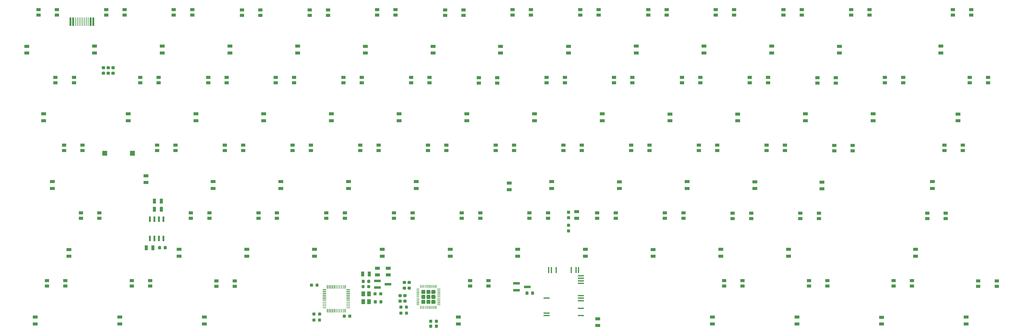
<source format=gbr>
G04 #@! TF.GenerationSoftware,KiCad,Pcbnew,(5.1.0)-1*
G04 #@! TF.CreationDate,2019-12-05T19:46:38+08:00*
G04 #@! TF.ProjectId,keyboard,6b657962-6f61-4726-942e-6b696361645f,B*
G04 #@! TF.SameCoordinates,Original*
G04 #@! TF.FileFunction,Paste,Bot*
G04 #@! TF.FilePolarity,Positive*
%FSLAX46Y46*%
G04 Gerber Fmt 4.6, Leading zero omitted, Abs format (unit mm)*
G04 Created by KiCad (PCBNEW (5.1.0)-1) date 2019-12-05 19:46:38*
%MOMM*%
%LPD*%
G04 APERTURE LIST*
%ADD10C,0.150000*%
%ADD11C,0.835000*%
%ADD12R,0.910000X0.835000*%
%ADD13C,0.160000*%
%ADD14C,1.130000*%
%ADD15R,1.810000X0.410000*%
%ADD16R,0.410000X1.810000*%
%ADD17C,0.210000*%
%ADD18R,1.150000X0.860000*%
%ADD19R,1.357000X0.849000*%
%ADD20R,0.260000X2.410000*%
%ADD21R,0.560000X2.410000*%
%ADD22R,1.110620X1.359540*%
%ADD23R,0.849000X1.357000*%
%ADD24R,1.860000X0.760000*%
%ADD25R,1.460000X1.460000*%
%ADD26R,0.560000X1.510000*%
G04 APERTURE END LIST*
D10*
G36*
X172046911Y-145735205D02*
G01*
X172067175Y-145738211D01*
X172087047Y-145743189D01*
X172106335Y-145750090D01*
X172124854Y-145758849D01*
X172142425Y-145769381D01*
X172158880Y-145781584D01*
X172174059Y-145795341D01*
X172187816Y-145810520D01*
X172200019Y-145826975D01*
X172210551Y-145844546D01*
X172219310Y-145863065D01*
X172226211Y-145882353D01*
X172231189Y-145902225D01*
X172234195Y-145922489D01*
X172235200Y-145942950D01*
X172235200Y-146360450D01*
X172234195Y-146380911D01*
X172231189Y-146401175D01*
X172226211Y-146421047D01*
X172219310Y-146440335D01*
X172210551Y-146458854D01*
X172200019Y-146476425D01*
X172187816Y-146492880D01*
X172174059Y-146508059D01*
X172158880Y-146521816D01*
X172142425Y-146534019D01*
X172124854Y-146544551D01*
X172106335Y-146553310D01*
X172087047Y-146560211D01*
X172067175Y-146565189D01*
X172046911Y-146568195D01*
X172026450Y-146569200D01*
X171533950Y-146569200D01*
X171513489Y-146568195D01*
X171493225Y-146565189D01*
X171473353Y-146560211D01*
X171454065Y-146553310D01*
X171435546Y-146544551D01*
X171417975Y-146534019D01*
X171401520Y-146521816D01*
X171386341Y-146508059D01*
X171372584Y-146492880D01*
X171360381Y-146476425D01*
X171349849Y-146458854D01*
X171341090Y-146440335D01*
X171334189Y-146421047D01*
X171329211Y-146401175D01*
X171326205Y-146380911D01*
X171325200Y-146360450D01*
X171325200Y-145942950D01*
X171326205Y-145922489D01*
X171329211Y-145902225D01*
X171334189Y-145882353D01*
X171341090Y-145863065D01*
X171349849Y-145844546D01*
X171360381Y-145826975D01*
X171372584Y-145810520D01*
X171386341Y-145795341D01*
X171401520Y-145781584D01*
X171417975Y-145769381D01*
X171435546Y-145758849D01*
X171454065Y-145750090D01*
X171473353Y-145743189D01*
X171493225Y-145738211D01*
X171513489Y-145735205D01*
X171533950Y-145734200D01*
X172026450Y-145734200D01*
X172046911Y-145735205D01*
X172046911Y-145735205D01*
G37*
D11*
X171780200Y-146151700D03*
D10*
G36*
X172046911Y-144160205D02*
G01*
X172067175Y-144163211D01*
X172087047Y-144168189D01*
X172106335Y-144175090D01*
X172124854Y-144183849D01*
X172142425Y-144194381D01*
X172158880Y-144206584D01*
X172174059Y-144220341D01*
X172187816Y-144235520D01*
X172200019Y-144251975D01*
X172210551Y-144269546D01*
X172219310Y-144288065D01*
X172226211Y-144307353D01*
X172231189Y-144327225D01*
X172234195Y-144347489D01*
X172235200Y-144367950D01*
X172235200Y-144785450D01*
X172234195Y-144805911D01*
X172231189Y-144826175D01*
X172226211Y-144846047D01*
X172219310Y-144865335D01*
X172210551Y-144883854D01*
X172200019Y-144901425D01*
X172187816Y-144917880D01*
X172174059Y-144933059D01*
X172158880Y-144946816D01*
X172142425Y-144959019D01*
X172124854Y-144969551D01*
X172106335Y-144978310D01*
X172087047Y-144985211D01*
X172067175Y-144990189D01*
X172046911Y-144993195D01*
X172026450Y-144994200D01*
X171533950Y-144994200D01*
X171513489Y-144993195D01*
X171493225Y-144990189D01*
X171473353Y-144985211D01*
X171454065Y-144978310D01*
X171435546Y-144969551D01*
X171417975Y-144959019D01*
X171401520Y-144946816D01*
X171386341Y-144933059D01*
X171372584Y-144917880D01*
X171360381Y-144901425D01*
X171349849Y-144883854D01*
X171341090Y-144865335D01*
X171334189Y-144846047D01*
X171329211Y-144826175D01*
X171326205Y-144805911D01*
X171325200Y-144785450D01*
X171325200Y-144367950D01*
X171326205Y-144347489D01*
X171329211Y-144327225D01*
X171334189Y-144307353D01*
X171341090Y-144288065D01*
X171349849Y-144269546D01*
X171360381Y-144251975D01*
X171372584Y-144235520D01*
X171386341Y-144220341D01*
X171401520Y-144206584D01*
X171417975Y-144194381D01*
X171435546Y-144183849D01*
X171454065Y-144175090D01*
X171473353Y-144168189D01*
X171493225Y-144163211D01*
X171513489Y-144160205D01*
X171533950Y-144159200D01*
X172026450Y-144159200D01*
X172046911Y-144160205D01*
X172046911Y-144160205D01*
G37*
D11*
X171780200Y-144576700D03*
D10*
G36*
X173393111Y-145735205D02*
G01*
X173413375Y-145738211D01*
X173433247Y-145743189D01*
X173452535Y-145750090D01*
X173471054Y-145758849D01*
X173488625Y-145769381D01*
X173505080Y-145781584D01*
X173520259Y-145795341D01*
X173534016Y-145810520D01*
X173546219Y-145826975D01*
X173556751Y-145844546D01*
X173565510Y-145863065D01*
X173572411Y-145882353D01*
X173577389Y-145902225D01*
X173580395Y-145922489D01*
X173581400Y-145942950D01*
X173581400Y-146360450D01*
X173580395Y-146380911D01*
X173577389Y-146401175D01*
X173572411Y-146421047D01*
X173565510Y-146440335D01*
X173556751Y-146458854D01*
X173546219Y-146476425D01*
X173534016Y-146492880D01*
X173520259Y-146508059D01*
X173505080Y-146521816D01*
X173488625Y-146534019D01*
X173471054Y-146544551D01*
X173452535Y-146553310D01*
X173433247Y-146560211D01*
X173413375Y-146565189D01*
X173393111Y-146568195D01*
X173372650Y-146569200D01*
X172880150Y-146569200D01*
X172859689Y-146568195D01*
X172839425Y-146565189D01*
X172819553Y-146560211D01*
X172800265Y-146553310D01*
X172781746Y-146544551D01*
X172764175Y-146534019D01*
X172747720Y-146521816D01*
X172732541Y-146508059D01*
X172718784Y-146492880D01*
X172706581Y-146476425D01*
X172696049Y-146458854D01*
X172687290Y-146440335D01*
X172680389Y-146421047D01*
X172675411Y-146401175D01*
X172672405Y-146380911D01*
X172671400Y-146360450D01*
X172671400Y-145942950D01*
X172672405Y-145922489D01*
X172675411Y-145902225D01*
X172680389Y-145882353D01*
X172687290Y-145863065D01*
X172696049Y-145844546D01*
X172706581Y-145826975D01*
X172718784Y-145810520D01*
X172732541Y-145795341D01*
X172747720Y-145781584D01*
X172764175Y-145769381D01*
X172781746Y-145758849D01*
X172800265Y-145750090D01*
X172819553Y-145743189D01*
X172839425Y-145738211D01*
X172859689Y-145735205D01*
X172880150Y-145734200D01*
X173372650Y-145734200D01*
X173393111Y-145735205D01*
X173393111Y-145735205D01*
G37*
D11*
X173126400Y-146151700D03*
D10*
G36*
X173393111Y-144160205D02*
G01*
X173413375Y-144163211D01*
X173433247Y-144168189D01*
X173452535Y-144175090D01*
X173471054Y-144183849D01*
X173488625Y-144194381D01*
X173505080Y-144206584D01*
X173520259Y-144220341D01*
X173534016Y-144235520D01*
X173546219Y-144251975D01*
X173556751Y-144269546D01*
X173565510Y-144288065D01*
X173572411Y-144307353D01*
X173577389Y-144327225D01*
X173580395Y-144347489D01*
X173581400Y-144367950D01*
X173581400Y-144785450D01*
X173580395Y-144805911D01*
X173577389Y-144826175D01*
X173572411Y-144846047D01*
X173565510Y-144865335D01*
X173556751Y-144883854D01*
X173546219Y-144901425D01*
X173534016Y-144917880D01*
X173520259Y-144933059D01*
X173505080Y-144946816D01*
X173488625Y-144959019D01*
X173471054Y-144969551D01*
X173452535Y-144978310D01*
X173433247Y-144985211D01*
X173413375Y-144990189D01*
X173393111Y-144993195D01*
X173372650Y-144994200D01*
X172880150Y-144994200D01*
X172859689Y-144993195D01*
X172839425Y-144990189D01*
X172819553Y-144985211D01*
X172800265Y-144978310D01*
X172781746Y-144969551D01*
X172764175Y-144959019D01*
X172747720Y-144946816D01*
X172732541Y-144933059D01*
X172718784Y-144917880D01*
X172706581Y-144901425D01*
X172696049Y-144883854D01*
X172687290Y-144865335D01*
X172680389Y-144846047D01*
X172675411Y-144826175D01*
X172672405Y-144805911D01*
X172671400Y-144785450D01*
X172671400Y-144367950D01*
X172672405Y-144347489D01*
X172675411Y-144327225D01*
X172680389Y-144307353D01*
X172687290Y-144288065D01*
X172696049Y-144269546D01*
X172706581Y-144251975D01*
X172718784Y-144235520D01*
X172732541Y-144220341D01*
X172747720Y-144206584D01*
X172764175Y-144194381D01*
X172781746Y-144183849D01*
X172800265Y-144175090D01*
X172819553Y-144168189D01*
X172839425Y-144163211D01*
X172859689Y-144160205D01*
X172880150Y-144159200D01*
X173372650Y-144159200D01*
X173393111Y-144160205D01*
X173393111Y-144160205D01*
G37*
D11*
X173126400Y-144576700D03*
D10*
G36*
X170998391Y-152738485D02*
G01*
X171018655Y-152741491D01*
X171038527Y-152746469D01*
X171057815Y-152753370D01*
X171076334Y-152762129D01*
X171093905Y-152772661D01*
X171110360Y-152784864D01*
X171125539Y-152798621D01*
X171139296Y-152813800D01*
X171151499Y-152830255D01*
X171162031Y-152847826D01*
X171170790Y-152866345D01*
X171177691Y-152885633D01*
X171182669Y-152905505D01*
X171185675Y-152925769D01*
X171186680Y-152946230D01*
X171186680Y-153438730D01*
X171185675Y-153459191D01*
X171182669Y-153479455D01*
X171177691Y-153499327D01*
X171170790Y-153518615D01*
X171162031Y-153537134D01*
X171151499Y-153554705D01*
X171139296Y-153571160D01*
X171125539Y-153586339D01*
X171110360Y-153600096D01*
X171093905Y-153612299D01*
X171076334Y-153622831D01*
X171057815Y-153631590D01*
X171038527Y-153638491D01*
X171018655Y-153643469D01*
X170998391Y-153646475D01*
X170977930Y-153647480D01*
X170560430Y-153647480D01*
X170539969Y-153646475D01*
X170519705Y-153643469D01*
X170499833Y-153638491D01*
X170480545Y-153631590D01*
X170462026Y-153622831D01*
X170444455Y-153612299D01*
X170428000Y-153600096D01*
X170412821Y-153586339D01*
X170399064Y-153571160D01*
X170386861Y-153554705D01*
X170376329Y-153537134D01*
X170367570Y-153518615D01*
X170360669Y-153499327D01*
X170355691Y-153479455D01*
X170352685Y-153459191D01*
X170351680Y-153438730D01*
X170351680Y-152946230D01*
X170352685Y-152925769D01*
X170355691Y-152905505D01*
X170360669Y-152885633D01*
X170367570Y-152866345D01*
X170376329Y-152847826D01*
X170386861Y-152830255D01*
X170399064Y-152813800D01*
X170412821Y-152798621D01*
X170428000Y-152784864D01*
X170444455Y-152772661D01*
X170462026Y-152762129D01*
X170480545Y-152753370D01*
X170499833Y-152746469D01*
X170519705Y-152741491D01*
X170539969Y-152738485D01*
X170560430Y-152737480D01*
X170977930Y-152737480D01*
X170998391Y-152738485D01*
X170998391Y-152738485D01*
G37*
D11*
X170769180Y-153192480D03*
D10*
G36*
X172573391Y-152738485D02*
G01*
X172593655Y-152741491D01*
X172613527Y-152746469D01*
X172632815Y-152753370D01*
X172651334Y-152762129D01*
X172668905Y-152772661D01*
X172685360Y-152784864D01*
X172700539Y-152798621D01*
X172714296Y-152813800D01*
X172726499Y-152830255D01*
X172737031Y-152847826D01*
X172745790Y-152866345D01*
X172752691Y-152885633D01*
X172757669Y-152905505D01*
X172760675Y-152925769D01*
X172761680Y-152946230D01*
X172761680Y-153438730D01*
X172760675Y-153459191D01*
X172757669Y-153479455D01*
X172752691Y-153499327D01*
X172745790Y-153518615D01*
X172737031Y-153537134D01*
X172726499Y-153554705D01*
X172714296Y-153571160D01*
X172700539Y-153586339D01*
X172685360Y-153600096D01*
X172668905Y-153612299D01*
X172651334Y-153622831D01*
X172632815Y-153631590D01*
X172613527Y-153638491D01*
X172593655Y-153643469D01*
X172573391Y-153646475D01*
X172552930Y-153647480D01*
X172135430Y-153647480D01*
X172114969Y-153646475D01*
X172094705Y-153643469D01*
X172074833Y-153638491D01*
X172055545Y-153631590D01*
X172037026Y-153622831D01*
X172019455Y-153612299D01*
X172003000Y-153600096D01*
X171987821Y-153586339D01*
X171974064Y-153571160D01*
X171961861Y-153554705D01*
X171951329Y-153537134D01*
X171942570Y-153518615D01*
X171935669Y-153499327D01*
X171930691Y-153479455D01*
X171927685Y-153459191D01*
X171926680Y-153438730D01*
X171926680Y-152946230D01*
X171927685Y-152925769D01*
X171930691Y-152905505D01*
X171935669Y-152885633D01*
X171942570Y-152866345D01*
X171951329Y-152847826D01*
X171961861Y-152830255D01*
X171974064Y-152813800D01*
X171987821Y-152798621D01*
X172003000Y-152784864D01*
X172019455Y-152772661D01*
X172037026Y-152762129D01*
X172055545Y-152753370D01*
X172074833Y-152746469D01*
X172094705Y-152741491D01*
X172114969Y-152738485D01*
X172135430Y-152737480D01*
X172552930Y-152737480D01*
X172573391Y-152738485D01*
X172573391Y-152738485D01*
G37*
D11*
X172344180Y-153192480D03*
D10*
G36*
X172173911Y-147843305D02*
G01*
X172194175Y-147846311D01*
X172214047Y-147851289D01*
X172233335Y-147858190D01*
X172251854Y-147866949D01*
X172269425Y-147877481D01*
X172285880Y-147889684D01*
X172301059Y-147903441D01*
X172314816Y-147918620D01*
X172327019Y-147935075D01*
X172337551Y-147952646D01*
X172346310Y-147971165D01*
X172353211Y-147990453D01*
X172358189Y-148010325D01*
X172361195Y-148030589D01*
X172362200Y-148051050D01*
X172362200Y-148468550D01*
X172361195Y-148489011D01*
X172358189Y-148509275D01*
X172353211Y-148529147D01*
X172346310Y-148548435D01*
X172337551Y-148566954D01*
X172327019Y-148584525D01*
X172314816Y-148600980D01*
X172301059Y-148616159D01*
X172285880Y-148629916D01*
X172269425Y-148642119D01*
X172251854Y-148652651D01*
X172233335Y-148661410D01*
X172214047Y-148668311D01*
X172194175Y-148673289D01*
X172173911Y-148676295D01*
X172153450Y-148677300D01*
X171660950Y-148677300D01*
X171640489Y-148676295D01*
X171620225Y-148673289D01*
X171600353Y-148668311D01*
X171581065Y-148661410D01*
X171562546Y-148652651D01*
X171544975Y-148642119D01*
X171528520Y-148629916D01*
X171513341Y-148616159D01*
X171499584Y-148600980D01*
X171487381Y-148584525D01*
X171476849Y-148566954D01*
X171468090Y-148548435D01*
X171461189Y-148529147D01*
X171456211Y-148509275D01*
X171453205Y-148489011D01*
X171452200Y-148468550D01*
X171452200Y-148051050D01*
X171453205Y-148030589D01*
X171456211Y-148010325D01*
X171461189Y-147990453D01*
X171468090Y-147971165D01*
X171476849Y-147952646D01*
X171487381Y-147935075D01*
X171499584Y-147918620D01*
X171513341Y-147903441D01*
X171528520Y-147889684D01*
X171544975Y-147877481D01*
X171562546Y-147866949D01*
X171581065Y-147858190D01*
X171600353Y-147851289D01*
X171620225Y-147846311D01*
X171640489Y-147843305D01*
X171660950Y-147842300D01*
X172153450Y-147842300D01*
X172173911Y-147843305D01*
X172173911Y-147843305D01*
G37*
D11*
X171907200Y-148259800D03*
D10*
G36*
X172173911Y-149418305D02*
G01*
X172194175Y-149421311D01*
X172214047Y-149426289D01*
X172233335Y-149433190D01*
X172251854Y-149441949D01*
X172269425Y-149452481D01*
X172285880Y-149464684D01*
X172301059Y-149478441D01*
X172314816Y-149493620D01*
X172327019Y-149510075D01*
X172337551Y-149527646D01*
X172346310Y-149546165D01*
X172353211Y-149565453D01*
X172358189Y-149585325D01*
X172361195Y-149605589D01*
X172362200Y-149626050D01*
X172362200Y-150043550D01*
X172361195Y-150064011D01*
X172358189Y-150084275D01*
X172353211Y-150104147D01*
X172346310Y-150123435D01*
X172337551Y-150141954D01*
X172327019Y-150159525D01*
X172314816Y-150175980D01*
X172301059Y-150191159D01*
X172285880Y-150204916D01*
X172269425Y-150217119D01*
X172251854Y-150227651D01*
X172233335Y-150236410D01*
X172214047Y-150243311D01*
X172194175Y-150248289D01*
X172173911Y-150251295D01*
X172153450Y-150252300D01*
X171660950Y-150252300D01*
X171640489Y-150251295D01*
X171620225Y-150248289D01*
X171600353Y-150243311D01*
X171581065Y-150236410D01*
X171562546Y-150227651D01*
X171544975Y-150217119D01*
X171528520Y-150204916D01*
X171513341Y-150191159D01*
X171499584Y-150175980D01*
X171487381Y-150159525D01*
X171476849Y-150141954D01*
X171468090Y-150123435D01*
X171461189Y-150104147D01*
X171456211Y-150084275D01*
X171453205Y-150064011D01*
X171452200Y-150043550D01*
X171452200Y-149626050D01*
X171453205Y-149605589D01*
X171456211Y-149585325D01*
X171461189Y-149565453D01*
X171468090Y-149546165D01*
X171476849Y-149527646D01*
X171487381Y-149510075D01*
X171499584Y-149493620D01*
X171513341Y-149478441D01*
X171528520Y-149464684D01*
X171544975Y-149452481D01*
X171562546Y-149441949D01*
X171581065Y-149433190D01*
X171600353Y-149426289D01*
X171620225Y-149421311D01*
X171640489Y-149418305D01*
X171660950Y-149417300D01*
X172153450Y-149417300D01*
X172173911Y-149418305D01*
X172173911Y-149418305D01*
G37*
D11*
X171907200Y-149834800D03*
D10*
G36*
X170802311Y-147843305D02*
G01*
X170822575Y-147846311D01*
X170842447Y-147851289D01*
X170861735Y-147858190D01*
X170880254Y-147866949D01*
X170897825Y-147877481D01*
X170914280Y-147889684D01*
X170929459Y-147903441D01*
X170943216Y-147918620D01*
X170955419Y-147935075D01*
X170965951Y-147952646D01*
X170974710Y-147971165D01*
X170981611Y-147990453D01*
X170986589Y-148010325D01*
X170989595Y-148030589D01*
X170990600Y-148051050D01*
X170990600Y-148468550D01*
X170989595Y-148489011D01*
X170986589Y-148509275D01*
X170981611Y-148529147D01*
X170974710Y-148548435D01*
X170965951Y-148566954D01*
X170955419Y-148584525D01*
X170943216Y-148600980D01*
X170929459Y-148616159D01*
X170914280Y-148629916D01*
X170897825Y-148642119D01*
X170880254Y-148652651D01*
X170861735Y-148661410D01*
X170842447Y-148668311D01*
X170822575Y-148673289D01*
X170802311Y-148676295D01*
X170781850Y-148677300D01*
X170289350Y-148677300D01*
X170268889Y-148676295D01*
X170248625Y-148673289D01*
X170228753Y-148668311D01*
X170209465Y-148661410D01*
X170190946Y-148652651D01*
X170173375Y-148642119D01*
X170156920Y-148629916D01*
X170141741Y-148616159D01*
X170127984Y-148600980D01*
X170115781Y-148584525D01*
X170105249Y-148566954D01*
X170096490Y-148548435D01*
X170089589Y-148529147D01*
X170084611Y-148509275D01*
X170081605Y-148489011D01*
X170080600Y-148468550D01*
X170080600Y-148051050D01*
X170081605Y-148030589D01*
X170084611Y-148010325D01*
X170089589Y-147990453D01*
X170096490Y-147971165D01*
X170105249Y-147952646D01*
X170115781Y-147935075D01*
X170127984Y-147918620D01*
X170141741Y-147903441D01*
X170156920Y-147889684D01*
X170173375Y-147877481D01*
X170190946Y-147866949D01*
X170209465Y-147858190D01*
X170228753Y-147851289D01*
X170248625Y-147846311D01*
X170268889Y-147843305D01*
X170289350Y-147842300D01*
X170781850Y-147842300D01*
X170802311Y-147843305D01*
X170802311Y-147843305D01*
G37*
D11*
X170535600Y-148259800D03*
D10*
G36*
X170802311Y-149418305D02*
G01*
X170822575Y-149421311D01*
X170842447Y-149426289D01*
X170861735Y-149433190D01*
X170880254Y-149441949D01*
X170897825Y-149452481D01*
X170914280Y-149464684D01*
X170929459Y-149478441D01*
X170943216Y-149493620D01*
X170955419Y-149510075D01*
X170965951Y-149527646D01*
X170974710Y-149546165D01*
X170981611Y-149565453D01*
X170986589Y-149585325D01*
X170989595Y-149605589D01*
X170990600Y-149626050D01*
X170990600Y-150043550D01*
X170989595Y-150064011D01*
X170986589Y-150084275D01*
X170981611Y-150104147D01*
X170974710Y-150123435D01*
X170965951Y-150141954D01*
X170955419Y-150159525D01*
X170943216Y-150175980D01*
X170929459Y-150191159D01*
X170914280Y-150204916D01*
X170897825Y-150217119D01*
X170880254Y-150227651D01*
X170861735Y-150236410D01*
X170842447Y-150243311D01*
X170822575Y-150248289D01*
X170802311Y-150251295D01*
X170781850Y-150252300D01*
X170289350Y-150252300D01*
X170268889Y-150251295D01*
X170248625Y-150248289D01*
X170228753Y-150243311D01*
X170209465Y-150236410D01*
X170190946Y-150227651D01*
X170173375Y-150217119D01*
X170156920Y-150204916D01*
X170141741Y-150191159D01*
X170127984Y-150175980D01*
X170115781Y-150159525D01*
X170105249Y-150141954D01*
X170096490Y-150123435D01*
X170089589Y-150104147D01*
X170084611Y-150084275D01*
X170081605Y-150064011D01*
X170080600Y-150043550D01*
X170080600Y-149626050D01*
X170081605Y-149605589D01*
X170084611Y-149585325D01*
X170089589Y-149565453D01*
X170096490Y-149546165D01*
X170105249Y-149527646D01*
X170115781Y-149510075D01*
X170127984Y-149493620D01*
X170141741Y-149478441D01*
X170156920Y-149464684D01*
X170173375Y-149452481D01*
X170190946Y-149441949D01*
X170209465Y-149433190D01*
X170228753Y-149426289D01*
X170248625Y-149421311D01*
X170268889Y-149418305D01*
X170289350Y-149417300D01*
X170781850Y-149417300D01*
X170802311Y-149418305D01*
X170802311Y-149418305D01*
G37*
D11*
X170535600Y-149834800D03*
D10*
G36*
X218198711Y-129657005D02*
G01*
X218218975Y-129660011D01*
X218238847Y-129664989D01*
X218258135Y-129671890D01*
X218276654Y-129680649D01*
X218294225Y-129691181D01*
X218310680Y-129703384D01*
X218325859Y-129717141D01*
X218339616Y-129732320D01*
X218351819Y-129748775D01*
X218362351Y-129766346D01*
X218371110Y-129784865D01*
X218378011Y-129804153D01*
X218382989Y-129824025D01*
X218385995Y-129844289D01*
X218387000Y-129864750D01*
X218387000Y-130282250D01*
X218385995Y-130302711D01*
X218382989Y-130322975D01*
X218378011Y-130342847D01*
X218371110Y-130362135D01*
X218362351Y-130380654D01*
X218351819Y-130398225D01*
X218339616Y-130414680D01*
X218325859Y-130429859D01*
X218310680Y-130443616D01*
X218294225Y-130455819D01*
X218276654Y-130466351D01*
X218258135Y-130475110D01*
X218238847Y-130482011D01*
X218218975Y-130486989D01*
X218198711Y-130489995D01*
X218178250Y-130491000D01*
X217685750Y-130491000D01*
X217665289Y-130489995D01*
X217645025Y-130486989D01*
X217625153Y-130482011D01*
X217605865Y-130475110D01*
X217587346Y-130466351D01*
X217569775Y-130455819D01*
X217553320Y-130443616D01*
X217538141Y-130429859D01*
X217524384Y-130414680D01*
X217512181Y-130398225D01*
X217501649Y-130380654D01*
X217492890Y-130362135D01*
X217485989Y-130342847D01*
X217481011Y-130322975D01*
X217478005Y-130302711D01*
X217477000Y-130282250D01*
X217477000Y-129864750D01*
X217478005Y-129844289D01*
X217481011Y-129824025D01*
X217485989Y-129804153D01*
X217492890Y-129784865D01*
X217501649Y-129766346D01*
X217512181Y-129748775D01*
X217524384Y-129732320D01*
X217538141Y-129717141D01*
X217553320Y-129703384D01*
X217569775Y-129691181D01*
X217587346Y-129680649D01*
X217605865Y-129671890D01*
X217625153Y-129664989D01*
X217645025Y-129660011D01*
X217665289Y-129657005D01*
X217685750Y-129656000D01*
X218178250Y-129656000D01*
X218198711Y-129657005D01*
X218198711Y-129657005D01*
G37*
D11*
X217932000Y-130073500D03*
D10*
G36*
X218198711Y-128082005D02*
G01*
X218218975Y-128085011D01*
X218238847Y-128089989D01*
X218258135Y-128096890D01*
X218276654Y-128105649D01*
X218294225Y-128116181D01*
X218310680Y-128128384D01*
X218325859Y-128142141D01*
X218339616Y-128157320D01*
X218351819Y-128173775D01*
X218362351Y-128191346D01*
X218371110Y-128209865D01*
X218378011Y-128229153D01*
X218382989Y-128249025D01*
X218385995Y-128269289D01*
X218387000Y-128289750D01*
X218387000Y-128707250D01*
X218385995Y-128727711D01*
X218382989Y-128747975D01*
X218378011Y-128767847D01*
X218371110Y-128787135D01*
X218362351Y-128805654D01*
X218351819Y-128823225D01*
X218339616Y-128839680D01*
X218325859Y-128854859D01*
X218310680Y-128868616D01*
X218294225Y-128880819D01*
X218276654Y-128891351D01*
X218258135Y-128900110D01*
X218238847Y-128907011D01*
X218218975Y-128911989D01*
X218198711Y-128914995D01*
X218178250Y-128916000D01*
X217685750Y-128916000D01*
X217665289Y-128914995D01*
X217645025Y-128911989D01*
X217625153Y-128907011D01*
X217605865Y-128900110D01*
X217587346Y-128891351D01*
X217569775Y-128880819D01*
X217553320Y-128868616D01*
X217538141Y-128854859D01*
X217524384Y-128839680D01*
X217512181Y-128823225D01*
X217501649Y-128805654D01*
X217492890Y-128787135D01*
X217485989Y-128767847D01*
X217481011Y-128747975D01*
X217478005Y-128727711D01*
X217477000Y-128707250D01*
X217477000Y-128289750D01*
X217478005Y-128269289D01*
X217481011Y-128249025D01*
X217485989Y-128229153D01*
X217492890Y-128209865D01*
X217501649Y-128191346D01*
X217512181Y-128173775D01*
X217524384Y-128157320D01*
X217538141Y-128142141D01*
X217553320Y-128128384D01*
X217569775Y-128116181D01*
X217587346Y-128105649D01*
X217605865Y-128096890D01*
X217625153Y-128089989D01*
X217645025Y-128085011D01*
X217665289Y-128082005D01*
X217685750Y-128081000D01*
X218178250Y-128081000D01*
X218198711Y-128082005D01*
X218198711Y-128082005D01*
G37*
D11*
X217932000Y-128498500D03*
D10*
G36*
X218198711Y-125974005D02*
G01*
X218218975Y-125977011D01*
X218238847Y-125981989D01*
X218258135Y-125988890D01*
X218276654Y-125997649D01*
X218294225Y-126008181D01*
X218310680Y-126020384D01*
X218325859Y-126034141D01*
X218339616Y-126049320D01*
X218351819Y-126065775D01*
X218362351Y-126083346D01*
X218371110Y-126101865D01*
X218378011Y-126121153D01*
X218382989Y-126141025D01*
X218385995Y-126161289D01*
X218387000Y-126181750D01*
X218387000Y-126599250D01*
X218385995Y-126619711D01*
X218382989Y-126639975D01*
X218378011Y-126659847D01*
X218371110Y-126679135D01*
X218362351Y-126697654D01*
X218351819Y-126715225D01*
X218339616Y-126731680D01*
X218325859Y-126746859D01*
X218310680Y-126760616D01*
X218294225Y-126772819D01*
X218276654Y-126783351D01*
X218258135Y-126792110D01*
X218238847Y-126799011D01*
X218218975Y-126803989D01*
X218198711Y-126806995D01*
X218178250Y-126808000D01*
X217685750Y-126808000D01*
X217665289Y-126806995D01*
X217645025Y-126803989D01*
X217625153Y-126799011D01*
X217605865Y-126792110D01*
X217587346Y-126783351D01*
X217569775Y-126772819D01*
X217553320Y-126760616D01*
X217538141Y-126746859D01*
X217524384Y-126731680D01*
X217512181Y-126715225D01*
X217501649Y-126697654D01*
X217492890Y-126679135D01*
X217485989Y-126659847D01*
X217481011Y-126639975D01*
X217478005Y-126619711D01*
X217477000Y-126599250D01*
X217477000Y-126181750D01*
X217478005Y-126161289D01*
X217481011Y-126141025D01*
X217485989Y-126121153D01*
X217492890Y-126101865D01*
X217501649Y-126083346D01*
X217512181Y-126065775D01*
X217524384Y-126049320D01*
X217538141Y-126034141D01*
X217553320Y-126020384D01*
X217569775Y-126008181D01*
X217587346Y-125997649D01*
X217605865Y-125988890D01*
X217625153Y-125981989D01*
X217645025Y-125977011D01*
X217665289Y-125974005D01*
X217685750Y-125973000D01*
X218178250Y-125973000D01*
X218198711Y-125974005D01*
X218198711Y-125974005D01*
G37*
D11*
X217932000Y-126390500D03*
D12*
X217932000Y-124815500D03*
D10*
G36*
X104712211Y-134356505D02*
G01*
X104732475Y-134359511D01*
X104752347Y-134364489D01*
X104771635Y-134371390D01*
X104790154Y-134380149D01*
X104807725Y-134390681D01*
X104824180Y-134402884D01*
X104839359Y-134416641D01*
X104853116Y-134431820D01*
X104865319Y-134448275D01*
X104875851Y-134465846D01*
X104884610Y-134484365D01*
X104891511Y-134503653D01*
X104896489Y-134523525D01*
X104899495Y-134543789D01*
X104900500Y-134564250D01*
X104900500Y-135056750D01*
X104899495Y-135077211D01*
X104896489Y-135097475D01*
X104891511Y-135117347D01*
X104884610Y-135136635D01*
X104875851Y-135155154D01*
X104865319Y-135172725D01*
X104853116Y-135189180D01*
X104839359Y-135204359D01*
X104824180Y-135218116D01*
X104807725Y-135230319D01*
X104790154Y-135240851D01*
X104771635Y-135249610D01*
X104752347Y-135256511D01*
X104732475Y-135261489D01*
X104712211Y-135264495D01*
X104691750Y-135265500D01*
X104274250Y-135265500D01*
X104253789Y-135264495D01*
X104233525Y-135261489D01*
X104213653Y-135256511D01*
X104194365Y-135249610D01*
X104175846Y-135240851D01*
X104158275Y-135230319D01*
X104141820Y-135218116D01*
X104126641Y-135204359D01*
X104112884Y-135189180D01*
X104100681Y-135172725D01*
X104090149Y-135155154D01*
X104081390Y-135136635D01*
X104074489Y-135117347D01*
X104069511Y-135097475D01*
X104066505Y-135077211D01*
X104065500Y-135056750D01*
X104065500Y-134564250D01*
X104066505Y-134543789D01*
X104069511Y-134523525D01*
X104074489Y-134503653D01*
X104081390Y-134484365D01*
X104090149Y-134465846D01*
X104100681Y-134448275D01*
X104112884Y-134431820D01*
X104126641Y-134416641D01*
X104141820Y-134402884D01*
X104158275Y-134390681D01*
X104175846Y-134380149D01*
X104194365Y-134371390D01*
X104213653Y-134364489D01*
X104233525Y-134359511D01*
X104253789Y-134356505D01*
X104274250Y-134355500D01*
X104691750Y-134355500D01*
X104712211Y-134356505D01*
X104712211Y-134356505D01*
G37*
D11*
X104483000Y-134810500D03*
D10*
G36*
X103137211Y-134356505D02*
G01*
X103157475Y-134359511D01*
X103177347Y-134364489D01*
X103196635Y-134371390D01*
X103215154Y-134380149D01*
X103232725Y-134390681D01*
X103249180Y-134402884D01*
X103264359Y-134416641D01*
X103278116Y-134431820D01*
X103290319Y-134448275D01*
X103300851Y-134465846D01*
X103309610Y-134484365D01*
X103316511Y-134503653D01*
X103321489Y-134523525D01*
X103324495Y-134543789D01*
X103325500Y-134564250D01*
X103325500Y-135056750D01*
X103324495Y-135077211D01*
X103321489Y-135097475D01*
X103316511Y-135117347D01*
X103309610Y-135136635D01*
X103300851Y-135155154D01*
X103290319Y-135172725D01*
X103278116Y-135189180D01*
X103264359Y-135204359D01*
X103249180Y-135218116D01*
X103232725Y-135230319D01*
X103215154Y-135240851D01*
X103196635Y-135249610D01*
X103177347Y-135256511D01*
X103157475Y-135261489D01*
X103137211Y-135264495D01*
X103116750Y-135265500D01*
X102699250Y-135265500D01*
X102678789Y-135264495D01*
X102658525Y-135261489D01*
X102638653Y-135256511D01*
X102619365Y-135249610D01*
X102600846Y-135240851D01*
X102583275Y-135230319D01*
X102566820Y-135218116D01*
X102551641Y-135204359D01*
X102537884Y-135189180D01*
X102525681Y-135172725D01*
X102515149Y-135155154D01*
X102506390Y-135136635D01*
X102499489Y-135117347D01*
X102494511Y-135097475D01*
X102491505Y-135077211D01*
X102490500Y-135056750D01*
X102490500Y-134564250D01*
X102491505Y-134543789D01*
X102494511Y-134523525D01*
X102499489Y-134503653D01*
X102506390Y-134484365D01*
X102515149Y-134465846D01*
X102525681Y-134448275D01*
X102537884Y-134431820D01*
X102551641Y-134416641D01*
X102566820Y-134402884D01*
X102583275Y-134390681D01*
X102600846Y-134380149D01*
X102619365Y-134371390D01*
X102638653Y-134364489D01*
X102658525Y-134359511D01*
X102678789Y-134356505D01*
X102699250Y-134355500D01*
X103116750Y-134355500D01*
X103137211Y-134356505D01*
X103137211Y-134356505D01*
G37*
D11*
X102908000Y-134810500D03*
D10*
G36*
X146533111Y-154689205D02*
G01*
X146553375Y-154692211D01*
X146573247Y-154697189D01*
X146592535Y-154704090D01*
X146611054Y-154712849D01*
X146628625Y-154723381D01*
X146645080Y-154735584D01*
X146660259Y-154749341D01*
X146674016Y-154764520D01*
X146686219Y-154780975D01*
X146696751Y-154798546D01*
X146705510Y-154817065D01*
X146712411Y-154836353D01*
X146717389Y-154856225D01*
X146720395Y-154876489D01*
X146721400Y-154896950D01*
X146721400Y-155389450D01*
X146720395Y-155409911D01*
X146717389Y-155430175D01*
X146712411Y-155450047D01*
X146705510Y-155469335D01*
X146696751Y-155487854D01*
X146686219Y-155505425D01*
X146674016Y-155521880D01*
X146660259Y-155537059D01*
X146645080Y-155550816D01*
X146628625Y-155563019D01*
X146611054Y-155573551D01*
X146592535Y-155582310D01*
X146573247Y-155589211D01*
X146553375Y-155594189D01*
X146533111Y-155597195D01*
X146512650Y-155598200D01*
X146095150Y-155598200D01*
X146074689Y-155597195D01*
X146054425Y-155594189D01*
X146034553Y-155589211D01*
X146015265Y-155582310D01*
X145996746Y-155573551D01*
X145979175Y-155563019D01*
X145962720Y-155550816D01*
X145947541Y-155537059D01*
X145933784Y-155521880D01*
X145921581Y-155505425D01*
X145911049Y-155487854D01*
X145902290Y-155469335D01*
X145895389Y-155450047D01*
X145890411Y-155430175D01*
X145887405Y-155409911D01*
X145886400Y-155389450D01*
X145886400Y-154896950D01*
X145887405Y-154876489D01*
X145890411Y-154856225D01*
X145895389Y-154836353D01*
X145902290Y-154817065D01*
X145911049Y-154798546D01*
X145921581Y-154780975D01*
X145933784Y-154764520D01*
X145947541Y-154749341D01*
X145962720Y-154735584D01*
X145979175Y-154723381D01*
X145996746Y-154712849D01*
X146015265Y-154704090D01*
X146034553Y-154697189D01*
X146054425Y-154692211D01*
X146074689Y-154689205D01*
X146095150Y-154688200D01*
X146512650Y-154688200D01*
X146533111Y-154689205D01*
X146533111Y-154689205D01*
G37*
D11*
X146303900Y-155143200D03*
D10*
G36*
X148108111Y-154689205D02*
G01*
X148128375Y-154692211D01*
X148148247Y-154697189D01*
X148167535Y-154704090D01*
X148186054Y-154712849D01*
X148203625Y-154723381D01*
X148220080Y-154735584D01*
X148235259Y-154749341D01*
X148249016Y-154764520D01*
X148261219Y-154780975D01*
X148271751Y-154798546D01*
X148280510Y-154817065D01*
X148287411Y-154836353D01*
X148292389Y-154856225D01*
X148295395Y-154876489D01*
X148296400Y-154896950D01*
X148296400Y-155389450D01*
X148295395Y-155409911D01*
X148292389Y-155430175D01*
X148287411Y-155450047D01*
X148280510Y-155469335D01*
X148271751Y-155487854D01*
X148261219Y-155505425D01*
X148249016Y-155521880D01*
X148235259Y-155537059D01*
X148220080Y-155550816D01*
X148203625Y-155563019D01*
X148186054Y-155573551D01*
X148167535Y-155582310D01*
X148148247Y-155589211D01*
X148128375Y-155594189D01*
X148108111Y-155597195D01*
X148087650Y-155598200D01*
X147670150Y-155598200D01*
X147649689Y-155597195D01*
X147629425Y-155594189D01*
X147609553Y-155589211D01*
X147590265Y-155582310D01*
X147571746Y-155573551D01*
X147554175Y-155563019D01*
X147537720Y-155550816D01*
X147522541Y-155537059D01*
X147508784Y-155521880D01*
X147496581Y-155505425D01*
X147486049Y-155487854D01*
X147477290Y-155469335D01*
X147470389Y-155450047D01*
X147465411Y-155430175D01*
X147462405Y-155409911D01*
X147461400Y-155389450D01*
X147461400Y-154896950D01*
X147462405Y-154876489D01*
X147465411Y-154856225D01*
X147470389Y-154836353D01*
X147477290Y-154817065D01*
X147486049Y-154798546D01*
X147496581Y-154780975D01*
X147508784Y-154764520D01*
X147522541Y-154749341D01*
X147537720Y-154735584D01*
X147554175Y-154723381D01*
X147571746Y-154712849D01*
X147590265Y-154704090D01*
X147609553Y-154697189D01*
X147629425Y-154692211D01*
X147649689Y-154689205D01*
X147670150Y-154688200D01*
X148087650Y-154688200D01*
X148108111Y-154689205D01*
X148108111Y-154689205D01*
G37*
D11*
X147878900Y-155143200D03*
D10*
G36*
X160401511Y-143818005D02*
G01*
X160421775Y-143821011D01*
X160441647Y-143825989D01*
X160460935Y-143832890D01*
X160479454Y-143841649D01*
X160497025Y-143852181D01*
X160513480Y-143864384D01*
X160528659Y-143878141D01*
X160542416Y-143893320D01*
X160554619Y-143909775D01*
X160565151Y-143927346D01*
X160573910Y-143945865D01*
X160580811Y-143965153D01*
X160585789Y-143985025D01*
X160588795Y-144005289D01*
X160589800Y-144025750D01*
X160589800Y-144518250D01*
X160588795Y-144538711D01*
X160585789Y-144558975D01*
X160580811Y-144578847D01*
X160573910Y-144598135D01*
X160565151Y-144616654D01*
X160554619Y-144634225D01*
X160542416Y-144650680D01*
X160528659Y-144665859D01*
X160513480Y-144679616D01*
X160497025Y-144691819D01*
X160479454Y-144702351D01*
X160460935Y-144711110D01*
X160441647Y-144718011D01*
X160421775Y-144722989D01*
X160401511Y-144725995D01*
X160381050Y-144727000D01*
X159963550Y-144727000D01*
X159943089Y-144725995D01*
X159922825Y-144722989D01*
X159902953Y-144718011D01*
X159883665Y-144711110D01*
X159865146Y-144702351D01*
X159847575Y-144691819D01*
X159831120Y-144679616D01*
X159815941Y-144665859D01*
X159802184Y-144650680D01*
X159789981Y-144634225D01*
X159779449Y-144616654D01*
X159770690Y-144598135D01*
X159763789Y-144578847D01*
X159758811Y-144558975D01*
X159755805Y-144538711D01*
X159754800Y-144518250D01*
X159754800Y-144025750D01*
X159755805Y-144005289D01*
X159758811Y-143985025D01*
X159763789Y-143965153D01*
X159770690Y-143945865D01*
X159779449Y-143927346D01*
X159789981Y-143909775D01*
X159802184Y-143893320D01*
X159815941Y-143878141D01*
X159831120Y-143864384D01*
X159847575Y-143852181D01*
X159865146Y-143841649D01*
X159883665Y-143832890D01*
X159902953Y-143825989D01*
X159922825Y-143821011D01*
X159943089Y-143818005D01*
X159963550Y-143817000D01*
X160381050Y-143817000D01*
X160401511Y-143818005D01*
X160401511Y-143818005D01*
G37*
D11*
X160172300Y-144272000D03*
D10*
G36*
X161976511Y-143818005D02*
G01*
X161996775Y-143821011D01*
X162016647Y-143825989D01*
X162035935Y-143832890D01*
X162054454Y-143841649D01*
X162072025Y-143852181D01*
X162088480Y-143864384D01*
X162103659Y-143878141D01*
X162117416Y-143893320D01*
X162129619Y-143909775D01*
X162140151Y-143927346D01*
X162148910Y-143945865D01*
X162155811Y-143965153D01*
X162160789Y-143985025D01*
X162163795Y-144005289D01*
X162164800Y-144025750D01*
X162164800Y-144518250D01*
X162163795Y-144538711D01*
X162160789Y-144558975D01*
X162155811Y-144578847D01*
X162148910Y-144598135D01*
X162140151Y-144616654D01*
X162129619Y-144634225D01*
X162117416Y-144650680D01*
X162103659Y-144665859D01*
X162088480Y-144679616D01*
X162072025Y-144691819D01*
X162054454Y-144702351D01*
X162035935Y-144711110D01*
X162016647Y-144718011D01*
X161996775Y-144722989D01*
X161976511Y-144725995D01*
X161956050Y-144727000D01*
X161538550Y-144727000D01*
X161518089Y-144725995D01*
X161497825Y-144722989D01*
X161477953Y-144718011D01*
X161458665Y-144711110D01*
X161440146Y-144702351D01*
X161422575Y-144691819D01*
X161406120Y-144679616D01*
X161390941Y-144665859D01*
X161377184Y-144650680D01*
X161364981Y-144634225D01*
X161354449Y-144616654D01*
X161345690Y-144598135D01*
X161338789Y-144578847D01*
X161333811Y-144558975D01*
X161330805Y-144538711D01*
X161329800Y-144518250D01*
X161329800Y-144025750D01*
X161330805Y-144005289D01*
X161333811Y-143985025D01*
X161338789Y-143965153D01*
X161345690Y-143945865D01*
X161354449Y-143927346D01*
X161364981Y-143909775D01*
X161377184Y-143893320D01*
X161390941Y-143878141D01*
X161406120Y-143864384D01*
X161422575Y-143852181D01*
X161440146Y-143841649D01*
X161458665Y-143832890D01*
X161477953Y-143825989D01*
X161497825Y-143821011D01*
X161518089Y-143818005D01*
X161538550Y-143817000D01*
X161956050Y-143817000D01*
X161976511Y-143818005D01*
X161976511Y-143818005D01*
G37*
D11*
X161747300Y-144272000D03*
D10*
G36*
X90081111Y-83758905D02*
G01*
X90101375Y-83761911D01*
X90121247Y-83766889D01*
X90140535Y-83773790D01*
X90159054Y-83782549D01*
X90176625Y-83793081D01*
X90193080Y-83805284D01*
X90208259Y-83819041D01*
X90222016Y-83834220D01*
X90234219Y-83850675D01*
X90244751Y-83868246D01*
X90253510Y-83886765D01*
X90260411Y-83906053D01*
X90265389Y-83925925D01*
X90268395Y-83946189D01*
X90269400Y-83966650D01*
X90269400Y-84384150D01*
X90268395Y-84404611D01*
X90265389Y-84424875D01*
X90260411Y-84444747D01*
X90253510Y-84464035D01*
X90244751Y-84482554D01*
X90234219Y-84500125D01*
X90222016Y-84516580D01*
X90208259Y-84531759D01*
X90193080Y-84545516D01*
X90176625Y-84557719D01*
X90159054Y-84568251D01*
X90140535Y-84577010D01*
X90121247Y-84583911D01*
X90101375Y-84588889D01*
X90081111Y-84591895D01*
X90060650Y-84592900D01*
X89568150Y-84592900D01*
X89547689Y-84591895D01*
X89527425Y-84588889D01*
X89507553Y-84583911D01*
X89488265Y-84577010D01*
X89469746Y-84568251D01*
X89452175Y-84557719D01*
X89435720Y-84545516D01*
X89420541Y-84531759D01*
X89406784Y-84516580D01*
X89394581Y-84500125D01*
X89384049Y-84482554D01*
X89375290Y-84464035D01*
X89368389Y-84444747D01*
X89363411Y-84424875D01*
X89360405Y-84404611D01*
X89359400Y-84384150D01*
X89359400Y-83966650D01*
X89360405Y-83946189D01*
X89363411Y-83925925D01*
X89368389Y-83906053D01*
X89375290Y-83886765D01*
X89384049Y-83868246D01*
X89394581Y-83850675D01*
X89406784Y-83834220D01*
X89420541Y-83819041D01*
X89435720Y-83805284D01*
X89452175Y-83793081D01*
X89469746Y-83782549D01*
X89488265Y-83773790D01*
X89507553Y-83766889D01*
X89527425Y-83761911D01*
X89547689Y-83758905D01*
X89568150Y-83757900D01*
X90060650Y-83757900D01*
X90081111Y-83758905D01*
X90081111Y-83758905D01*
G37*
D11*
X89814400Y-84175400D03*
D10*
G36*
X90081111Y-85333905D02*
G01*
X90101375Y-85336911D01*
X90121247Y-85341889D01*
X90140535Y-85348790D01*
X90159054Y-85357549D01*
X90176625Y-85368081D01*
X90193080Y-85380284D01*
X90208259Y-85394041D01*
X90222016Y-85409220D01*
X90234219Y-85425675D01*
X90244751Y-85443246D01*
X90253510Y-85461765D01*
X90260411Y-85481053D01*
X90265389Y-85500925D01*
X90268395Y-85521189D01*
X90269400Y-85541650D01*
X90269400Y-85959150D01*
X90268395Y-85979611D01*
X90265389Y-85999875D01*
X90260411Y-86019747D01*
X90253510Y-86039035D01*
X90244751Y-86057554D01*
X90234219Y-86075125D01*
X90222016Y-86091580D01*
X90208259Y-86106759D01*
X90193080Y-86120516D01*
X90176625Y-86132719D01*
X90159054Y-86143251D01*
X90140535Y-86152010D01*
X90121247Y-86158911D01*
X90101375Y-86163889D01*
X90081111Y-86166895D01*
X90060650Y-86167900D01*
X89568150Y-86167900D01*
X89547689Y-86166895D01*
X89527425Y-86163889D01*
X89507553Y-86158911D01*
X89488265Y-86152010D01*
X89469746Y-86143251D01*
X89452175Y-86132719D01*
X89435720Y-86120516D01*
X89420541Y-86106759D01*
X89406784Y-86091580D01*
X89394581Y-86075125D01*
X89384049Y-86057554D01*
X89375290Y-86039035D01*
X89368389Y-86019747D01*
X89363411Y-85999875D01*
X89360405Y-85979611D01*
X89359400Y-85959150D01*
X89359400Y-85541650D01*
X89360405Y-85521189D01*
X89363411Y-85500925D01*
X89368389Y-85481053D01*
X89375290Y-85461765D01*
X89384049Y-85443246D01*
X89394581Y-85425675D01*
X89406784Y-85409220D01*
X89420541Y-85394041D01*
X89435720Y-85380284D01*
X89452175Y-85368081D01*
X89469746Y-85357549D01*
X89488265Y-85348790D01*
X89507553Y-85341889D01*
X89527425Y-85336911D01*
X89547689Y-85333905D01*
X89568150Y-85332900D01*
X90060650Y-85332900D01*
X90081111Y-85333905D01*
X90081111Y-85333905D01*
G37*
D11*
X89814400Y-85750400D03*
D10*
G36*
X88722211Y-83759005D02*
G01*
X88742475Y-83762011D01*
X88762347Y-83766989D01*
X88781635Y-83773890D01*
X88800154Y-83782649D01*
X88817725Y-83793181D01*
X88834180Y-83805384D01*
X88849359Y-83819141D01*
X88863116Y-83834320D01*
X88875319Y-83850775D01*
X88885851Y-83868346D01*
X88894610Y-83886865D01*
X88901511Y-83906153D01*
X88906489Y-83926025D01*
X88909495Y-83946289D01*
X88910500Y-83966750D01*
X88910500Y-84384250D01*
X88909495Y-84404711D01*
X88906489Y-84424975D01*
X88901511Y-84444847D01*
X88894610Y-84464135D01*
X88885851Y-84482654D01*
X88875319Y-84500225D01*
X88863116Y-84516680D01*
X88849359Y-84531859D01*
X88834180Y-84545616D01*
X88817725Y-84557819D01*
X88800154Y-84568351D01*
X88781635Y-84577110D01*
X88762347Y-84584011D01*
X88742475Y-84588989D01*
X88722211Y-84591995D01*
X88701750Y-84593000D01*
X88209250Y-84593000D01*
X88188789Y-84591995D01*
X88168525Y-84588989D01*
X88148653Y-84584011D01*
X88129365Y-84577110D01*
X88110846Y-84568351D01*
X88093275Y-84557819D01*
X88076820Y-84545616D01*
X88061641Y-84531859D01*
X88047884Y-84516680D01*
X88035681Y-84500225D01*
X88025149Y-84482654D01*
X88016390Y-84464135D01*
X88009489Y-84444847D01*
X88004511Y-84424975D01*
X88001505Y-84404711D01*
X88000500Y-84384250D01*
X88000500Y-83966750D01*
X88001505Y-83946289D01*
X88004511Y-83926025D01*
X88009489Y-83906153D01*
X88016390Y-83886865D01*
X88025149Y-83868346D01*
X88035681Y-83850775D01*
X88047884Y-83834320D01*
X88061641Y-83819141D01*
X88076820Y-83805384D01*
X88093275Y-83793181D01*
X88110846Y-83782649D01*
X88129365Y-83773890D01*
X88148653Y-83766989D01*
X88168525Y-83762011D01*
X88188789Y-83759005D01*
X88209250Y-83758000D01*
X88701750Y-83758000D01*
X88722211Y-83759005D01*
X88722211Y-83759005D01*
G37*
D11*
X88455500Y-84175500D03*
D10*
G36*
X88722211Y-85334005D02*
G01*
X88742475Y-85337011D01*
X88762347Y-85341989D01*
X88781635Y-85348890D01*
X88800154Y-85357649D01*
X88817725Y-85368181D01*
X88834180Y-85380384D01*
X88849359Y-85394141D01*
X88863116Y-85409320D01*
X88875319Y-85425775D01*
X88885851Y-85443346D01*
X88894610Y-85461865D01*
X88901511Y-85481153D01*
X88906489Y-85501025D01*
X88909495Y-85521289D01*
X88910500Y-85541750D01*
X88910500Y-85959250D01*
X88909495Y-85979711D01*
X88906489Y-85999975D01*
X88901511Y-86019847D01*
X88894610Y-86039135D01*
X88885851Y-86057654D01*
X88875319Y-86075225D01*
X88863116Y-86091680D01*
X88849359Y-86106859D01*
X88834180Y-86120616D01*
X88817725Y-86132819D01*
X88800154Y-86143351D01*
X88781635Y-86152110D01*
X88762347Y-86159011D01*
X88742475Y-86163989D01*
X88722211Y-86166995D01*
X88701750Y-86168000D01*
X88209250Y-86168000D01*
X88188789Y-86166995D01*
X88168525Y-86163989D01*
X88148653Y-86159011D01*
X88129365Y-86152110D01*
X88110846Y-86143351D01*
X88093275Y-86132819D01*
X88076820Y-86120616D01*
X88061641Y-86106859D01*
X88047884Y-86091680D01*
X88035681Y-86075225D01*
X88025149Y-86057654D01*
X88016390Y-86039135D01*
X88009489Y-86019847D01*
X88004511Y-85999975D01*
X88001505Y-85979711D01*
X88000500Y-85959250D01*
X88000500Y-85541750D01*
X88001505Y-85521289D01*
X88004511Y-85501025D01*
X88009489Y-85481153D01*
X88016390Y-85461865D01*
X88025149Y-85443346D01*
X88035681Y-85425775D01*
X88047884Y-85409320D01*
X88061641Y-85394141D01*
X88076820Y-85380384D01*
X88093275Y-85368181D01*
X88110846Y-85357649D01*
X88129365Y-85348890D01*
X88148653Y-85341989D01*
X88168525Y-85337011D01*
X88188789Y-85334005D01*
X88209250Y-85333000D01*
X88701750Y-85333000D01*
X88722211Y-85334005D01*
X88722211Y-85334005D01*
G37*
D11*
X88455500Y-85750500D03*
D10*
G36*
X87363311Y-83759005D02*
G01*
X87383575Y-83762011D01*
X87403447Y-83766989D01*
X87422735Y-83773890D01*
X87441254Y-83782649D01*
X87458825Y-83793181D01*
X87475280Y-83805384D01*
X87490459Y-83819141D01*
X87504216Y-83834320D01*
X87516419Y-83850775D01*
X87526951Y-83868346D01*
X87535710Y-83886865D01*
X87542611Y-83906153D01*
X87547589Y-83926025D01*
X87550595Y-83946289D01*
X87551600Y-83966750D01*
X87551600Y-84384250D01*
X87550595Y-84404711D01*
X87547589Y-84424975D01*
X87542611Y-84444847D01*
X87535710Y-84464135D01*
X87526951Y-84482654D01*
X87516419Y-84500225D01*
X87504216Y-84516680D01*
X87490459Y-84531859D01*
X87475280Y-84545616D01*
X87458825Y-84557819D01*
X87441254Y-84568351D01*
X87422735Y-84577110D01*
X87403447Y-84584011D01*
X87383575Y-84588989D01*
X87363311Y-84591995D01*
X87342850Y-84593000D01*
X86850350Y-84593000D01*
X86829889Y-84591995D01*
X86809625Y-84588989D01*
X86789753Y-84584011D01*
X86770465Y-84577110D01*
X86751946Y-84568351D01*
X86734375Y-84557819D01*
X86717920Y-84545616D01*
X86702741Y-84531859D01*
X86688984Y-84516680D01*
X86676781Y-84500225D01*
X86666249Y-84482654D01*
X86657490Y-84464135D01*
X86650589Y-84444847D01*
X86645611Y-84424975D01*
X86642605Y-84404711D01*
X86641600Y-84384250D01*
X86641600Y-83966750D01*
X86642605Y-83946289D01*
X86645611Y-83926025D01*
X86650589Y-83906153D01*
X86657490Y-83886865D01*
X86666249Y-83868346D01*
X86676781Y-83850775D01*
X86688984Y-83834320D01*
X86702741Y-83819141D01*
X86717920Y-83805384D01*
X86734375Y-83793181D01*
X86751946Y-83782649D01*
X86770465Y-83773890D01*
X86789753Y-83766989D01*
X86809625Y-83762011D01*
X86829889Y-83759005D01*
X86850350Y-83758000D01*
X87342850Y-83758000D01*
X87363311Y-83759005D01*
X87363311Y-83759005D01*
G37*
D11*
X87096600Y-84175500D03*
D10*
G36*
X87363311Y-85334005D02*
G01*
X87383575Y-85337011D01*
X87403447Y-85341989D01*
X87422735Y-85348890D01*
X87441254Y-85357649D01*
X87458825Y-85368181D01*
X87475280Y-85380384D01*
X87490459Y-85394141D01*
X87504216Y-85409320D01*
X87516419Y-85425775D01*
X87526951Y-85443346D01*
X87535710Y-85461865D01*
X87542611Y-85481153D01*
X87547589Y-85501025D01*
X87550595Y-85521289D01*
X87551600Y-85541750D01*
X87551600Y-85959250D01*
X87550595Y-85979711D01*
X87547589Y-85999975D01*
X87542611Y-86019847D01*
X87535710Y-86039135D01*
X87526951Y-86057654D01*
X87516419Y-86075225D01*
X87504216Y-86091680D01*
X87490459Y-86106859D01*
X87475280Y-86120616D01*
X87458825Y-86132819D01*
X87441254Y-86143351D01*
X87422735Y-86152110D01*
X87403447Y-86159011D01*
X87383575Y-86163989D01*
X87363311Y-86166995D01*
X87342850Y-86168000D01*
X86850350Y-86168000D01*
X86829889Y-86166995D01*
X86809625Y-86163989D01*
X86789753Y-86159011D01*
X86770465Y-86152110D01*
X86751946Y-86143351D01*
X86734375Y-86132819D01*
X86717920Y-86120616D01*
X86702741Y-86106859D01*
X86688984Y-86091680D01*
X86676781Y-86075225D01*
X86666249Y-86057654D01*
X86657490Y-86039135D01*
X86650589Y-86019847D01*
X86645611Y-85999975D01*
X86642605Y-85979711D01*
X86641600Y-85959250D01*
X86641600Y-85541750D01*
X86642605Y-85521289D01*
X86645611Y-85501025D01*
X86650589Y-85481153D01*
X86657490Y-85461865D01*
X86666249Y-85443346D01*
X86676781Y-85425775D01*
X86688984Y-85409320D01*
X86702741Y-85394141D01*
X86717920Y-85380384D01*
X86734375Y-85368181D01*
X86751946Y-85357649D01*
X86770465Y-85348890D01*
X86789753Y-85341989D01*
X86809625Y-85337011D01*
X86829889Y-85334005D01*
X86850350Y-85333000D01*
X87342850Y-85333000D01*
X87363311Y-85334005D01*
X87363311Y-85334005D01*
G37*
D11*
X87096600Y-85750500D03*
D10*
G36*
X170993311Y-151057005D02*
G01*
X171013575Y-151060011D01*
X171033447Y-151064989D01*
X171052735Y-151071890D01*
X171071254Y-151080649D01*
X171088825Y-151091181D01*
X171105280Y-151103384D01*
X171120459Y-151117141D01*
X171134216Y-151132320D01*
X171146419Y-151148775D01*
X171156951Y-151166346D01*
X171165710Y-151184865D01*
X171172611Y-151204153D01*
X171177589Y-151224025D01*
X171180595Y-151244289D01*
X171181600Y-151264750D01*
X171181600Y-151757250D01*
X171180595Y-151777711D01*
X171177589Y-151797975D01*
X171172611Y-151817847D01*
X171165710Y-151837135D01*
X171156951Y-151855654D01*
X171146419Y-151873225D01*
X171134216Y-151889680D01*
X171120459Y-151904859D01*
X171105280Y-151918616D01*
X171088825Y-151930819D01*
X171071254Y-151941351D01*
X171052735Y-151950110D01*
X171033447Y-151957011D01*
X171013575Y-151961989D01*
X170993311Y-151964995D01*
X170972850Y-151966000D01*
X170555350Y-151966000D01*
X170534889Y-151964995D01*
X170514625Y-151961989D01*
X170494753Y-151957011D01*
X170475465Y-151950110D01*
X170456946Y-151941351D01*
X170439375Y-151930819D01*
X170422920Y-151918616D01*
X170407741Y-151904859D01*
X170393984Y-151889680D01*
X170381781Y-151873225D01*
X170371249Y-151855654D01*
X170362490Y-151837135D01*
X170355589Y-151817847D01*
X170350611Y-151797975D01*
X170347605Y-151777711D01*
X170346600Y-151757250D01*
X170346600Y-151264750D01*
X170347605Y-151244289D01*
X170350611Y-151224025D01*
X170355589Y-151204153D01*
X170362490Y-151184865D01*
X170371249Y-151166346D01*
X170381781Y-151148775D01*
X170393984Y-151132320D01*
X170407741Y-151117141D01*
X170422920Y-151103384D01*
X170439375Y-151091181D01*
X170456946Y-151080649D01*
X170475465Y-151071890D01*
X170494753Y-151064989D01*
X170514625Y-151060011D01*
X170534889Y-151057005D01*
X170555350Y-151056000D01*
X170972850Y-151056000D01*
X170993311Y-151057005D01*
X170993311Y-151057005D01*
G37*
D11*
X170764100Y-151511000D03*
D10*
G36*
X172568311Y-151057005D02*
G01*
X172588575Y-151060011D01*
X172608447Y-151064989D01*
X172627735Y-151071890D01*
X172646254Y-151080649D01*
X172663825Y-151091181D01*
X172680280Y-151103384D01*
X172695459Y-151117141D01*
X172709216Y-151132320D01*
X172721419Y-151148775D01*
X172731951Y-151166346D01*
X172740710Y-151184865D01*
X172747611Y-151204153D01*
X172752589Y-151224025D01*
X172755595Y-151244289D01*
X172756600Y-151264750D01*
X172756600Y-151757250D01*
X172755595Y-151777711D01*
X172752589Y-151797975D01*
X172747611Y-151817847D01*
X172740710Y-151837135D01*
X172731951Y-151855654D01*
X172721419Y-151873225D01*
X172709216Y-151889680D01*
X172695459Y-151904859D01*
X172680280Y-151918616D01*
X172663825Y-151930819D01*
X172646254Y-151941351D01*
X172627735Y-151950110D01*
X172608447Y-151957011D01*
X172588575Y-151961989D01*
X172568311Y-151964995D01*
X172547850Y-151966000D01*
X172130350Y-151966000D01*
X172109889Y-151964995D01*
X172089625Y-151961989D01*
X172069753Y-151957011D01*
X172050465Y-151950110D01*
X172031946Y-151941351D01*
X172014375Y-151930819D01*
X171997920Y-151918616D01*
X171982741Y-151904859D01*
X171968984Y-151889680D01*
X171956781Y-151873225D01*
X171946249Y-151855654D01*
X171937490Y-151837135D01*
X171930589Y-151817847D01*
X171925611Y-151797975D01*
X171922605Y-151777711D01*
X171921600Y-151757250D01*
X171921600Y-151264750D01*
X171922605Y-151244289D01*
X171925611Y-151224025D01*
X171930589Y-151204153D01*
X171937490Y-151184865D01*
X171946249Y-151166346D01*
X171956781Y-151148775D01*
X171968984Y-151132320D01*
X171982741Y-151117141D01*
X171997920Y-151103384D01*
X172014375Y-151091181D01*
X172031946Y-151080649D01*
X172050465Y-151071890D01*
X172069753Y-151064989D01*
X172089625Y-151060011D01*
X172109889Y-151057005D01*
X172130350Y-151056000D01*
X172547850Y-151056000D01*
X172568311Y-151057005D01*
X172568311Y-151057005D01*
G37*
D11*
X172339100Y-151511000D03*
D10*
G36*
X180985771Y-156403705D02*
G01*
X181006035Y-156406711D01*
X181025907Y-156411689D01*
X181045195Y-156418590D01*
X181063714Y-156427349D01*
X181081285Y-156437881D01*
X181097740Y-156450084D01*
X181112919Y-156463841D01*
X181126676Y-156479020D01*
X181138879Y-156495475D01*
X181149411Y-156513046D01*
X181158170Y-156531565D01*
X181165071Y-156550853D01*
X181170049Y-156570725D01*
X181173055Y-156590989D01*
X181174060Y-156611450D01*
X181174060Y-157103950D01*
X181173055Y-157124411D01*
X181170049Y-157144675D01*
X181165071Y-157164547D01*
X181158170Y-157183835D01*
X181149411Y-157202354D01*
X181138879Y-157219925D01*
X181126676Y-157236380D01*
X181112919Y-157251559D01*
X181097740Y-157265316D01*
X181081285Y-157277519D01*
X181063714Y-157288051D01*
X181045195Y-157296810D01*
X181025907Y-157303711D01*
X181006035Y-157308689D01*
X180985771Y-157311695D01*
X180965310Y-157312700D01*
X180547810Y-157312700D01*
X180527349Y-157311695D01*
X180507085Y-157308689D01*
X180487213Y-157303711D01*
X180467925Y-157296810D01*
X180449406Y-157288051D01*
X180431835Y-157277519D01*
X180415380Y-157265316D01*
X180400201Y-157251559D01*
X180386444Y-157236380D01*
X180374241Y-157219925D01*
X180363709Y-157202354D01*
X180354950Y-157183835D01*
X180348049Y-157164547D01*
X180343071Y-157144675D01*
X180340065Y-157124411D01*
X180339060Y-157103950D01*
X180339060Y-156611450D01*
X180340065Y-156590989D01*
X180343071Y-156570725D01*
X180348049Y-156550853D01*
X180354950Y-156531565D01*
X180363709Y-156513046D01*
X180374241Y-156495475D01*
X180386444Y-156479020D01*
X180400201Y-156463841D01*
X180415380Y-156450084D01*
X180431835Y-156437881D01*
X180449406Y-156427349D01*
X180467925Y-156418590D01*
X180487213Y-156411689D01*
X180507085Y-156406711D01*
X180527349Y-156403705D01*
X180547810Y-156402700D01*
X180965310Y-156402700D01*
X180985771Y-156403705D01*
X180985771Y-156403705D01*
G37*
D11*
X180756560Y-156857700D03*
D10*
G36*
X179410771Y-156403705D02*
G01*
X179431035Y-156406711D01*
X179450907Y-156411689D01*
X179470195Y-156418590D01*
X179488714Y-156427349D01*
X179506285Y-156437881D01*
X179522740Y-156450084D01*
X179537919Y-156463841D01*
X179551676Y-156479020D01*
X179563879Y-156495475D01*
X179574411Y-156513046D01*
X179583170Y-156531565D01*
X179590071Y-156550853D01*
X179595049Y-156570725D01*
X179598055Y-156590989D01*
X179599060Y-156611450D01*
X179599060Y-157103950D01*
X179598055Y-157124411D01*
X179595049Y-157144675D01*
X179590071Y-157164547D01*
X179583170Y-157183835D01*
X179574411Y-157202354D01*
X179563879Y-157219925D01*
X179551676Y-157236380D01*
X179537919Y-157251559D01*
X179522740Y-157265316D01*
X179506285Y-157277519D01*
X179488714Y-157288051D01*
X179470195Y-157296810D01*
X179450907Y-157303711D01*
X179431035Y-157308689D01*
X179410771Y-157311695D01*
X179390310Y-157312700D01*
X178972810Y-157312700D01*
X178952349Y-157311695D01*
X178932085Y-157308689D01*
X178912213Y-157303711D01*
X178892925Y-157296810D01*
X178874406Y-157288051D01*
X178856835Y-157277519D01*
X178840380Y-157265316D01*
X178825201Y-157251559D01*
X178811444Y-157236380D01*
X178799241Y-157219925D01*
X178788709Y-157202354D01*
X178779950Y-157183835D01*
X178773049Y-157164547D01*
X178768071Y-157144675D01*
X178765065Y-157124411D01*
X178764060Y-157103950D01*
X178764060Y-156611450D01*
X178765065Y-156590989D01*
X178768071Y-156570725D01*
X178773049Y-156550853D01*
X178779950Y-156531565D01*
X178788709Y-156513046D01*
X178799241Y-156495475D01*
X178811444Y-156479020D01*
X178825201Y-156463841D01*
X178840380Y-156450084D01*
X178856835Y-156437881D01*
X178874406Y-156427349D01*
X178892925Y-156418590D01*
X178912213Y-156411689D01*
X178932085Y-156406711D01*
X178952349Y-156403705D01*
X178972810Y-156402700D01*
X179390310Y-156402700D01*
X179410771Y-156403705D01*
X179410771Y-156403705D01*
G37*
D11*
X179181560Y-156857700D03*
D10*
G36*
X180983431Y-155024485D02*
G01*
X181003695Y-155027491D01*
X181023567Y-155032469D01*
X181042855Y-155039370D01*
X181061374Y-155048129D01*
X181078945Y-155058661D01*
X181095400Y-155070864D01*
X181110579Y-155084621D01*
X181124336Y-155099800D01*
X181136539Y-155116255D01*
X181147071Y-155133826D01*
X181155830Y-155152345D01*
X181162731Y-155171633D01*
X181167709Y-155191505D01*
X181170715Y-155211769D01*
X181171720Y-155232230D01*
X181171720Y-155724730D01*
X181170715Y-155745191D01*
X181167709Y-155765455D01*
X181162731Y-155785327D01*
X181155830Y-155804615D01*
X181147071Y-155823134D01*
X181136539Y-155840705D01*
X181124336Y-155857160D01*
X181110579Y-155872339D01*
X181095400Y-155886096D01*
X181078945Y-155898299D01*
X181061374Y-155908831D01*
X181042855Y-155917590D01*
X181023567Y-155924491D01*
X181003695Y-155929469D01*
X180983431Y-155932475D01*
X180962970Y-155933480D01*
X180545470Y-155933480D01*
X180525009Y-155932475D01*
X180504745Y-155929469D01*
X180484873Y-155924491D01*
X180465585Y-155917590D01*
X180447066Y-155908831D01*
X180429495Y-155898299D01*
X180413040Y-155886096D01*
X180397861Y-155872339D01*
X180384104Y-155857160D01*
X180371901Y-155840705D01*
X180361369Y-155823134D01*
X180352610Y-155804615D01*
X180345709Y-155785327D01*
X180340731Y-155765455D01*
X180337725Y-155745191D01*
X180336720Y-155724730D01*
X180336720Y-155232230D01*
X180337725Y-155211769D01*
X180340731Y-155191505D01*
X180345709Y-155171633D01*
X180352610Y-155152345D01*
X180361369Y-155133826D01*
X180371901Y-155116255D01*
X180384104Y-155099800D01*
X180397861Y-155084621D01*
X180413040Y-155070864D01*
X180429495Y-155058661D01*
X180447066Y-155048129D01*
X180465585Y-155039370D01*
X180484873Y-155032469D01*
X180504745Y-155027491D01*
X180525009Y-155024485D01*
X180545470Y-155023480D01*
X180962970Y-155023480D01*
X180983431Y-155024485D01*
X180983431Y-155024485D01*
G37*
D11*
X180754220Y-155478480D03*
D10*
G36*
X179408431Y-155024485D02*
G01*
X179428695Y-155027491D01*
X179448567Y-155032469D01*
X179467855Y-155039370D01*
X179486374Y-155048129D01*
X179503945Y-155058661D01*
X179520400Y-155070864D01*
X179535579Y-155084621D01*
X179549336Y-155099800D01*
X179561539Y-155116255D01*
X179572071Y-155133826D01*
X179580830Y-155152345D01*
X179587731Y-155171633D01*
X179592709Y-155191505D01*
X179595715Y-155211769D01*
X179596720Y-155232230D01*
X179596720Y-155724730D01*
X179595715Y-155745191D01*
X179592709Y-155765455D01*
X179587731Y-155785327D01*
X179580830Y-155804615D01*
X179572071Y-155823134D01*
X179561539Y-155840705D01*
X179549336Y-155857160D01*
X179535579Y-155872339D01*
X179520400Y-155886096D01*
X179503945Y-155898299D01*
X179486374Y-155908831D01*
X179467855Y-155917590D01*
X179448567Y-155924491D01*
X179428695Y-155929469D01*
X179408431Y-155932475D01*
X179387970Y-155933480D01*
X178970470Y-155933480D01*
X178950009Y-155932475D01*
X178929745Y-155929469D01*
X178909873Y-155924491D01*
X178890585Y-155917590D01*
X178872066Y-155908831D01*
X178854495Y-155898299D01*
X178838040Y-155886096D01*
X178822861Y-155872339D01*
X178809104Y-155857160D01*
X178796901Y-155840705D01*
X178786369Y-155823134D01*
X178777610Y-155804615D01*
X178770709Y-155785327D01*
X178765731Y-155765455D01*
X178762725Y-155745191D01*
X178761720Y-155724730D01*
X178761720Y-155232230D01*
X178762725Y-155211769D01*
X178765731Y-155191505D01*
X178770709Y-155171633D01*
X178777610Y-155152345D01*
X178786369Y-155133826D01*
X178796901Y-155116255D01*
X178809104Y-155099800D01*
X178822861Y-155084621D01*
X178838040Y-155070864D01*
X178854495Y-155058661D01*
X178872066Y-155048129D01*
X178890585Y-155039370D01*
X178909873Y-155032469D01*
X178929745Y-155027491D01*
X178950009Y-155024485D01*
X178970470Y-155023480D01*
X179387970Y-155023480D01*
X179408431Y-155024485D01*
X179408431Y-155024485D01*
G37*
D11*
X179179220Y-155478480D03*
D10*
G36*
X206477111Y-147135245D02*
G01*
X206497375Y-147138251D01*
X206517247Y-147143229D01*
X206536535Y-147150130D01*
X206555054Y-147158889D01*
X206572625Y-147169421D01*
X206589080Y-147181624D01*
X206604259Y-147195381D01*
X206618016Y-147210560D01*
X206630219Y-147227015D01*
X206640751Y-147244586D01*
X206649510Y-147263105D01*
X206656411Y-147282393D01*
X206661389Y-147302265D01*
X206664395Y-147322529D01*
X206665400Y-147342990D01*
X206665400Y-147835490D01*
X206664395Y-147855951D01*
X206661389Y-147876215D01*
X206656411Y-147896087D01*
X206649510Y-147915375D01*
X206640751Y-147933894D01*
X206630219Y-147951465D01*
X206618016Y-147967920D01*
X206604259Y-147983099D01*
X206589080Y-147996856D01*
X206572625Y-148009059D01*
X206555054Y-148019591D01*
X206536535Y-148028350D01*
X206517247Y-148035251D01*
X206497375Y-148040229D01*
X206477111Y-148043235D01*
X206456650Y-148044240D01*
X206039150Y-148044240D01*
X206018689Y-148043235D01*
X205998425Y-148040229D01*
X205978553Y-148035251D01*
X205959265Y-148028350D01*
X205940746Y-148019591D01*
X205923175Y-148009059D01*
X205906720Y-147996856D01*
X205891541Y-147983099D01*
X205877784Y-147967920D01*
X205865581Y-147951465D01*
X205855049Y-147933894D01*
X205846290Y-147915375D01*
X205839389Y-147896087D01*
X205834411Y-147876215D01*
X205831405Y-147855951D01*
X205830400Y-147835490D01*
X205830400Y-147342990D01*
X205831405Y-147322529D01*
X205834411Y-147302265D01*
X205839389Y-147282393D01*
X205846290Y-147263105D01*
X205855049Y-147244586D01*
X205865581Y-147227015D01*
X205877784Y-147210560D01*
X205891541Y-147195381D01*
X205906720Y-147181624D01*
X205923175Y-147169421D01*
X205940746Y-147158889D01*
X205959265Y-147150130D01*
X205978553Y-147143229D01*
X205998425Y-147138251D01*
X206018689Y-147135245D01*
X206039150Y-147134240D01*
X206456650Y-147134240D01*
X206477111Y-147135245D01*
X206477111Y-147135245D01*
G37*
D11*
X206247900Y-147589240D03*
D10*
G36*
X208052111Y-147135245D02*
G01*
X208072375Y-147138251D01*
X208092247Y-147143229D01*
X208111535Y-147150130D01*
X208130054Y-147158889D01*
X208147625Y-147169421D01*
X208164080Y-147181624D01*
X208179259Y-147195381D01*
X208193016Y-147210560D01*
X208205219Y-147227015D01*
X208215751Y-147244586D01*
X208224510Y-147263105D01*
X208231411Y-147282393D01*
X208236389Y-147302265D01*
X208239395Y-147322529D01*
X208240400Y-147342990D01*
X208240400Y-147835490D01*
X208239395Y-147855951D01*
X208236389Y-147876215D01*
X208231411Y-147896087D01*
X208224510Y-147915375D01*
X208215751Y-147933894D01*
X208205219Y-147951465D01*
X208193016Y-147967920D01*
X208179259Y-147983099D01*
X208164080Y-147996856D01*
X208147625Y-148009059D01*
X208130054Y-148019591D01*
X208111535Y-148028350D01*
X208092247Y-148035251D01*
X208072375Y-148040229D01*
X208052111Y-148043235D01*
X208031650Y-148044240D01*
X207614150Y-148044240D01*
X207593689Y-148043235D01*
X207573425Y-148040229D01*
X207553553Y-148035251D01*
X207534265Y-148028350D01*
X207515746Y-148019591D01*
X207498175Y-148009059D01*
X207481720Y-147996856D01*
X207466541Y-147983099D01*
X207452784Y-147967920D01*
X207440581Y-147951465D01*
X207430049Y-147933894D01*
X207421290Y-147915375D01*
X207414389Y-147896087D01*
X207409411Y-147876215D01*
X207406405Y-147855951D01*
X207405400Y-147835490D01*
X207405400Y-147342990D01*
X207406405Y-147322529D01*
X207409411Y-147302265D01*
X207414389Y-147282393D01*
X207421290Y-147263105D01*
X207430049Y-147244586D01*
X207440581Y-147227015D01*
X207452784Y-147210560D01*
X207466541Y-147195381D01*
X207481720Y-147181624D01*
X207498175Y-147169421D01*
X207515746Y-147158889D01*
X207534265Y-147150130D01*
X207553553Y-147143229D01*
X207573425Y-147138251D01*
X207593689Y-147135245D01*
X207614150Y-147134240D01*
X208031650Y-147134240D01*
X208052111Y-147135245D01*
X208052111Y-147135245D01*
G37*
D11*
X207822900Y-147589240D03*
D10*
G36*
X165380111Y-149558405D02*
G01*
X165400375Y-149561411D01*
X165420247Y-149566389D01*
X165439535Y-149573290D01*
X165458054Y-149582049D01*
X165475625Y-149592581D01*
X165492080Y-149604784D01*
X165507259Y-149618541D01*
X165521016Y-149633720D01*
X165533219Y-149650175D01*
X165543751Y-149667746D01*
X165552510Y-149686265D01*
X165559411Y-149705553D01*
X165564389Y-149725425D01*
X165567395Y-149745689D01*
X165568400Y-149766150D01*
X165568400Y-150258650D01*
X165567395Y-150279111D01*
X165564389Y-150299375D01*
X165559411Y-150319247D01*
X165552510Y-150338535D01*
X165543751Y-150357054D01*
X165533219Y-150374625D01*
X165521016Y-150391080D01*
X165507259Y-150406259D01*
X165492080Y-150420016D01*
X165475625Y-150432219D01*
X165458054Y-150442751D01*
X165439535Y-150451510D01*
X165420247Y-150458411D01*
X165400375Y-150463389D01*
X165380111Y-150466395D01*
X165359650Y-150467400D01*
X164942150Y-150467400D01*
X164921689Y-150466395D01*
X164901425Y-150463389D01*
X164881553Y-150458411D01*
X164862265Y-150451510D01*
X164843746Y-150442751D01*
X164826175Y-150432219D01*
X164809720Y-150420016D01*
X164794541Y-150406259D01*
X164780784Y-150391080D01*
X164768581Y-150374625D01*
X164758049Y-150357054D01*
X164749290Y-150338535D01*
X164742389Y-150319247D01*
X164737411Y-150299375D01*
X164734405Y-150279111D01*
X164733400Y-150258650D01*
X164733400Y-149766150D01*
X164734405Y-149745689D01*
X164737411Y-149725425D01*
X164742389Y-149705553D01*
X164749290Y-149686265D01*
X164758049Y-149667746D01*
X164768581Y-149650175D01*
X164780784Y-149633720D01*
X164794541Y-149618541D01*
X164809720Y-149604784D01*
X164826175Y-149592581D01*
X164843746Y-149582049D01*
X164862265Y-149573290D01*
X164881553Y-149566389D01*
X164901425Y-149561411D01*
X164921689Y-149558405D01*
X164942150Y-149557400D01*
X165359650Y-149557400D01*
X165380111Y-149558405D01*
X165380111Y-149558405D01*
G37*
D11*
X165150900Y-150012400D03*
D10*
G36*
X163805111Y-149558405D02*
G01*
X163825375Y-149561411D01*
X163845247Y-149566389D01*
X163864535Y-149573290D01*
X163883054Y-149582049D01*
X163900625Y-149592581D01*
X163917080Y-149604784D01*
X163932259Y-149618541D01*
X163946016Y-149633720D01*
X163958219Y-149650175D01*
X163968751Y-149667746D01*
X163977510Y-149686265D01*
X163984411Y-149705553D01*
X163989389Y-149725425D01*
X163992395Y-149745689D01*
X163993400Y-149766150D01*
X163993400Y-150258650D01*
X163992395Y-150279111D01*
X163989389Y-150299375D01*
X163984411Y-150319247D01*
X163977510Y-150338535D01*
X163968751Y-150357054D01*
X163958219Y-150374625D01*
X163946016Y-150391080D01*
X163932259Y-150406259D01*
X163917080Y-150420016D01*
X163900625Y-150432219D01*
X163883054Y-150442751D01*
X163864535Y-150451510D01*
X163845247Y-150458411D01*
X163825375Y-150463389D01*
X163805111Y-150466395D01*
X163784650Y-150467400D01*
X163367150Y-150467400D01*
X163346689Y-150466395D01*
X163326425Y-150463389D01*
X163306553Y-150458411D01*
X163287265Y-150451510D01*
X163268746Y-150442751D01*
X163251175Y-150432219D01*
X163234720Y-150420016D01*
X163219541Y-150406259D01*
X163205784Y-150391080D01*
X163193581Y-150374625D01*
X163183049Y-150357054D01*
X163174290Y-150338535D01*
X163167389Y-150319247D01*
X163162411Y-150299375D01*
X163159405Y-150279111D01*
X163158400Y-150258650D01*
X163158400Y-149766150D01*
X163159405Y-149745689D01*
X163162411Y-149725425D01*
X163167389Y-149705553D01*
X163174290Y-149686265D01*
X163183049Y-149667746D01*
X163193581Y-149650175D01*
X163205784Y-149633720D01*
X163219541Y-149618541D01*
X163234720Y-149604784D01*
X163251175Y-149592581D01*
X163268746Y-149582049D01*
X163287265Y-149573290D01*
X163306553Y-149566389D01*
X163326425Y-149561411D01*
X163346689Y-149558405D01*
X163367150Y-149557400D01*
X163784650Y-149557400D01*
X163805111Y-149558405D01*
X163805111Y-149558405D01*
G37*
D11*
X163575900Y-150012400D03*
D10*
G36*
X160376111Y-145291205D02*
G01*
X160396375Y-145294211D01*
X160416247Y-145299189D01*
X160435535Y-145306090D01*
X160454054Y-145314849D01*
X160471625Y-145325381D01*
X160488080Y-145337584D01*
X160503259Y-145351341D01*
X160517016Y-145366520D01*
X160529219Y-145382975D01*
X160539751Y-145400546D01*
X160548510Y-145419065D01*
X160555411Y-145438353D01*
X160560389Y-145458225D01*
X160563395Y-145478489D01*
X160564400Y-145498950D01*
X160564400Y-145991450D01*
X160563395Y-146011911D01*
X160560389Y-146032175D01*
X160555411Y-146052047D01*
X160548510Y-146071335D01*
X160539751Y-146089854D01*
X160529219Y-146107425D01*
X160517016Y-146123880D01*
X160503259Y-146139059D01*
X160488080Y-146152816D01*
X160471625Y-146165019D01*
X160454054Y-146175551D01*
X160435535Y-146184310D01*
X160416247Y-146191211D01*
X160396375Y-146196189D01*
X160376111Y-146199195D01*
X160355650Y-146200200D01*
X159938150Y-146200200D01*
X159917689Y-146199195D01*
X159897425Y-146196189D01*
X159877553Y-146191211D01*
X159858265Y-146184310D01*
X159839746Y-146175551D01*
X159822175Y-146165019D01*
X159805720Y-146152816D01*
X159790541Y-146139059D01*
X159776784Y-146123880D01*
X159764581Y-146107425D01*
X159754049Y-146089854D01*
X159745290Y-146071335D01*
X159738389Y-146052047D01*
X159733411Y-146032175D01*
X159730405Y-146011911D01*
X159729400Y-145991450D01*
X159729400Y-145498950D01*
X159730405Y-145478489D01*
X159733411Y-145458225D01*
X159738389Y-145438353D01*
X159745290Y-145419065D01*
X159754049Y-145400546D01*
X159764581Y-145382975D01*
X159776784Y-145366520D01*
X159790541Y-145351341D01*
X159805720Y-145337584D01*
X159822175Y-145325381D01*
X159839746Y-145314849D01*
X159858265Y-145306090D01*
X159877553Y-145299189D01*
X159897425Y-145294211D01*
X159917689Y-145291205D01*
X159938150Y-145290200D01*
X160355650Y-145290200D01*
X160376111Y-145291205D01*
X160376111Y-145291205D01*
G37*
D11*
X160146900Y-145745200D03*
D10*
G36*
X161951111Y-145291205D02*
G01*
X161971375Y-145294211D01*
X161991247Y-145299189D01*
X162010535Y-145306090D01*
X162029054Y-145314849D01*
X162046625Y-145325381D01*
X162063080Y-145337584D01*
X162078259Y-145351341D01*
X162092016Y-145366520D01*
X162104219Y-145382975D01*
X162114751Y-145400546D01*
X162123510Y-145419065D01*
X162130411Y-145438353D01*
X162135389Y-145458225D01*
X162138395Y-145478489D01*
X162139400Y-145498950D01*
X162139400Y-145991450D01*
X162138395Y-146011911D01*
X162135389Y-146032175D01*
X162130411Y-146052047D01*
X162123510Y-146071335D01*
X162114751Y-146089854D01*
X162104219Y-146107425D01*
X162092016Y-146123880D01*
X162078259Y-146139059D01*
X162063080Y-146152816D01*
X162046625Y-146165019D01*
X162029054Y-146175551D01*
X162010535Y-146184310D01*
X161991247Y-146191211D01*
X161971375Y-146196189D01*
X161951111Y-146199195D01*
X161930650Y-146200200D01*
X161513150Y-146200200D01*
X161492689Y-146199195D01*
X161472425Y-146196189D01*
X161452553Y-146191211D01*
X161433265Y-146184310D01*
X161414746Y-146175551D01*
X161397175Y-146165019D01*
X161380720Y-146152816D01*
X161365541Y-146139059D01*
X161351784Y-146123880D01*
X161339581Y-146107425D01*
X161329049Y-146089854D01*
X161320290Y-146071335D01*
X161313389Y-146052047D01*
X161308411Y-146032175D01*
X161305405Y-146011911D01*
X161304400Y-145991450D01*
X161304400Y-145498950D01*
X161305405Y-145478489D01*
X161308411Y-145458225D01*
X161313389Y-145438353D01*
X161320290Y-145419065D01*
X161329049Y-145400546D01*
X161339581Y-145382975D01*
X161351784Y-145366520D01*
X161365541Y-145351341D01*
X161380720Y-145337584D01*
X161397175Y-145325381D01*
X161414746Y-145314849D01*
X161433265Y-145306090D01*
X161452553Y-145299189D01*
X161472425Y-145294211D01*
X161492689Y-145291205D01*
X161513150Y-145290200D01*
X161930650Y-145290200D01*
X161951111Y-145291205D01*
X161951111Y-145291205D01*
G37*
D11*
X161721900Y-145745200D03*
D10*
G36*
X156639871Y-153594465D02*
G01*
X156660135Y-153597471D01*
X156680007Y-153602449D01*
X156699295Y-153609350D01*
X156717814Y-153618109D01*
X156735385Y-153628641D01*
X156751840Y-153640844D01*
X156767019Y-153654601D01*
X156780776Y-153669780D01*
X156792979Y-153686235D01*
X156803511Y-153703806D01*
X156812270Y-153722325D01*
X156819171Y-153741613D01*
X156824149Y-153761485D01*
X156827155Y-153781749D01*
X156828160Y-153802210D01*
X156828160Y-154294710D01*
X156827155Y-154315171D01*
X156824149Y-154335435D01*
X156819171Y-154355307D01*
X156812270Y-154374595D01*
X156803511Y-154393114D01*
X156792979Y-154410685D01*
X156780776Y-154427140D01*
X156767019Y-154442319D01*
X156751840Y-154456076D01*
X156735385Y-154468279D01*
X156717814Y-154478811D01*
X156699295Y-154487570D01*
X156680007Y-154494471D01*
X156660135Y-154499449D01*
X156639871Y-154502455D01*
X156619410Y-154503460D01*
X156201910Y-154503460D01*
X156181449Y-154502455D01*
X156161185Y-154499449D01*
X156141313Y-154494471D01*
X156122025Y-154487570D01*
X156103506Y-154478811D01*
X156085935Y-154468279D01*
X156069480Y-154456076D01*
X156054301Y-154442319D01*
X156040544Y-154427140D01*
X156028341Y-154410685D01*
X156017809Y-154393114D01*
X156009050Y-154374595D01*
X156002149Y-154355307D01*
X155997171Y-154335435D01*
X155994165Y-154315171D01*
X155993160Y-154294710D01*
X155993160Y-153802210D01*
X155994165Y-153781749D01*
X155997171Y-153761485D01*
X156002149Y-153741613D01*
X156009050Y-153722325D01*
X156017809Y-153703806D01*
X156028341Y-153686235D01*
X156040544Y-153669780D01*
X156054301Y-153654601D01*
X156069480Y-153640844D01*
X156085935Y-153628641D01*
X156103506Y-153618109D01*
X156122025Y-153609350D01*
X156141313Y-153602449D01*
X156161185Y-153597471D01*
X156181449Y-153594465D01*
X156201910Y-153593460D01*
X156619410Y-153593460D01*
X156639871Y-153594465D01*
X156639871Y-153594465D01*
G37*
D11*
X156410660Y-154048460D03*
D10*
G36*
X155064871Y-153594465D02*
G01*
X155085135Y-153597471D01*
X155105007Y-153602449D01*
X155124295Y-153609350D01*
X155142814Y-153618109D01*
X155160385Y-153628641D01*
X155176840Y-153640844D01*
X155192019Y-153654601D01*
X155205776Y-153669780D01*
X155217979Y-153686235D01*
X155228511Y-153703806D01*
X155237270Y-153722325D01*
X155244171Y-153741613D01*
X155249149Y-153761485D01*
X155252155Y-153781749D01*
X155253160Y-153802210D01*
X155253160Y-154294710D01*
X155252155Y-154315171D01*
X155249149Y-154335435D01*
X155244171Y-154355307D01*
X155237270Y-154374595D01*
X155228511Y-154393114D01*
X155217979Y-154410685D01*
X155205776Y-154427140D01*
X155192019Y-154442319D01*
X155176840Y-154456076D01*
X155160385Y-154468279D01*
X155142814Y-154478811D01*
X155124295Y-154487570D01*
X155105007Y-154494471D01*
X155085135Y-154499449D01*
X155064871Y-154502455D01*
X155044410Y-154503460D01*
X154626910Y-154503460D01*
X154606449Y-154502455D01*
X154586185Y-154499449D01*
X154566313Y-154494471D01*
X154547025Y-154487570D01*
X154528506Y-154478811D01*
X154510935Y-154468279D01*
X154494480Y-154456076D01*
X154479301Y-154442319D01*
X154465544Y-154427140D01*
X154453341Y-154410685D01*
X154442809Y-154393114D01*
X154434050Y-154374595D01*
X154427149Y-154355307D01*
X154422171Y-154335435D01*
X154419165Y-154315171D01*
X154418160Y-154294710D01*
X154418160Y-153802210D01*
X154419165Y-153781749D01*
X154422171Y-153761485D01*
X154427149Y-153741613D01*
X154434050Y-153722325D01*
X154442809Y-153703806D01*
X154453341Y-153686235D01*
X154465544Y-153669780D01*
X154479301Y-153654601D01*
X154494480Y-153640844D01*
X154510935Y-153628641D01*
X154528506Y-153618109D01*
X154547025Y-153609350D01*
X154566313Y-153602449D01*
X154586185Y-153597471D01*
X154606449Y-153594465D01*
X154626910Y-153593460D01*
X155044410Y-153593460D01*
X155064871Y-153594465D01*
X155064871Y-153594465D01*
G37*
D11*
X154835660Y-154048460D03*
D10*
G36*
X165329311Y-147323205D02*
G01*
X165349575Y-147326211D01*
X165369447Y-147331189D01*
X165388735Y-147338090D01*
X165407254Y-147346849D01*
X165424825Y-147357381D01*
X165441280Y-147369584D01*
X165456459Y-147383341D01*
X165470216Y-147398520D01*
X165482419Y-147414975D01*
X165492951Y-147432546D01*
X165501710Y-147451065D01*
X165508611Y-147470353D01*
X165513589Y-147490225D01*
X165516595Y-147510489D01*
X165517600Y-147530950D01*
X165517600Y-148023450D01*
X165516595Y-148043911D01*
X165513589Y-148064175D01*
X165508611Y-148084047D01*
X165501710Y-148103335D01*
X165492951Y-148121854D01*
X165482419Y-148139425D01*
X165470216Y-148155880D01*
X165456459Y-148171059D01*
X165441280Y-148184816D01*
X165424825Y-148197019D01*
X165407254Y-148207551D01*
X165388735Y-148216310D01*
X165369447Y-148223211D01*
X165349575Y-148228189D01*
X165329311Y-148231195D01*
X165308850Y-148232200D01*
X164891350Y-148232200D01*
X164870889Y-148231195D01*
X164850625Y-148228189D01*
X164830753Y-148223211D01*
X164811465Y-148216310D01*
X164792946Y-148207551D01*
X164775375Y-148197019D01*
X164758920Y-148184816D01*
X164743741Y-148171059D01*
X164729984Y-148155880D01*
X164717781Y-148139425D01*
X164707249Y-148121854D01*
X164698490Y-148103335D01*
X164691589Y-148084047D01*
X164686611Y-148064175D01*
X164683605Y-148043911D01*
X164682600Y-148023450D01*
X164682600Y-147530950D01*
X164683605Y-147510489D01*
X164686611Y-147490225D01*
X164691589Y-147470353D01*
X164698490Y-147451065D01*
X164707249Y-147432546D01*
X164717781Y-147414975D01*
X164729984Y-147398520D01*
X164743741Y-147383341D01*
X164758920Y-147369584D01*
X164775375Y-147357381D01*
X164792946Y-147346849D01*
X164811465Y-147338090D01*
X164830753Y-147331189D01*
X164850625Y-147326211D01*
X164870889Y-147323205D01*
X164891350Y-147322200D01*
X165308850Y-147322200D01*
X165329311Y-147323205D01*
X165329311Y-147323205D01*
G37*
D11*
X165100100Y-147777200D03*
D10*
G36*
X163754311Y-147323205D02*
G01*
X163774575Y-147326211D01*
X163794447Y-147331189D01*
X163813735Y-147338090D01*
X163832254Y-147346849D01*
X163849825Y-147357381D01*
X163866280Y-147369584D01*
X163881459Y-147383341D01*
X163895216Y-147398520D01*
X163907419Y-147414975D01*
X163917951Y-147432546D01*
X163926710Y-147451065D01*
X163933611Y-147470353D01*
X163938589Y-147490225D01*
X163941595Y-147510489D01*
X163942600Y-147530950D01*
X163942600Y-148023450D01*
X163941595Y-148043911D01*
X163938589Y-148064175D01*
X163933611Y-148084047D01*
X163926710Y-148103335D01*
X163917951Y-148121854D01*
X163907419Y-148139425D01*
X163895216Y-148155880D01*
X163881459Y-148171059D01*
X163866280Y-148184816D01*
X163849825Y-148197019D01*
X163832254Y-148207551D01*
X163813735Y-148216310D01*
X163794447Y-148223211D01*
X163774575Y-148228189D01*
X163754311Y-148231195D01*
X163733850Y-148232200D01*
X163316350Y-148232200D01*
X163295889Y-148231195D01*
X163275625Y-148228189D01*
X163255753Y-148223211D01*
X163236465Y-148216310D01*
X163217946Y-148207551D01*
X163200375Y-148197019D01*
X163183920Y-148184816D01*
X163168741Y-148171059D01*
X163154984Y-148155880D01*
X163142781Y-148139425D01*
X163132249Y-148121854D01*
X163123490Y-148103335D01*
X163116589Y-148084047D01*
X163111611Y-148064175D01*
X163108605Y-148043911D01*
X163107600Y-148023450D01*
X163107600Y-147530950D01*
X163108605Y-147510489D01*
X163111611Y-147490225D01*
X163116589Y-147470353D01*
X163123490Y-147451065D01*
X163132249Y-147432546D01*
X163142781Y-147414975D01*
X163154984Y-147398520D01*
X163168741Y-147383341D01*
X163183920Y-147369584D01*
X163200375Y-147357381D01*
X163217946Y-147346849D01*
X163236465Y-147338090D01*
X163255753Y-147331189D01*
X163275625Y-147326211D01*
X163295889Y-147323205D01*
X163316350Y-147322200D01*
X163733850Y-147322200D01*
X163754311Y-147323205D01*
X163754311Y-147323205D01*
G37*
D11*
X163525100Y-147777200D03*
D10*
G36*
X146558511Y-153012805D02*
G01*
X146578775Y-153015811D01*
X146598647Y-153020789D01*
X146617935Y-153027690D01*
X146636454Y-153036449D01*
X146654025Y-153046981D01*
X146670480Y-153059184D01*
X146685659Y-153072941D01*
X146699416Y-153088120D01*
X146711619Y-153104575D01*
X146722151Y-153122146D01*
X146730910Y-153140665D01*
X146737811Y-153159953D01*
X146742789Y-153179825D01*
X146745795Y-153200089D01*
X146746800Y-153220550D01*
X146746800Y-153713050D01*
X146745795Y-153733511D01*
X146742789Y-153753775D01*
X146737811Y-153773647D01*
X146730910Y-153792935D01*
X146722151Y-153811454D01*
X146711619Y-153829025D01*
X146699416Y-153845480D01*
X146685659Y-153860659D01*
X146670480Y-153874416D01*
X146654025Y-153886619D01*
X146636454Y-153897151D01*
X146617935Y-153905910D01*
X146598647Y-153912811D01*
X146578775Y-153917789D01*
X146558511Y-153920795D01*
X146538050Y-153921800D01*
X146120550Y-153921800D01*
X146100089Y-153920795D01*
X146079825Y-153917789D01*
X146059953Y-153912811D01*
X146040665Y-153905910D01*
X146022146Y-153897151D01*
X146004575Y-153886619D01*
X145988120Y-153874416D01*
X145972941Y-153860659D01*
X145959184Y-153845480D01*
X145946981Y-153829025D01*
X145936449Y-153811454D01*
X145927690Y-153792935D01*
X145920789Y-153773647D01*
X145915811Y-153753775D01*
X145912805Y-153733511D01*
X145911800Y-153713050D01*
X145911800Y-153220550D01*
X145912805Y-153200089D01*
X145915811Y-153179825D01*
X145920789Y-153159953D01*
X145927690Y-153140665D01*
X145936449Y-153122146D01*
X145946981Y-153104575D01*
X145959184Y-153088120D01*
X145972941Y-153072941D01*
X145988120Y-153059184D01*
X146004575Y-153046981D01*
X146022146Y-153036449D01*
X146040665Y-153027690D01*
X146059953Y-153020789D01*
X146079825Y-153015811D01*
X146100089Y-153012805D01*
X146120550Y-153011800D01*
X146538050Y-153011800D01*
X146558511Y-153012805D01*
X146558511Y-153012805D01*
G37*
D11*
X146329300Y-153466800D03*
D10*
G36*
X148133511Y-153012805D02*
G01*
X148153775Y-153015811D01*
X148173647Y-153020789D01*
X148192935Y-153027690D01*
X148211454Y-153036449D01*
X148229025Y-153046981D01*
X148245480Y-153059184D01*
X148260659Y-153072941D01*
X148274416Y-153088120D01*
X148286619Y-153104575D01*
X148297151Y-153122146D01*
X148305910Y-153140665D01*
X148312811Y-153159953D01*
X148317789Y-153179825D01*
X148320795Y-153200089D01*
X148321800Y-153220550D01*
X148321800Y-153713050D01*
X148320795Y-153733511D01*
X148317789Y-153753775D01*
X148312811Y-153773647D01*
X148305910Y-153792935D01*
X148297151Y-153811454D01*
X148286619Y-153829025D01*
X148274416Y-153845480D01*
X148260659Y-153860659D01*
X148245480Y-153874416D01*
X148229025Y-153886619D01*
X148211454Y-153897151D01*
X148192935Y-153905910D01*
X148173647Y-153912811D01*
X148153775Y-153917789D01*
X148133511Y-153920795D01*
X148113050Y-153921800D01*
X147695550Y-153921800D01*
X147675089Y-153920795D01*
X147654825Y-153917789D01*
X147634953Y-153912811D01*
X147615665Y-153905910D01*
X147597146Y-153897151D01*
X147579575Y-153886619D01*
X147563120Y-153874416D01*
X147547941Y-153860659D01*
X147534184Y-153845480D01*
X147521981Y-153829025D01*
X147511449Y-153811454D01*
X147502690Y-153792935D01*
X147495789Y-153773647D01*
X147490811Y-153753775D01*
X147487805Y-153733511D01*
X147486800Y-153713050D01*
X147486800Y-153220550D01*
X147487805Y-153200089D01*
X147490811Y-153179825D01*
X147495789Y-153159953D01*
X147502690Y-153140665D01*
X147511449Y-153122146D01*
X147521981Y-153104575D01*
X147534184Y-153088120D01*
X147547941Y-153072941D01*
X147563120Y-153059184D01*
X147579575Y-153046981D01*
X147597146Y-153036449D01*
X147615665Y-153027690D01*
X147634953Y-153020789D01*
X147654825Y-153015811D01*
X147675089Y-153012805D01*
X147695550Y-153011800D01*
X148113050Y-153011800D01*
X148133511Y-153012805D01*
X148133511Y-153012805D01*
G37*
D11*
X147904300Y-153466800D03*
D10*
G36*
X145847311Y-144884805D02*
G01*
X145867575Y-144887811D01*
X145887447Y-144892789D01*
X145906735Y-144899690D01*
X145925254Y-144908449D01*
X145942825Y-144918981D01*
X145959280Y-144931184D01*
X145974459Y-144944941D01*
X145988216Y-144960120D01*
X146000419Y-144976575D01*
X146010951Y-144994146D01*
X146019710Y-145012665D01*
X146026611Y-145031953D01*
X146031589Y-145051825D01*
X146034595Y-145072089D01*
X146035600Y-145092550D01*
X146035600Y-145585050D01*
X146034595Y-145605511D01*
X146031589Y-145625775D01*
X146026611Y-145645647D01*
X146019710Y-145664935D01*
X146010951Y-145683454D01*
X146000419Y-145701025D01*
X145988216Y-145717480D01*
X145974459Y-145732659D01*
X145959280Y-145746416D01*
X145942825Y-145758619D01*
X145925254Y-145769151D01*
X145906735Y-145777910D01*
X145887447Y-145784811D01*
X145867575Y-145789789D01*
X145847311Y-145792795D01*
X145826850Y-145793800D01*
X145409350Y-145793800D01*
X145388889Y-145792795D01*
X145368625Y-145789789D01*
X145348753Y-145784811D01*
X145329465Y-145777910D01*
X145310946Y-145769151D01*
X145293375Y-145758619D01*
X145276920Y-145746416D01*
X145261741Y-145732659D01*
X145247984Y-145717480D01*
X145235781Y-145701025D01*
X145225249Y-145683454D01*
X145216490Y-145664935D01*
X145209589Y-145645647D01*
X145204611Y-145625775D01*
X145201605Y-145605511D01*
X145200600Y-145585050D01*
X145200600Y-145092550D01*
X145201605Y-145072089D01*
X145204611Y-145051825D01*
X145209589Y-145031953D01*
X145216490Y-145012665D01*
X145225249Y-144994146D01*
X145235781Y-144976575D01*
X145247984Y-144960120D01*
X145261741Y-144944941D01*
X145276920Y-144931184D01*
X145293375Y-144918981D01*
X145310946Y-144908449D01*
X145329465Y-144899690D01*
X145348753Y-144892789D01*
X145368625Y-144887811D01*
X145388889Y-144884805D01*
X145409350Y-144883800D01*
X145826850Y-144883800D01*
X145847311Y-144884805D01*
X145847311Y-144884805D01*
G37*
D11*
X145618100Y-145338800D03*
D10*
G36*
X147422311Y-144884805D02*
G01*
X147442575Y-144887811D01*
X147462447Y-144892789D01*
X147481735Y-144899690D01*
X147500254Y-144908449D01*
X147517825Y-144918981D01*
X147534280Y-144931184D01*
X147549459Y-144944941D01*
X147563216Y-144960120D01*
X147575419Y-144976575D01*
X147585951Y-144994146D01*
X147594710Y-145012665D01*
X147601611Y-145031953D01*
X147606589Y-145051825D01*
X147609595Y-145072089D01*
X147610600Y-145092550D01*
X147610600Y-145585050D01*
X147609595Y-145605511D01*
X147606589Y-145625775D01*
X147601611Y-145645647D01*
X147594710Y-145664935D01*
X147585951Y-145683454D01*
X147575419Y-145701025D01*
X147563216Y-145717480D01*
X147549459Y-145732659D01*
X147534280Y-145746416D01*
X147517825Y-145758619D01*
X147500254Y-145769151D01*
X147481735Y-145777910D01*
X147462447Y-145784811D01*
X147442575Y-145789789D01*
X147422311Y-145792795D01*
X147401850Y-145793800D01*
X146984350Y-145793800D01*
X146963889Y-145792795D01*
X146943625Y-145789789D01*
X146923753Y-145784811D01*
X146904465Y-145777910D01*
X146885946Y-145769151D01*
X146868375Y-145758619D01*
X146851920Y-145746416D01*
X146836741Y-145732659D01*
X146822984Y-145717480D01*
X146810781Y-145701025D01*
X146800249Y-145683454D01*
X146791490Y-145664935D01*
X146784589Y-145645647D01*
X146779611Y-145625775D01*
X146776605Y-145605511D01*
X146775600Y-145585050D01*
X146775600Y-145092550D01*
X146776605Y-145072089D01*
X146779611Y-145051825D01*
X146784589Y-145031953D01*
X146791490Y-145012665D01*
X146800249Y-144994146D01*
X146810781Y-144976575D01*
X146822984Y-144960120D01*
X146836741Y-144944941D01*
X146851920Y-144931184D01*
X146868375Y-144918981D01*
X146885946Y-144908449D01*
X146904465Y-144899690D01*
X146923753Y-144892789D01*
X146943625Y-144887811D01*
X146963889Y-144884805D01*
X146984350Y-144883800D01*
X147401850Y-144883800D01*
X147422311Y-144884805D01*
X147422311Y-144884805D01*
G37*
D11*
X147193100Y-145338800D03*
D10*
G36*
X175930121Y-146360993D02*
G01*
X175934004Y-146361569D01*
X175937811Y-146362522D01*
X175941507Y-146363845D01*
X175945056Y-146365523D01*
X175948423Y-146367541D01*
X175951576Y-146369880D01*
X175954484Y-146372516D01*
X175957120Y-146375424D01*
X175959459Y-146378577D01*
X175961477Y-146381944D01*
X175963155Y-146385493D01*
X175964478Y-146389189D01*
X175965431Y-146392996D01*
X175966007Y-146396879D01*
X175966200Y-146400800D01*
X175966200Y-146480800D01*
X175966007Y-146484721D01*
X175965431Y-146488604D01*
X175964478Y-146492411D01*
X175963155Y-146496107D01*
X175961477Y-146499656D01*
X175959459Y-146503023D01*
X175957120Y-146506176D01*
X175954484Y-146509084D01*
X175951576Y-146511720D01*
X175948423Y-146514059D01*
X175945056Y-146516077D01*
X175941507Y-146517755D01*
X175937811Y-146519078D01*
X175934004Y-146520031D01*
X175930121Y-146520607D01*
X175926200Y-146520800D01*
X175196200Y-146520800D01*
X175192279Y-146520607D01*
X175188396Y-146520031D01*
X175184589Y-146519078D01*
X175180893Y-146517755D01*
X175177344Y-146516077D01*
X175173977Y-146514059D01*
X175170824Y-146511720D01*
X175167916Y-146509084D01*
X175165280Y-146506176D01*
X175162941Y-146503023D01*
X175160923Y-146499656D01*
X175159245Y-146496107D01*
X175157922Y-146492411D01*
X175156969Y-146488604D01*
X175156393Y-146484721D01*
X175156200Y-146480800D01*
X175156200Y-146400800D01*
X175156393Y-146396879D01*
X175156969Y-146392996D01*
X175157922Y-146389189D01*
X175159245Y-146385493D01*
X175160923Y-146381944D01*
X175162941Y-146378577D01*
X175165280Y-146375424D01*
X175167916Y-146372516D01*
X175170824Y-146369880D01*
X175173977Y-146367541D01*
X175177344Y-146365523D01*
X175180893Y-146363845D01*
X175184589Y-146362522D01*
X175188396Y-146361569D01*
X175192279Y-146360993D01*
X175196200Y-146360800D01*
X175926200Y-146360800D01*
X175930121Y-146360993D01*
X175930121Y-146360993D01*
G37*
D13*
X175561200Y-146440800D03*
D10*
G36*
X175930121Y-146760993D02*
G01*
X175934004Y-146761569D01*
X175937811Y-146762522D01*
X175941507Y-146763845D01*
X175945056Y-146765523D01*
X175948423Y-146767541D01*
X175951576Y-146769880D01*
X175954484Y-146772516D01*
X175957120Y-146775424D01*
X175959459Y-146778577D01*
X175961477Y-146781944D01*
X175963155Y-146785493D01*
X175964478Y-146789189D01*
X175965431Y-146792996D01*
X175966007Y-146796879D01*
X175966200Y-146800800D01*
X175966200Y-146880800D01*
X175966007Y-146884721D01*
X175965431Y-146888604D01*
X175964478Y-146892411D01*
X175963155Y-146896107D01*
X175961477Y-146899656D01*
X175959459Y-146903023D01*
X175957120Y-146906176D01*
X175954484Y-146909084D01*
X175951576Y-146911720D01*
X175948423Y-146914059D01*
X175945056Y-146916077D01*
X175941507Y-146917755D01*
X175937811Y-146919078D01*
X175934004Y-146920031D01*
X175930121Y-146920607D01*
X175926200Y-146920800D01*
X175196200Y-146920800D01*
X175192279Y-146920607D01*
X175188396Y-146920031D01*
X175184589Y-146919078D01*
X175180893Y-146917755D01*
X175177344Y-146916077D01*
X175173977Y-146914059D01*
X175170824Y-146911720D01*
X175167916Y-146909084D01*
X175165280Y-146906176D01*
X175162941Y-146903023D01*
X175160923Y-146899656D01*
X175159245Y-146896107D01*
X175157922Y-146892411D01*
X175156969Y-146888604D01*
X175156393Y-146884721D01*
X175156200Y-146880800D01*
X175156200Y-146800800D01*
X175156393Y-146796879D01*
X175156969Y-146792996D01*
X175157922Y-146789189D01*
X175159245Y-146785493D01*
X175160923Y-146781944D01*
X175162941Y-146778577D01*
X175165280Y-146775424D01*
X175167916Y-146772516D01*
X175170824Y-146769880D01*
X175173977Y-146767541D01*
X175177344Y-146765523D01*
X175180893Y-146763845D01*
X175184589Y-146762522D01*
X175188396Y-146761569D01*
X175192279Y-146760993D01*
X175196200Y-146760800D01*
X175926200Y-146760800D01*
X175930121Y-146760993D01*
X175930121Y-146760993D01*
G37*
D13*
X175561200Y-146840800D03*
D10*
G36*
X175930121Y-147160993D02*
G01*
X175934004Y-147161569D01*
X175937811Y-147162522D01*
X175941507Y-147163845D01*
X175945056Y-147165523D01*
X175948423Y-147167541D01*
X175951576Y-147169880D01*
X175954484Y-147172516D01*
X175957120Y-147175424D01*
X175959459Y-147178577D01*
X175961477Y-147181944D01*
X175963155Y-147185493D01*
X175964478Y-147189189D01*
X175965431Y-147192996D01*
X175966007Y-147196879D01*
X175966200Y-147200800D01*
X175966200Y-147280800D01*
X175966007Y-147284721D01*
X175965431Y-147288604D01*
X175964478Y-147292411D01*
X175963155Y-147296107D01*
X175961477Y-147299656D01*
X175959459Y-147303023D01*
X175957120Y-147306176D01*
X175954484Y-147309084D01*
X175951576Y-147311720D01*
X175948423Y-147314059D01*
X175945056Y-147316077D01*
X175941507Y-147317755D01*
X175937811Y-147319078D01*
X175934004Y-147320031D01*
X175930121Y-147320607D01*
X175926200Y-147320800D01*
X175196200Y-147320800D01*
X175192279Y-147320607D01*
X175188396Y-147320031D01*
X175184589Y-147319078D01*
X175180893Y-147317755D01*
X175177344Y-147316077D01*
X175173977Y-147314059D01*
X175170824Y-147311720D01*
X175167916Y-147309084D01*
X175165280Y-147306176D01*
X175162941Y-147303023D01*
X175160923Y-147299656D01*
X175159245Y-147296107D01*
X175157922Y-147292411D01*
X175156969Y-147288604D01*
X175156393Y-147284721D01*
X175156200Y-147280800D01*
X175156200Y-147200800D01*
X175156393Y-147196879D01*
X175156969Y-147192996D01*
X175157922Y-147189189D01*
X175159245Y-147185493D01*
X175160923Y-147181944D01*
X175162941Y-147178577D01*
X175165280Y-147175424D01*
X175167916Y-147172516D01*
X175170824Y-147169880D01*
X175173977Y-147167541D01*
X175177344Y-147165523D01*
X175180893Y-147163845D01*
X175184589Y-147162522D01*
X175188396Y-147161569D01*
X175192279Y-147160993D01*
X175196200Y-147160800D01*
X175926200Y-147160800D01*
X175930121Y-147160993D01*
X175930121Y-147160993D01*
G37*
D13*
X175561200Y-147240800D03*
D10*
G36*
X175930121Y-147560993D02*
G01*
X175934004Y-147561569D01*
X175937811Y-147562522D01*
X175941507Y-147563845D01*
X175945056Y-147565523D01*
X175948423Y-147567541D01*
X175951576Y-147569880D01*
X175954484Y-147572516D01*
X175957120Y-147575424D01*
X175959459Y-147578577D01*
X175961477Y-147581944D01*
X175963155Y-147585493D01*
X175964478Y-147589189D01*
X175965431Y-147592996D01*
X175966007Y-147596879D01*
X175966200Y-147600800D01*
X175966200Y-147680800D01*
X175966007Y-147684721D01*
X175965431Y-147688604D01*
X175964478Y-147692411D01*
X175963155Y-147696107D01*
X175961477Y-147699656D01*
X175959459Y-147703023D01*
X175957120Y-147706176D01*
X175954484Y-147709084D01*
X175951576Y-147711720D01*
X175948423Y-147714059D01*
X175945056Y-147716077D01*
X175941507Y-147717755D01*
X175937811Y-147719078D01*
X175934004Y-147720031D01*
X175930121Y-147720607D01*
X175926200Y-147720800D01*
X175196200Y-147720800D01*
X175192279Y-147720607D01*
X175188396Y-147720031D01*
X175184589Y-147719078D01*
X175180893Y-147717755D01*
X175177344Y-147716077D01*
X175173977Y-147714059D01*
X175170824Y-147711720D01*
X175167916Y-147709084D01*
X175165280Y-147706176D01*
X175162941Y-147703023D01*
X175160923Y-147699656D01*
X175159245Y-147696107D01*
X175157922Y-147692411D01*
X175156969Y-147688604D01*
X175156393Y-147684721D01*
X175156200Y-147680800D01*
X175156200Y-147600800D01*
X175156393Y-147596879D01*
X175156969Y-147592996D01*
X175157922Y-147589189D01*
X175159245Y-147585493D01*
X175160923Y-147581944D01*
X175162941Y-147578577D01*
X175165280Y-147575424D01*
X175167916Y-147572516D01*
X175170824Y-147569880D01*
X175173977Y-147567541D01*
X175177344Y-147565523D01*
X175180893Y-147563845D01*
X175184589Y-147562522D01*
X175188396Y-147561569D01*
X175192279Y-147560993D01*
X175196200Y-147560800D01*
X175926200Y-147560800D01*
X175930121Y-147560993D01*
X175930121Y-147560993D01*
G37*
D13*
X175561200Y-147640800D03*
D10*
G36*
X175930121Y-147960993D02*
G01*
X175934004Y-147961569D01*
X175937811Y-147962522D01*
X175941507Y-147963845D01*
X175945056Y-147965523D01*
X175948423Y-147967541D01*
X175951576Y-147969880D01*
X175954484Y-147972516D01*
X175957120Y-147975424D01*
X175959459Y-147978577D01*
X175961477Y-147981944D01*
X175963155Y-147985493D01*
X175964478Y-147989189D01*
X175965431Y-147992996D01*
X175966007Y-147996879D01*
X175966200Y-148000800D01*
X175966200Y-148080800D01*
X175966007Y-148084721D01*
X175965431Y-148088604D01*
X175964478Y-148092411D01*
X175963155Y-148096107D01*
X175961477Y-148099656D01*
X175959459Y-148103023D01*
X175957120Y-148106176D01*
X175954484Y-148109084D01*
X175951576Y-148111720D01*
X175948423Y-148114059D01*
X175945056Y-148116077D01*
X175941507Y-148117755D01*
X175937811Y-148119078D01*
X175934004Y-148120031D01*
X175930121Y-148120607D01*
X175926200Y-148120800D01*
X175196200Y-148120800D01*
X175192279Y-148120607D01*
X175188396Y-148120031D01*
X175184589Y-148119078D01*
X175180893Y-148117755D01*
X175177344Y-148116077D01*
X175173977Y-148114059D01*
X175170824Y-148111720D01*
X175167916Y-148109084D01*
X175165280Y-148106176D01*
X175162941Y-148103023D01*
X175160923Y-148099656D01*
X175159245Y-148096107D01*
X175157922Y-148092411D01*
X175156969Y-148088604D01*
X175156393Y-148084721D01*
X175156200Y-148080800D01*
X175156200Y-148000800D01*
X175156393Y-147996879D01*
X175156969Y-147992996D01*
X175157922Y-147989189D01*
X175159245Y-147985493D01*
X175160923Y-147981944D01*
X175162941Y-147978577D01*
X175165280Y-147975424D01*
X175167916Y-147972516D01*
X175170824Y-147969880D01*
X175173977Y-147967541D01*
X175177344Y-147965523D01*
X175180893Y-147963845D01*
X175184589Y-147962522D01*
X175188396Y-147961569D01*
X175192279Y-147960993D01*
X175196200Y-147960800D01*
X175926200Y-147960800D01*
X175930121Y-147960993D01*
X175930121Y-147960993D01*
G37*
D13*
X175561200Y-148040800D03*
D10*
G36*
X175930121Y-148360993D02*
G01*
X175934004Y-148361569D01*
X175937811Y-148362522D01*
X175941507Y-148363845D01*
X175945056Y-148365523D01*
X175948423Y-148367541D01*
X175951576Y-148369880D01*
X175954484Y-148372516D01*
X175957120Y-148375424D01*
X175959459Y-148378577D01*
X175961477Y-148381944D01*
X175963155Y-148385493D01*
X175964478Y-148389189D01*
X175965431Y-148392996D01*
X175966007Y-148396879D01*
X175966200Y-148400800D01*
X175966200Y-148480800D01*
X175966007Y-148484721D01*
X175965431Y-148488604D01*
X175964478Y-148492411D01*
X175963155Y-148496107D01*
X175961477Y-148499656D01*
X175959459Y-148503023D01*
X175957120Y-148506176D01*
X175954484Y-148509084D01*
X175951576Y-148511720D01*
X175948423Y-148514059D01*
X175945056Y-148516077D01*
X175941507Y-148517755D01*
X175937811Y-148519078D01*
X175934004Y-148520031D01*
X175930121Y-148520607D01*
X175926200Y-148520800D01*
X175196200Y-148520800D01*
X175192279Y-148520607D01*
X175188396Y-148520031D01*
X175184589Y-148519078D01*
X175180893Y-148517755D01*
X175177344Y-148516077D01*
X175173977Y-148514059D01*
X175170824Y-148511720D01*
X175167916Y-148509084D01*
X175165280Y-148506176D01*
X175162941Y-148503023D01*
X175160923Y-148499656D01*
X175159245Y-148496107D01*
X175157922Y-148492411D01*
X175156969Y-148488604D01*
X175156393Y-148484721D01*
X175156200Y-148480800D01*
X175156200Y-148400800D01*
X175156393Y-148396879D01*
X175156969Y-148392996D01*
X175157922Y-148389189D01*
X175159245Y-148385493D01*
X175160923Y-148381944D01*
X175162941Y-148378577D01*
X175165280Y-148375424D01*
X175167916Y-148372516D01*
X175170824Y-148369880D01*
X175173977Y-148367541D01*
X175177344Y-148365523D01*
X175180893Y-148363845D01*
X175184589Y-148362522D01*
X175188396Y-148361569D01*
X175192279Y-148360993D01*
X175196200Y-148360800D01*
X175926200Y-148360800D01*
X175930121Y-148360993D01*
X175930121Y-148360993D01*
G37*
D13*
X175561200Y-148440800D03*
D10*
G36*
X175930121Y-148760993D02*
G01*
X175934004Y-148761569D01*
X175937811Y-148762522D01*
X175941507Y-148763845D01*
X175945056Y-148765523D01*
X175948423Y-148767541D01*
X175951576Y-148769880D01*
X175954484Y-148772516D01*
X175957120Y-148775424D01*
X175959459Y-148778577D01*
X175961477Y-148781944D01*
X175963155Y-148785493D01*
X175964478Y-148789189D01*
X175965431Y-148792996D01*
X175966007Y-148796879D01*
X175966200Y-148800800D01*
X175966200Y-148880800D01*
X175966007Y-148884721D01*
X175965431Y-148888604D01*
X175964478Y-148892411D01*
X175963155Y-148896107D01*
X175961477Y-148899656D01*
X175959459Y-148903023D01*
X175957120Y-148906176D01*
X175954484Y-148909084D01*
X175951576Y-148911720D01*
X175948423Y-148914059D01*
X175945056Y-148916077D01*
X175941507Y-148917755D01*
X175937811Y-148919078D01*
X175934004Y-148920031D01*
X175930121Y-148920607D01*
X175926200Y-148920800D01*
X175196200Y-148920800D01*
X175192279Y-148920607D01*
X175188396Y-148920031D01*
X175184589Y-148919078D01*
X175180893Y-148917755D01*
X175177344Y-148916077D01*
X175173977Y-148914059D01*
X175170824Y-148911720D01*
X175167916Y-148909084D01*
X175165280Y-148906176D01*
X175162941Y-148903023D01*
X175160923Y-148899656D01*
X175159245Y-148896107D01*
X175157922Y-148892411D01*
X175156969Y-148888604D01*
X175156393Y-148884721D01*
X175156200Y-148880800D01*
X175156200Y-148800800D01*
X175156393Y-148796879D01*
X175156969Y-148792996D01*
X175157922Y-148789189D01*
X175159245Y-148785493D01*
X175160923Y-148781944D01*
X175162941Y-148778577D01*
X175165280Y-148775424D01*
X175167916Y-148772516D01*
X175170824Y-148769880D01*
X175173977Y-148767541D01*
X175177344Y-148765523D01*
X175180893Y-148763845D01*
X175184589Y-148762522D01*
X175188396Y-148761569D01*
X175192279Y-148760993D01*
X175196200Y-148760800D01*
X175926200Y-148760800D01*
X175930121Y-148760993D01*
X175930121Y-148760993D01*
G37*
D13*
X175561200Y-148840800D03*
D10*
G36*
X175930121Y-149160993D02*
G01*
X175934004Y-149161569D01*
X175937811Y-149162522D01*
X175941507Y-149163845D01*
X175945056Y-149165523D01*
X175948423Y-149167541D01*
X175951576Y-149169880D01*
X175954484Y-149172516D01*
X175957120Y-149175424D01*
X175959459Y-149178577D01*
X175961477Y-149181944D01*
X175963155Y-149185493D01*
X175964478Y-149189189D01*
X175965431Y-149192996D01*
X175966007Y-149196879D01*
X175966200Y-149200800D01*
X175966200Y-149280800D01*
X175966007Y-149284721D01*
X175965431Y-149288604D01*
X175964478Y-149292411D01*
X175963155Y-149296107D01*
X175961477Y-149299656D01*
X175959459Y-149303023D01*
X175957120Y-149306176D01*
X175954484Y-149309084D01*
X175951576Y-149311720D01*
X175948423Y-149314059D01*
X175945056Y-149316077D01*
X175941507Y-149317755D01*
X175937811Y-149319078D01*
X175934004Y-149320031D01*
X175930121Y-149320607D01*
X175926200Y-149320800D01*
X175196200Y-149320800D01*
X175192279Y-149320607D01*
X175188396Y-149320031D01*
X175184589Y-149319078D01*
X175180893Y-149317755D01*
X175177344Y-149316077D01*
X175173977Y-149314059D01*
X175170824Y-149311720D01*
X175167916Y-149309084D01*
X175165280Y-149306176D01*
X175162941Y-149303023D01*
X175160923Y-149299656D01*
X175159245Y-149296107D01*
X175157922Y-149292411D01*
X175156969Y-149288604D01*
X175156393Y-149284721D01*
X175156200Y-149280800D01*
X175156200Y-149200800D01*
X175156393Y-149196879D01*
X175156969Y-149192996D01*
X175157922Y-149189189D01*
X175159245Y-149185493D01*
X175160923Y-149181944D01*
X175162941Y-149178577D01*
X175165280Y-149175424D01*
X175167916Y-149172516D01*
X175170824Y-149169880D01*
X175173977Y-149167541D01*
X175177344Y-149165523D01*
X175180893Y-149163845D01*
X175184589Y-149162522D01*
X175188396Y-149161569D01*
X175192279Y-149160993D01*
X175196200Y-149160800D01*
X175926200Y-149160800D01*
X175930121Y-149160993D01*
X175930121Y-149160993D01*
G37*
D13*
X175561200Y-149240800D03*
D10*
G36*
X175930121Y-149560993D02*
G01*
X175934004Y-149561569D01*
X175937811Y-149562522D01*
X175941507Y-149563845D01*
X175945056Y-149565523D01*
X175948423Y-149567541D01*
X175951576Y-149569880D01*
X175954484Y-149572516D01*
X175957120Y-149575424D01*
X175959459Y-149578577D01*
X175961477Y-149581944D01*
X175963155Y-149585493D01*
X175964478Y-149589189D01*
X175965431Y-149592996D01*
X175966007Y-149596879D01*
X175966200Y-149600800D01*
X175966200Y-149680800D01*
X175966007Y-149684721D01*
X175965431Y-149688604D01*
X175964478Y-149692411D01*
X175963155Y-149696107D01*
X175961477Y-149699656D01*
X175959459Y-149703023D01*
X175957120Y-149706176D01*
X175954484Y-149709084D01*
X175951576Y-149711720D01*
X175948423Y-149714059D01*
X175945056Y-149716077D01*
X175941507Y-149717755D01*
X175937811Y-149719078D01*
X175934004Y-149720031D01*
X175930121Y-149720607D01*
X175926200Y-149720800D01*
X175196200Y-149720800D01*
X175192279Y-149720607D01*
X175188396Y-149720031D01*
X175184589Y-149719078D01*
X175180893Y-149717755D01*
X175177344Y-149716077D01*
X175173977Y-149714059D01*
X175170824Y-149711720D01*
X175167916Y-149709084D01*
X175165280Y-149706176D01*
X175162941Y-149703023D01*
X175160923Y-149699656D01*
X175159245Y-149696107D01*
X175157922Y-149692411D01*
X175156969Y-149688604D01*
X175156393Y-149684721D01*
X175156200Y-149680800D01*
X175156200Y-149600800D01*
X175156393Y-149596879D01*
X175156969Y-149592996D01*
X175157922Y-149589189D01*
X175159245Y-149585493D01*
X175160923Y-149581944D01*
X175162941Y-149578577D01*
X175165280Y-149575424D01*
X175167916Y-149572516D01*
X175170824Y-149569880D01*
X175173977Y-149567541D01*
X175177344Y-149565523D01*
X175180893Y-149563845D01*
X175184589Y-149562522D01*
X175188396Y-149561569D01*
X175192279Y-149560993D01*
X175196200Y-149560800D01*
X175926200Y-149560800D01*
X175930121Y-149560993D01*
X175930121Y-149560993D01*
G37*
D13*
X175561200Y-149640800D03*
D10*
G36*
X175930121Y-149960993D02*
G01*
X175934004Y-149961569D01*
X175937811Y-149962522D01*
X175941507Y-149963845D01*
X175945056Y-149965523D01*
X175948423Y-149967541D01*
X175951576Y-149969880D01*
X175954484Y-149972516D01*
X175957120Y-149975424D01*
X175959459Y-149978577D01*
X175961477Y-149981944D01*
X175963155Y-149985493D01*
X175964478Y-149989189D01*
X175965431Y-149992996D01*
X175966007Y-149996879D01*
X175966200Y-150000800D01*
X175966200Y-150080800D01*
X175966007Y-150084721D01*
X175965431Y-150088604D01*
X175964478Y-150092411D01*
X175963155Y-150096107D01*
X175961477Y-150099656D01*
X175959459Y-150103023D01*
X175957120Y-150106176D01*
X175954484Y-150109084D01*
X175951576Y-150111720D01*
X175948423Y-150114059D01*
X175945056Y-150116077D01*
X175941507Y-150117755D01*
X175937811Y-150119078D01*
X175934004Y-150120031D01*
X175930121Y-150120607D01*
X175926200Y-150120800D01*
X175196200Y-150120800D01*
X175192279Y-150120607D01*
X175188396Y-150120031D01*
X175184589Y-150119078D01*
X175180893Y-150117755D01*
X175177344Y-150116077D01*
X175173977Y-150114059D01*
X175170824Y-150111720D01*
X175167916Y-150109084D01*
X175165280Y-150106176D01*
X175162941Y-150103023D01*
X175160923Y-150099656D01*
X175159245Y-150096107D01*
X175157922Y-150092411D01*
X175156969Y-150088604D01*
X175156393Y-150084721D01*
X175156200Y-150080800D01*
X175156200Y-150000800D01*
X175156393Y-149996879D01*
X175156969Y-149992996D01*
X175157922Y-149989189D01*
X175159245Y-149985493D01*
X175160923Y-149981944D01*
X175162941Y-149978577D01*
X175165280Y-149975424D01*
X175167916Y-149972516D01*
X175170824Y-149969880D01*
X175173977Y-149967541D01*
X175177344Y-149965523D01*
X175180893Y-149963845D01*
X175184589Y-149962522D01*
X175188396Y-149961569D01*
X175192279Y-149960993D01*
X175196200Y-149960800D01*
X175926200Y-149960800D01*
X175930121Y-149960993D01*
X175930121Y-149960993D01*
G37*
D13*
X175561200Y-150040800D03*
D10*
G36*
X175930121Y-150360993D02*
G01*
X175934004Y-150361569D01*
X175937811Y-150362522D01*
X175941507Y-150363845D01*
X175945056Y-150365523D01*
X175948423Y-150367541D01*
X175951576Y-150369880D01*
X175954484Y-150372516D01*
X175957120Y-150375424D01*
X175959459Y-150378577D01*
X175961477Y-150381944D01*
X175963155Y-150385493D01*
X175964478Y-150389189D01*
X175965431Y-150392996D01*
X175966007Y-150396879D01*
X175966200Y-150400800D01*
X175966200Y-150480800D01*
X175966007Y-150484721D01*
X175965431Y-150488604D01*
X175964478Y-150492411D01*
X175963155Y-150496107D01*
X175961477Y-150499656D01*
X175959459Y-150503023D01*
X175957120Y-150506176D01*
X175954484Y-150509084D01*
X175951576Y-150511720D01*
X175948423Y-150514059D01*
X175945056Y-150516077D01*
X175941507Y-150517755D01*
X175937811Y-150519078D01*
X175934004Y-150520031D01*
X175930121Y-150520607D01*
X175926200Y-150520800D01*
X175196200Y-150520800D01*
X175192279Y-150520607D01*
X175188396Y-150520031D01*
X175184589Y-150519078D01*
X175180893Y-150517755D01*
X175177344Y-150516077D01*
X175173977Y-150514059D01*
X175170824Y-150511720D01*
X175167916Y-150509084D01*
X175165280Y-150506176D01*
X175162941Y-150503023D01*
X175160923Y-150499656D01*
X175159245Y-150496107D01*
X175157922Y-150492411D01*
X175156969Y-150488604D01*
X175156393Y-150484721D01*
X175156200Y-150480800D01*
X175156200Y-150400800D01*
X175156393Y-150396879D01*
X175156969Y-150392996D01*
X175157922Y-150389189D01*
X175159245Y-150385493D01*
X175160923Y-150381944D01*
X175162941Y-150378577D01*
X175165280Y-150375424D01*
X175167916Y-150372516D01*
X175170824Y-150369880D01*
X175173977Y-150367541D01*
X175177344Y-150365523D01*
X175180893Y-150363845D01*
X175184589Y-150362522D01*
X175188396Y-150361569D01*
X175192279Y-150360993D01*
X175196200Y-150360800D01*
X175926200Y-150360800D01*
X175930121Y-150360993D01*
X175930121Y-150360993D01*
G37*
D13*
X175561200Y-150440800D03*
D10*
G36*
X175930121Y-150760993D02*
G01*
X175934004Y-150761569D01*
X175937811Y-150762522D01*
X175941507Y-150763845D01*
X175945056Y-150765523D01*
X175948423Y-150767541D01*
X175951576Y-150769880D01*
X175954484Y-150772516D01*
X175957120Y-150775424D01*
X175959459Y-150778577D01*
X175961477Y-150781944D01*
X175963155Y-150785493D01*
X175964478Y-150789189D01*
X175965431Y-150792996D01*
X175966007Y-150796879D01*
X175966200Y-150800800D01*
X175966200Y-150880800D01*
X175966007Y-150884721D01*
X175965431Y-150888604D01*
X175964478Y-150892411D01*
X175963155Y-150896107D01*
X175961477Y-150899656D01*
X175959459Y-150903023D01*
X175957120Y-150906176D01*
X175954484Y-150909084D01*
X175951576Y-150911720D01*
X175948423Y-150914059D01*
X175945056Y-150916077D01*
X175941507Y-150917755D01*
X175937811Y-150919078D01*
X175934004Y-150920031D01*
X175930121Y-150920607D01*
X175926200Y-150920800D01*
X175196200Y-150920800D01*
X175192279Y-150920607D01*
X175188396Y-150920031D01*
X175184589Y-150919078D01*
X175180893Y-150917755D01*
X175177344Y-150916077D01*
X175173977Y-150914059D01*
X175170824Y-150911720D01*
X175167916Y-150909084D01*
X175165280Y-150906176D01*
X175162941Y-150903023D01*
X175160923Y-150899656D01*
X175159245Y-150896107D01*
X175157922Y-150892411D01*
X175156969Y-150888604D01*
X175156393Y-150884721D01*
X175156200Y-150880800D01*
X175156200Y-150800800D01*
X175156393Y-150796879D01*
X175156969Y-150792996D01*
X175157922Y-150789189D01*
X175159245Y-150785493D01*
X175160923Y-150781944D01*
X175162941Y-150778577D01*
X175165280Y-150775424D01*
X175167916Y-150772516D01*
X175170824Y-150769880D01*
X175173977Y-150767541D01*
X175177344Y-150765523D01*
X175180893Y-150763845D01*
X175184589Y-150762522D01*
X175188396Y-150761569D01*
X175192279Y-150760993D01*
X175196200Y-150760800D01*
X175926200Y-150760800D01*
X175930121Y-150760993D01*
X175930121Y-150760993D01*
G37*
D13*
X175561200Y-150840800D03*
D10*
G36*
X176355121Y-151185993D02*
G01*
X176359004Y-151186569D01*
X176362811Y-151187522D01*
X176366507Y-151188845D01*
X176370056Y-151190523D01*
X176373423Y-151192541D01*
X176376576Y-151194880D01*
X176379484Y-151197516D01*
X176382120Y-151200424D01*
X176384459Y-151203577D01*
X176386477Y-151206944D01*
X176388155Y-151210493D01*
X176389478Y-151214189D01*
X176390431Y-151217996D01*
X176391007Y-151221879D01*
X176391200Y-151225800D01*
X176391200Y-151955800D01*
X176391007Y-151959721D01*
X176390431Y-151963604D01*
X176389478Y-151967411D01*
X176388155Y-151971107D01*
X176386477Y-151974656D01*
X176384459Y-151978023D01*
X176382120Y-151981176D01*
X176379484Y-151984084D01*
X176376576Y-151986720D01*
X176373423Y-151989059D01*
X176370056Y-151991077D01*
X176366507Y-151992755D01*
X176362811Y-151994078D01*
X176359004Y-151995031D01*
X176355121Y-151995607D01*
X176351200Y-151995800D01*
X176271200Y-151995800D01*
X176267279Y-151995607D01*
X176263396Y-151995031D01*
X176259589Y-151994078D01*
X176255893Y-151992755D01*
X176252344Y-151991077D01*
X176248977Y-151989059D01*
X176245824Y-151986720D01*
X176242916Y-151984084D01*
X176240280Y-151981176D01*
X176237941Y-151978023D01*
X176235923Y-151974656D01*
X176234245Y-151971107D01*
X176232922Y-151967411D01*
X176231969Y-151963604D01*
X176231393Y-151959721D01*
X176231200Y-151955800D01*
X176231200Y-151225800D01*
X176231393Y-151221879D01*
X176231969Y-151217996D01*
X176232922Y-151214189D01*
X176234245Y-151210493D01*
X176235923Y-151206944D01*
X176237941Y-151203577D01*
X176240280Y-151200424D01*
X176242916Y-151197516D01*
X176245824Y-151194880D01*
X176248977Y-151192541D01*
X176252344Y-151190523D01*
X176255893Y-151188845D01*
X176259589Y-151187522D01*
X176263396Y-151186569D01*
X176267279Y-151185993D01*
X176271200Y-151185800D01*
X176351200Y-151185800D01*
X176355121Y-151185993D01*
X176355121Y-151185993D01*
G37*
D13*
X176311200Y-151590800D03*
D10*
G36*
X176755121Y-151185993D02*
G01*
X176759004Y-151186569D01*
X176762811Y-151187522D01*
X176766507Y-151188845D01*
X176770056Y-151190523D01*
X176773423Y-151192541D01*
X176776576Y-151194880D01*
X176779484Y-151197516D01*
X176782120Y-151200424D01*
X176784459Y-151203577D01*
X176786477Y-151206944D01*
X176788155Y-151210493D01*
X176789478Y-151214189D01*
X176790431Y-151217996D01*
X176791007Y-151221879D01*
X176791200Y-151225800D01*
X176791200Y-151955800D01*
X176791007Y-151959721D01*
X176790431Y-151963604D01*
X176789478Y-151967411D01*
X176788155Y-151971107D01*
X176786477Y-151974656D01*
X176784459Y-151978023D01*
X176782120Y-151981176D01*
X176779484Y-151984084D01*
X176776576Y-151986720D01*
X176773423Y-151989059D01*
X176770056Y-151991077D01*
X176766507Y-151992755D01*
X176762811Y-151994078D01*
X176759004Y-151995031D01*
X176755121Y-151995607D01*
X176751200Y-151995800D01*
X176671200Y-151995800D01*
X176667279Y-151995607D01*
X176663396Y-151995031D01*
X176659589Y-151994078D01*
X176655893Y-151992755D01*
X176652344Y-151991077D01*
X176648977Y-151989059D01*
X176645824Y-151986720D01*
X176642916Y-151984084D01*
X176640280Y-151981176D01*
X176637941Y-151978023D01*
X176635923Y-151974656D01*
X176634245Y-151971107D01*
X176632922Y-151967411D01*
X176631969Y-151963604D01*
X176631393Y-151959721D01*
X176631200Y-151955800D01*
X176631200Y-151225800D01*
X176631393Y-151221879D01*
X176631969Y-151217996D01*
X176632922Y-151214189D01*
X176634245Y-151210493D01*
X176635923Y-151206944D01*
X176637941Y-151203577D01*
X176640280Y-151200424D01*
X176642916Y-151197516D01*
X176645824Y-151194880D01*
X176648977Y-151192541D01*
X176652344Y-151190523D01*
X176655893Y-151188845D01*
X176659589Y-151187522D01*
X176663396Y-151186569D01*
X176667279Y-151185993D01*
X176671200Y-151185800D01*
X176751200Y-151185800D01*
X176755121Y-151185993D01*
X176755121Y-151185993D01*
G37*
D13*
X176711200Y-151590800D03*
D10*
G36*
X177155121Y-151185993D02*
G01*
X177159004Y-151186569D01*
X177162811Y-151187522D01*
X177166507Y-151188845D01*
X177170056Y-151190523D01*
X177173423Y-151192541D01*
X177176576Y-151194880D01*
X177179484Y-151197516D01*
X177182120Y-151200424D01*
X177184459Y-151203577D01*
X177186477Y-151206944D01*
X177188155Y-151210493D01*
X177189478Y-151214189D01*
X177190431Y-151217996D01*
X177191007Y-151221879D01*
X177191200Y-151225800D01*
X177191200Y-151955800D01*
X177191007Y-151959721D01*
X177190431Y-151963604D01*
X177189478Y-151967411D01*
X177188155Y-151971107D01*
X177186477Y-151974656D01*
X177184459Y-151978023D01*
X177182120Y-151981176D01*
X177179484Y-151984084D01*
X177176576Y-151986720D01*
X177173423Y-151989059D01*
X177170056Y-151991077D01*
X177166507Y-151992755D01*
X177162811Y-151994078D01*
X177159004Y-151995031D01*
X177155121Y-151995607D01*
X177151200Y-151995800D01*
X177071200Y-151995800D01*
X177067279Y-151995607D01*
X177063396Y-151995031D01*
X177059589Y-151994078D01*
X177055893Y-151992755D01*
X177052344Y-151991077D01*
X177048977Y-151989059D01*
X177045824Y-151986720D01*
X177042916Y-151984084D01*
X177040280Y-151981176D01*
X177037941Y-151978023D01*
X177035923Y-151974656D01*
X177034245Y-151971107D01*
X177032922Y-151967411D01*
X177031969Y-151963604D01*
X177031393Y-151959721D01*
X177031200Y-151955800D01*
X177031200Y-151225800D01*
X177031393Y-151221879D01*
X177031969Y-151217996D01*
X177032922Y-151214189D01*
X177034245Y-151210493D01*
X177035923Y-151206944D01*
X177037941Y-151203577D01*
X177040280Y-151200424D01*
X177042916Y-151197516D01*
X177045824Y-151194880D01*
X177048977Y-151192541D01*
X177052344Y-151190523D01*
X177055893Y-151188845D01*
X177059589Y-151187522D01*
X177063396Y-151186569D01*
X177067279Y-151185993D01*
X177071200Y-151185800D01*
X177151200Y-151185800D01*
X177155121Y-151185993D01*
X177155121Y-151185993D01*
G37*
D13*
X177111200Y-151590800D03*
D10*
G36*
X177555121Y-151185993D02*
G01*
X177559004Y-151186569D01*
X177562811Y-151187522D01*
X177566507Y-151188845D01*
X177570056Y-151190523D01*
X177573423Y-151192541D01*
X177576576Y-151194880D01*
X177579484Y-151197516D01*
X177582120Y-151200424D01*
X177584459Y-151203577D01*
X177586477Y-151206944D01*
X177588155Y-151210493D01*
X177589478Y-151214189D01*
X177590431Y-151217996D01*
X177591007Y-151221879D01*
X177591200Y-151225800D01*
X177591200Y-151955800D01*
X177591007Y-151959721D01*
X177590431Y-151963604D01*
X177589478Y-151967411D01*
X177588155Y-151971107D01*
X177586477Y-151974656D01*
X177584459Y-151978023D01*
X177582120Y-151981176D01*
X177579484Y-151984084D01*
X177576576Y-151986720D01*
X177573423Y-151989059D01*
X177570056Y-151991077D01*
X177566507Y-151992755D01*
X177562811Y-151994078D01*
X177559004Y-151995031D01*
X177555121Y-151995607D01*
X177551200Y-151995800D01*
X177471200Y-151995800D01*
X177467279Y-151995607D01*
X177463396Y-151995031D01*
X177459589Y-151994078D01*
X177455893Y-151992755D01*
X177452344Y-151991077D01*
X177448977Y-151989059D01*
X177445824Y-151986720D01*
X177442916Y-151984084D01*
X177440280Y-151981176D01*
X177437941Y-151978023D01*
X177435923Y-151974656D01*
X177434245Y-151971107D01*
X177432922Y-151967411D01*
X177431969Y-151963604D01*
X177431393Y-151959721D01*
X177431200Y-151955800D01*
X177431200Y-151225800D01*
X177431393Y-151221879D01*
X177431969Y-151217996D01*
X177432922Y-151214189D01*
X177434245Y-151210493D01*
X177435923Y-151206944D01*
X177437941Y-151203577D01*
X177440280Y-151200424D01*
X177442916Y-151197516D01*
X177445824Y-151194880D01*
X177448977Y-151192541D01*
X177452344Y-151190523D01*
X177455893Y-151188845D01*
X177459589Y-151187522D01*
X177463396Y-151186569D01*
X177467279Y-151185993D01*
X177471200Y-151185800D01*
X177551200Y-151185800D01*
X177555121Y-151185993D01*
X177555121Y-151185993D01*
G37*
D13*
X177511200Y-151590800D03*
D10*
G36*
X177955121Y-151185993D02*
G01*
X177959004Y-151186569D01*
X177962811Y-151187522D01*
X177966507Y-151188845D01*
X177970056Y-151190523D01*
X177973423Y-151192541D01*
X177976576Y-151194880D01*
X177979484Y-151197516D01*
X177982120Y-151200424D01*
X177984459Y-151203577D01*
X177986477Y-151206944D01*
X177988155Y-151210493D01*
X177989478Y-151214189D01*
X177990431Y-151217996D01*
X177991007Y-151221879D01*
X177991200Y-151225800D01*
X177991200Y-151955800D01*
X177991007Y-151959721D01*
X177990431Y-151963604D01*
X177989478Y-151967411D01*
X177988155Y-151971107D01*
X177986477Y-151974656D01*
X177984459Y-151978023D01*
X177982120Y-151981176D01*
X177979484Y-151984084D01*
X177976576Y-151986720D01*
X177973423Y-151989059D01*
X177970056Y-151991077D01*
X177966507Y-151992755D01*
X177962811Y-151994078D01*
X177959004Y-151995031D01*
X177955121Y-151995607D01*
X177951200Y-151995800D01*
X177871200Y-151995800D01*
X177867279Y-151995607D01*
X177863396Y-151995031D01*
X177859589Y-151994078D01*
X177855893Y-151992755D01*
X177852344Y-151991077D01*
X177848977Y-151989059D01*
X177845824Y-151986720D01*
X177842916Y-151984084D01*
X177840280Y-151981176D01*
X177837941Y-151978023D01*
X177835923Y-151974656D01*
X177834245Y-151971107D01*
X177832922Y-151967411D01*
X177831969Y-151963604D01*
X177831393Y-151959721D01*
X177831200Y-151955800D01*
X177831200Y-151225800D01*
X177831393Y-151221879D01*
X177831969Y-151217996D01*
X177832922Y-151214189D01*
X177834245Y-151210493D01*
X177835923Y-151206944D01*
X177837941Y-151203577D01*
X177840280Y-151200424D01*
X177842916Y-151197516D01*
X177845824Y-151194880D01*
X177848977Y-151192541D01*
X177852344Y-151190523D01*
X177855893Y-151188845D01*
X177859589Y-151187522D01*
X177863396Y-151186569D01*
X177867279Y-151185993D01*
X177871200Y-151185800D01*
X177951200Y-151185800D01*
X177955121Y-151185993D01*
X177955121Y-151185993D01*
G37*
D13*
X177911200Y-151590800D03*
D10*
G36*
X178355121Y-151185993D02*
G01*
X178359004Y-151186569D01*
X178362811Y-151187522D01*
X178366507Y-151188845D01*
X178370056Y-151190523D01*
X178373423Y-151192541D01*
X178376576Y-151194880D01*
X178379484Y-151197516D01*
X178382120Y-151200424D01*
X178384459Y-151203577D01*
X178386477Y-151206944D01*
X178388155Y-151210493D01*
X178389478Y-151214189D01*
X178390431Y-151217996D01*
X178391007Y-151221879D01*
X178391200Y-151225800D01*
X178391200Y-151955800D01*
X178391007Y-151959721D01*
X178390431Y-151963604D01*
X178389478Y-151967411D01*
X178388155Y-151971107D01*
X178386477Y-151974656D01*
X178384459Y-151978023D01*
X178382120Y-151981176D01*
X178379484Y-151984084D01*
X178376576Y-151986720D01*
X178373423Y-151989059D01*
X178370056Y-151991077D01*
X178366507Y-151992755D01*
X178362811Y-151994078D01*
X178359004Y-151995031D01*
X178355121Y-151995607D01*
X178351200Y-151995800D01*
X178271200Y-151995800D01*
X178267279Y-151995607D01*
X178263396Y-151995031D01*
X178259589Y-151994078D01*
X178255893Y-151992755D01*
X178252344Y-151991077D01*
X178248977Y-151989059D01*
X178245824Y-151986720D01*
X178242916Y-151984084D01*
X178240280Y-151981176D01*
X178237941Y-151978023D01*
X178235923Y-151974656D01*
X178234245Y-151971107D01*
X178232922Y-151967411D01*
X178231969Y-151963604D01*
X178231393Y-151959721D01*
X178231200Y-151955800D01*
X178231200Y-151225800D01*
X178231393Y-151221879D01*
X178231969Y-151217996D01*
X178232922Y-151214189D01*
X178234245Y-151210493D01*
X178235923Y-151206944D01*
X178237941Y-151203577D01*
X178240280Y-151200424D01*
X178242916Y-151197516D01*
X178245824Y-151194880D01*
X178248977Y-151192541D01*
X178252344Y-151190523D01*
X178255893Y-151188845D01*
X178259589Y-151187522D01*
X178263396Y-151186569D01*
X178267279Y-151185993D01*
X178271200Y-151185800D01*
X178351200Y-151185800D01*
X178355121Y-151185993D01*
X178355121Y-151185993D01*
G37*
D13*
X178311200Y-151590800D03*
D10*
G36*
X178755121Y-151185993D02*
G01*
X178759004Y-151186569D01*
X178762811Y-151187522D01*
X178766507Y-151188845D01*
X178770056Y-151190523D01*
X178773423Y-151192541D01*
X178776576Y-151194880D01*
X178779484Y-151197516D01*
X178782120Y-151200424D01*
X178784459Y-151203577D01*
X178786477Y-151206944D01*
X178788155Y-151210493D01*
X178789478Y-151214189D01*
X178790431Y-151217996D01*
X178791007Y-151221879D01*
X178791200Y-151225800D01*
X178791200Y-151955800D01*
X178791007Y-151959721D01*
X178790431Y-151963604D01*
X178789478Y-151967411D01*
X178788155Y-151971107D01*
X178786477Y-151974656D01*
X178784459Y-151978023D01*
X178782120Y-151981176D01*
X178779484Y-151984084D01*
X178776576Y-151986720D01*
X178773423Y-151989059D01*
X178770056Y-151991077D01*
X178766507Y-151992755D01*
X178762811Y-151994078D01*
X178759004Y-151995031D01*
X178755121Y-151995607D01*
X178751200Y-151995800D01*
X178671200Y-151995800D01*
X178667279Y-151995607D01*
X178663396Y-151995031D01*
X178659589Y-151994078D01*
X178655893Y-151992755D01*
X178652344Y-151991077D01*
X178648977Y-151989059D01*
X178645824Y-151986720D01*
X178642916Y-151984084D01*
X178640280Y-151981176D01*
X178637941Y-151978023D01*
X178635923Y-151974656D01*
X178634245Y-151971107D01*
X178632922Y-151967411D01*
X178631969Y-151963604D01*
X178631393Y-151959721D01*
X178631200Y-151955800D01*
X178631200Y-151225800D01*
X178631393Y-151221879D01*
X178631969Y-151217996D01*
X178632922Y-151214189D01*
X178634245Y-151210493D01*
X178635923Y-151206944D01*
X178637941Y-151203577D01*
X178640280Y-151200424D01*
X178642916Y-151197516D01*
X178645824Y-151194880D01*
X178648977Y-151192541D01*
X178652344Y-151190523D01*
X178655893Y-151188845D01*
X178659589Y-151187522D01*
X178663396Y-151186569D01*
X178667279Y-151185993D01*
X178671200Y-151185800D01*
X178751200Y-151185800D01*
X178755121Y-151185993D01*
X178755121Y-151185993D01*
G37*
D13*
X178711200Y-151590800D03*
D10*
G36*
X179155121Y-151185993D02*
G01*
X179159004Y-151186569D01*
X179162811Y-151187522D01*
X179166507Y-151188845D01*
X179170056Y-151190523D01*
X179173423Y-151192541D01*
X179176576Y-151194880D01*
X179179484Y-151197516D01*
X179182120Y-151200424D01*
X179184459Y-151203577D01*
X179186477Y-151206944D01*
X179188155Y-151210493D01*
X179189478Y-151214189D01*
X179190431Y-151217996D01*
X179191007Y-151221879D01*
X179191200Y-151225800D01*
X179191200Y-151955800D01*
X179191007Y-151959721D01*
X179190431Y-151963604D01*
X179189478Y-151967411D01*
X179188155Y-151971107D01*
X179186477Y-151974656D01*
X179184459Y-151978023D01*
X179182120Y-151981176D01*
X179179484Y-151984084D01*
X179176576Y-151986720D01*
X179173423Y-151989059D01*
X179170056Y-151991077D01*
X179166507Y-151992755D01*
X179162811Y-151994078D01*
X179159004Y-151995031D01*
X179155121Y-151995607D01*
X179151200Y-151995800D01*
X179071200Y-151995800D01*
X179067279Y-151995607D01*
X179063396Y-151995031D01*
X179059589Y-151994078D01*
X179055893Y-151992755D01*
X179052344Y-151991077D01*
X179048977Y-151989059D01*
X179045824Y-151986720D01*
X179042916Y-151984084D01*
X179040280Y-151981176D01*
X179037941Y-151978023D01*
X179035923Y-151974656D01*
X179034245Y-151971107D01*
X179032922Y-151967411D01*
X179031969Y-151963604D01*
X179031393Y-151959721D01*
X179031200Y-151955800D01*
X179031200Y-151225800D01*
X179031393Y-151221879D01*
X179031969Y-151217996D01*
X179032922Y-151214189D01*
X179034245Y-151210493D01*
X179035923Y-151206944D01*
X179037941Y-151203577D01*
X179040280Y-151200424D01*
X179042916Y-151197516D01*
X179045824Y-151194880D01*
X179048977Y-151192541D01*
X179052344Y-151190523D01*
X179055893Y-151188845D01*
X179059589Y-151187522D01*
X179063396Y-151186569D01*
X179067279Y-151185993D01*
X179071200Y-151185800D01*
X179151200Y-151185800D01*
X179155121Y-151185993D01*
X179155121Y-151185993D01*
G37*
D13*
X179111200Y-151590800D03*
D10*
G36*
X179555121Y-151185993D02*
G01*
X179559004Y-151186569D01*
X179562811Y-151187522D01*
X179566507Y-151188845D01*
X179570056Y-151190523D01*
X179573423Y-151192541D01*
X179576576Y-151194880D01*
X179579484Y-151197516D01*
X179582120Y-151200424D01*
X179584459Y-151203577D01*
X179586477Y-151206944D01*
X179588155Y-151210493D01*
X179589478Y-151214189D01*
X179590431Y-151217996D01*
X179591007Y-151221879D01*
X179591200Y-151225800D01*
X179591200Y-151955800D01*
X179591007Y-151959721D01*
X179590431Y-151963604D01*
X179589478Y-151967411D01*
X179588155Y-151971107D01*
X179586477Y-151974656D01*
X179584459Y-151978023D01*
X179582120Y-151981176D01*
X179579484Y-151984084D01*
X179576576Y-151986720D01*
X179573423Y-151989059D01*
X179570056Y-151991077D01*
X179566507Y-151992755D01*
X179562811Y-151994078D01*
X179559004Y-151995031D01*
X179555121Y-151995607D01*
X179551200Y-151995800D01*
X179471200Y-151995800D01*
X179467279Y-151995607D01*
X179463396Y-151995031D01*
X179459589Y-151994078D01*
X179455893Y-151992755D01*
X179452344Y-151991077D01*
X179448977Y-151989059D01*
X179445824Y-151986720D01*
X179442916Y-151984084D01*
X179440280Y-151981176D01*
X179437941Y-151978023D01*
X179435923Y-151974656D01*
X179434245Y-151971107D01*
X179432922Y-151967411D01*
X179431969Y-151963604D01*
X179431393Y-151959721D01*
X179431200Y-151955800D01*
X179431200Y-151225800D01*
X179431393Y-151221879D01*
X179431969Y-151217996D01*
X179432922Y-151214189D01*
X179434245Y-151210493D01*
X179435923Y-151206944D01*
X179437941Y-151203577D01*
X179440280Y-151200424D01*
X179442916Y-151197516D01*
X179445824Y-151194880D01*
X179448977Y-151192541D01*
X179452344Y-151190523D01*
X179455893Y-151188845D01*
X179459589Y-151187522D01*
X179463396Y-151186569D01*
X179467279Y-151185993D01*
X179471200Y-151185800D01*
X179551200Y-151185800D01*
X179555121Y-151185993D01*
X179555121Y-151185993D01*
G37*
D13*
X179511200Y-151590800D03*
D10*
G36*
X179955121Y-151185993D02*
G01*
X179959004Y-151186569D01*
X179962811Y-151187522D01*
X179966507Y-151188845D01*
X179970056Y-151190523D01*
X179973423Y-151192541D01*
X179976576Y-151194880D01*
X179979484Y-151197516D01*
X179982120Y-151200424D01*
X179984459Y-151203577D01*
X179986477Y-151206944D01*
X179988155Y-151210493D01*
X179989478Y-151214189D01*
X179990431Y-151217996D01*
X179991007Y-151221879D01*
X179991200Y-151225800D01*
X179991200Y-151955800D01*
X179991007Y-151959721D01*
X179990431Y-151963604D01*
X179989478Y-151967411D01*
X179988155Y-151971107D01*
X179986477Y-151974656D01*
X179984459Y-151978023D01*
X179982120Y-151981176D01*
X179979484Y-151984084D01*
X179976576Y-151986720D01*
X179973423Y-151989059D01*
X179970056Y-151991077D01*
X179966507Y-151992755D01*
X179962811Y-151994078D01*
X179959004Y-151995031D01*
X179955121Y-151995607D01*
X179951200Y-151995800D01*
X179871200Y-151995800D01*
X179867279Y-151995607D01*
X179863396Y-151995031D01*
X179859589Y-151994078D01*
X179855893Y-151992755D01*
X179852344Y-151991077D01*
X179848977Y-151989059D01*
X179845824Y-151986720D01*
X179842916Y-151984084D01*
X179840280Y-151981176D01*
X179837941Y-151978023D01*
X179835923Y-151974656D01*
X179834245Y-151971107D01*
X179832922Y-151967411D01*
X179831969Y-151963604D01*
X179831393Y-151959721D01*
X179831200Y-151955800D01*
X179831200Y-151225800D01*
X179831393Y-151221879D01*
X179831969Y-151217996D01*
X179832922Y-151214189D01*
X179834245Y-151210493D01*
X179835923Y-151206944D01*
X179837941Y-151203577D01*
X179840280Y-151200424D01*
X179842916Y-151197516D01*
X179845824Y-151194880D01*
X179848977Y-151192541D01*
X179852344Y-151190523D01*
X179855893Y-151188845D01*
X179859589Y-151187522D01*
X179863396Y-151186569D01*
X179867279Y-151185993D01*
X179871200Y-151185800D01*
X179951200Y-151185800D01*
X179955121Y-151185993D01*
X179955121Y-151185993D01*
G37*
D13*
X179911200Y-151590800D03*
D10*
G36*
X180355121Y-151185993D02*
G01*
X180359004Y-151186569D01*
X180362811Y-151187522D01*
X180366507Y-151188845D01*
X180370056Y-151190523D01*
X180373423Y-151192541D01*
X180376576Y-151194880D01*
X180379484Y-151197516D01*
X180382120Y-151200424D01*
X180384459Y-151203577D01*
X180386477Y-151206944D01*
X180388155Y-151210493D01*
X180389478Y-151214189D01*
X180390431Y-151217996D01*
X180391007Y-151221879D01*
X180391200Y-151225800D01*
X180391200Y-151955800D01*
X180391007Y-151959721D01*
X180390431Y-151963604D01*
X180389478Y-151967411D01*
X180388155Y-151971107D01*
X180386477Y-151974656D01*
X180384459Y-151978023D01*
X180382120Y-151981176D01*
X180379484Y-151984084D01*
X180376576Y-151986720D01*
X180373423Y-151989059D01*
X180370056Y-151991077D01*
X180366507Y-151992755D01*
X180362811Y-151994078D01*
X180359004Y-151995031D01*
X180355121Y-151995607D01*
X180351200Y-151995800D01*
X180271200Y-151995800D01*
X180267279Y-151995607D01*
X180263396Y-151995031D01*
X180259589Y-151994078D01*
X180255893Y-151992755D01*
X180252344Y-151991077D01*
X180248977Y-151989059D01*
X180245824Y-151986720D01*
X180242916Y-151984084D01*
X180240280Y-151981176D01*
X180237941Y-151978023D01*
X180235923Y-151974656D01*
X180234245Y-151971107D01*
X180232922Y-151967411D01*
X180231969Y-151963604D01*
X180231393Y-151959721D01*
X180231200Y-151955800D01*
X180231200Y-151225800D01*
X180231393Y-151221879D01*
X180231969Y-151217996D01*
X180232922Y-151214189D01*
X180234245Y-151210493D01*
X180235923Y-151206944D01*
X180237941Y-151203577D01*
X180240280Y-151200424D01*
X180242916Y-151197516D01*
X180245824Y-151194880D01*
X180248977Y-151192541D01*
X180252344Y-151190523D01*
X180255893Y-151188845D01*
X180259589Y-151187522D01*
X180263396Y-151186569D01*
X180267279Y-151185993D01*
X180271200Y-151185800D01*
X180351200Y-151185800D01*
X180355121Y-151185993D01*
X180355121Y-151185993D01*
G37*
D13*
X180311200Y-151590800D03*
D10*
G36*
X180755121Y-151185993D02*
G01*
X180759004Y-151186569D01*
X180762811Y-151187522D01*
X180766507Y-151188845D01*
X180770056Y-151190523D01*
X180773423Y-151192541D01*
X180776576Y-151194880D01*
X180779484Y-151197516D01*
X180782120Y-151200424D01*
X180784459Y-151203577D01*
X180786477Y-151206944D01*
X180788155Y-151210493D01*
X180789478Y-151214189D01*
X180790431Y-151217996D01*
X180791007Y-151221879D01*
X180791200Y-151225800D01*
X180791200Y-151955800D01*
X180791007Y-151959721D01*
X180790431Y-151963604D01*
X180789478Y-151967411D01*
X180788155Y-151971107D01*
X180786477Y-151974656D01*
X180784459Y-151978023D01*
X180782120Y-151981176D01*
X180779484Y-151984084D01*
X180776576Y-151986720D01*
X180773423Y-151989059D01*
X180770056Y-151991077D01*
X180766507Y-151992755D01*
X180762811Y-151994078D01*
X180759004Y-151995031D01*
X180755121Y-151995607D01*
X180751200Y-151995800D01*
X180671200Y-151995800D01*
X180667279Y-151995607D01*
X180663396Y-151995031D01*
X180659589Y-151994078D01*
X180655893Y-151992755D01*
X180652344Y-151991077D01*
X180648977Y-151989059D01*
X180645824Y-151986720D01*
X180642916Y-151984084D01*
X180640280Y-151981176D01*
X180637941Y-151978023D01*
X180635923Y-151974656D01*
X180634245Y-151971107D01*
X180632922Y-151967411D01*
X180631969Y-151963604D01*
X180631393Y-151959721D01*
X180631200Y-151955800D01*
X180631200Y-151225800D01*
X180631393Y-151221879D01*
X180631969Y-151217996D01*
X180632922Y-151214189D01*
X180634245Y-151210493D01*
X180635923Y-151206944D01*
X180637941Y-151203577D01*
X180640280Y-151200424D01*
X180642916Y-151197516D01*
X180645824Y-151194880D01*
X180648977Y-151192541D01*
X180652344Y-151190523D01*
X180655893Y-151188845D01*
X180659589Y-151187522D01*
X180663396Y-151186569D01*
X180667279Y-151185993D01*
X180671200Y-151185800D01*
X180751200Y-151185800D01*
X180755121Y-151185993D01*
X180755121Y-151185993D01*
G37*
D13*
X180711200Y-151590800D03*
D10*
G36*
X181830121Y-150760993D02*
G01*
X181834004Y-150761569D01*
X181837811Y-150762522D01*
X181841507Y-150763845D01*
X181845056Y-150765523D01*
X181848423Y-150767541D01*
X181851576Y-150769880D01*
X181854484Y-150772516D01*
X181857120Y-150775424D01*
X181859459Y-150778577D01*
X181861477Y-150781944D01*
X181863155Y-150785493D01*
X181864478Y-150789189D01*
X181865431Y-150792996D01*
X181866007Y-150796879D01*
X181866200Y-150800800D01*
X181866200Y-150880800D01*
X181866007Y-150884721D01*
X181865431Y-150888604D01*
X181864478Y-150892411D01*
X181863155Y-150896107D01*
X181861477Y-150899656D01*
X181859459Y-150903023D01*
X181857120Y-150906176D01*
X181854484Y-150909084D01*
X181851576Y-150911720D01*
X181848423Y-150914059D01*
X181845056Y-150916077D01*
X181841507Y-150917755D01*
X181837811Y-150919078D01*
X181834004Y-150920031D01*
X181830121Y-150920607D01*
X181826200Y-150920800D01*
X181096200Y-150920800D01*
X181092279Y-150920607D01*
X181088396Y-150920031D01*
X181084589Y-150919078D01*
X181080893Y-150917755D01*
X181077344Y-150916077D01*
X181073977Y-150914059D01*
X181070824Y-150911720D01*
X181067916Y-150909084D01*
X181065280Y-150906176D01*
X181062941Y-150903023D01*
X181060923Y-150899656D01*
X181059245Y-150896107D01*
X181057922Y-150892411D01*
X181056969Y-150888604D01*
X181056393Y-150884721D01*
X181056200Y-150880800D01*
X181056200Y-150800800D01*
X181056393Y-150796879D01*
X181056969Y-150792996D01*
X181057922Y-150789189D01*
X181059245Y-150785493D01*
X181060923Y-150781944D01*
X181062941Y-150778577D01*
X181065280Y-150775424D01*
X181067916Y-150772516D01*
X181070824Y-150769880D01*
X181073977Y-150767541D01*
X181077344Y-150765523D01*
X181080893Y-150763845D01*
X181084589Y-150762522D01*
X181088396Y-150761569D01*
X181092279Y-150760993D01*
X181096200Y-150760800D01*
X181826200Y-150760800D01*
X181830121Y-150760993D01*
X181830121Y-150760993D01*
G37*
D13*
X181461200Y-150840800D03*
D10*
G36*
X181830121Y-150360993D02*
G01*
X181834004Y-150361569D01*
X181837811Y-150362522D01*
X181841507Y-150363845D01*
X181845056Y-150365523D01*
X181848423Y-150367541D01*
X181851576Y-150369880D01*
X181854484Y-150372516D01*
X181857120Y-150375424D01*
X181859459Y-150378577D01*
X181861477Y-150381944D01*
X181863155Y-150385493D01*
X181864478Y-150389189D01*
X181865431Y-150392996D01*
X181866007Y-150396879D01*
X181866200Y-150400800D01*
X181866200Y-150480800D01*
X181866007Y-150484721D01*
X181865431Y-150488604D01*
X181864478Y-150492411D01*
X181863155Y-150496107D01*
X181861477Y-150499656D01*
X181859459Y-150503023D01*
X181857120Y-150506176D01*
X181854484Y-150509084D01*
X181851576Y-150511720D01*
X181848423Y-150514059D01*
X181845056Y-150516077D01*
X181841507Y-150517755D01*
X181837811Y-150519078D01*
X181834004Y-150520031D01*
X181830121Y-150520607D01*
X181826200Y-150520800D01*
X181096200Y-150520800D01*
X181092279Y-150520607D01*
X181088396Y-150520031D01*
X181084589Y-150519078D01*
X181080893Y-150517755D01*
X181077344Y-150516077D01*
X181073977Y-150514059D01*
X181070824Y-150511720D01*
X181067916Y-150509084D01*
X181065280Y-150506176D01*
X181062941Y-150503023D01*
X181060923Y-150499656D01*
X181059245Y-150496107D01*
X181057922Y-150492411D01*
X181056969Y-150488604D01*
X181056393Y-150484721D01*
X181056200Y-150480800D01*
X181056200Y-150400800D01*
X181056393Y-150396879D01*
X181056969Y-150392996D01*
X181057922Y-150389189D01*
X181059245Y-150385493D01*
X181060923Y-150381944D01*
X181062941Y-150378577D01*
X181065280Y-150375424D01*
X181067916Y-150372516D01*
X181070824Y-150369880D01*
X181073977Y-150367541D01*
X181077344Y-150365523D01*
X181080893Y-150363845D01*
X181084589Y-150362522D01*
X181088396Y-150361569D01*
X181092279Y-150360993D01*
X181096200Y-150360800D01*
X181826200Y-150360800D01*
X181830121Y-150360993D01*
X181830121Y-150360993D01*
G37*
D13*
X181461200Y-150440800D03*
D10*
G36*
X181830121Y-149960993D02*
G01*
X181834004Y-149961569D01*
X181837811Y-149962522D01*
X181841507Y-149963845D01*
X181845056Y-149965523D01*
X181848423Y-149967541D01*
X181851576Y-149969880D01*
X181854484Y-149972516D01*
X181857120Y-149975424D01*
X181859459Y-149978577D01*
X181861477Y-149981944D01*
X181863155Y-149985493D01*
X181864478Y-149989189D01*
X181865431Y-149992996D01*
X181866007Y-149996879D01*
X181866200Y-150000800D01*
X181866200Y-150080800D01*
X181866007Y-150084721D01*
X181865431Y-150088604D01*
X181864478Y-150092411D01*
X181863155Y-150096107D01*
X181861477Y-150099656D01*
X181859459Y-150103023D01*
X181857120Y-150106176D01*
X181854484Y-150109084D01*
X181851576Y-150111720D01*
X181848423Y-150114059D01*
X181845056Y-150116077D01*
X181841507Y-150117755D01*
X181837811Y-150119078D01*
X181834004Y-150120031D01*
X181830121Y-150120607D01*
X181826200Y-150120800D01*
X181096200Y-150120800D01*
X181092279Y-150120607D01*
X181088396Y-150120031D01*
X181084589Y-150119078D01*
X181080893Y-150117755D01*
X181077344Y-150116077D01*
X181073977Y-150114059D01*
X181070824Y-150111720D01*
X181067916Y-150109084D01*
X181065280Y-150106176D01*
X181062941Y-150103023D01*
X181060923Y-150099656D01*
X181059245Y-150096107D01*
X181057922Y-150092411D01*
X181056969Y-150088604D01*
X181056393Y-150084721D01*
X181056200Y-150080800D01*
X181056200Y-150000800D01*
X181056393Y-149996879D01*
X181056969Y-149992996D01*
X181057922Y-149989189D01*
X181059245Y-149985493D01*
X181060923Y-149981944D01*
X181062941Y-149978577D01*
X181065280Y-149975424D01*
X181067916Y-149972516D01*
X181070824Y-149969880D01*
X181073977Y-149967541D01*
X181077344Y-149965523D01*
X181080893Y-149963845D01*
X181084589Y-149962522D01*
X181088396Y-149961569D01*
X181092279Y-149960993D01*
X181096200Y-149960800D01*
X181826200Y-149960800D01*
X181830121Y-149960993D01*
X181830121Y-149960993D01*
G37*
D13*
X181461200Y-150040800D03*
D10*
G36*
X181830121Y-149560993D02*
G01*
X181834004Y-149561569D01*
X181837811Y-149562522D01*
X181841507Y-149563845D01*
X181845056Y-149565523D01*
X181848423Y-149567541D01*
X181851576Y-149569880D01*
X181854484Y-149572516D01*
X181857120Y-149575424D01*
X181859459Y-149578577D01*
X181861477Y-149581944D01*
X181863155Y-149585493D01*
X181864478Y-149589189D01*
X181865431Y-149592996D01*
X181866007Y-149596879D01*
X181866200Y-149600800D01*
X181866200Y-149680800D01*
X181866007Y-149684721D01*
X181865431Y-149688604D01*
X181864478Y-149692411D01*
X181863155Y-149696107D01*
X181861477Y-149699656D01*
X181859459Y-149703023D01*
X181857120Y-149706176D01*
X181854484Y-149709084D01*
X181851576Y-149711720D01*
X181848423Y-149714059D01*
X181845056Y-149716077D01*
X181841507Y-149717755D01*
X181837811Y-149719078D01*
X181834004Y-149720031D01*
X181830121Y-149720607D01*
X181826200Y-149720800D01*
X181096200Y-149720800D01*
X181092279Y-149720607D01*
X181088396Y-149720031D01*
X181084589Y-149719078D01*
X181080893Y-149717755D01*
X181077344Y-149716077D01*
X181073977Y-149714059D01*
X181070824Y-149711720D01*
X181067916Y-149709084D01*
X181065280Y-149706176D01*
X181062941Y-149703023D01*
X181060923Y-149699656D01*
X181059245Y-149696107D01*
X181057922Y-149692411D01*
X181056969Y-149688604D01*
X181056393Y-149684721D01*
X181056200Y-149680800D01*
X181056200Y-149600800D01*
X181056393Y-149596879D01*
X181056969Y-149592996D01*
X181057922Y-149589189D01*
X181059245Y-149585493D01*
X181060923Y-149581944D01*
X181062941Y-149578577D01*
X181065280Y-149575424D01*
X181067916Y-149572516D01*
X181070824Y-149569880D01*
X181073977Y-149567541D01*
X181077344Y-149565523D01*
X181080893Y-149563845D01*
X181084589Y-149562522D01*
X181088396Y-149561569D01*
X181092279Y-149560993D01*
X181096200Y-149560800D01*
X181826200Y-149560800D01*
X181830121Y-149560993D01*
X181830121Y-149560993D01*
G37*
D13*
X181461200Y-149640800D03*
D10*
G36*
X181830121Y-149160993D02*
G01*
X181834004Y-149161569D01*
X181837811Y-149162522D01*
X181841507Y-149163845D01*
X181845056Y-149165523D01*
X181848423Y-149167541D01*
X181851576Y-149169880D01*
X181854484Y-149172516D01*
X181857120Y-149175424D01*
X181859459Y-149178577D01*
X181861477Y-149181944D01*
X181863155Y-149185493D01*
X181864478Y-149189189D01*
X181865431Y-149192996D01*
X181866007Y-149196879D01*
X181866200Y-149200800D01*
X181866200Y-149280800D01*
X181866007Y-149284721D01*
X181865431Y-149288604D01*
X181864478Y-149292411D01*
X181863155Y-149296107D01*
X181861477Y-149299656D01*
X181859459Y-149303023D01*
X181857120Y-149306176D01*
X181854484Y-149309084D01*
X181851576Y-149311720D01*
X181848423Y-149314059D01*
X181845056Y-149316077D01*
X181841507Y-149317755D01*
X181837811Y-149319078D01*
X181834004Y-149320031D01*
X181830121Y-149320607D01*
X181826200Y-149320800D01*
X181096200Y-149320800D01*
X181092279Y-149320607D01*
X181088396Y-149320031D01*
X181084589Y-149319078D01*
X181080893Y-149317755D01*
X181077344Y-149316077D01*
X181073977Y-149314059D01*
X181070824Y-149311720D01*
X181067916Y-149309084D01*
X181065280Y-149306176D01*
X181062941Y-149303023D01*
X181060923Y-149299656D01*
X181059245Y-149296107D01*
X181057922Y-149292411D01*
X181056969Y-149288604D01*
X181056393Y-149284721D01*
X181056200Y-149280800D01*
X181056200Y-149200800D01*
X181056393Y-149196879D01*
X181056969Y-149192996D01*
X181057922Y-149189189D01*
X181059245Y-149185493D01*
X181060923Y-149181944D01*
X181062941Y-149178577D01*
X181065280Y-149175424D01*
X181067916Y-149172516D01*
X181070824Y-149169880D01*
X181073977Y-149167541D01*
X181077344Y-149165523D01*
X181080893Y-149163845D01*
X181084589Y-149162522D01*
X181088396Y-149161569D01*
X181092279Y-149160993D01*
X181096200Y-149160800D01*
X181826200Y-149160800D01*
X181830121Y-149160993D01*
X181830121Y-149160993D01*
G37*
D13*
X181461200Y-149240800D03*
D10*
G36*
X181830121Y-148760993D02*
G01*
X181834004Y-148761569D01*
X181837811Y-148762522D01*
X181841507Y-148763845D01*
X181845056Y-148765523D01*
X181848423Y-148767541D01*
X181851576Y-148769880D01*
X181854484Y-148772516D01*
X181857120Y-148775424D01*
X181859459Y-148778577D01*
X181861477Y-148781944D01*
X181863155Y-148785493D01*
X181864478Y-148789189D01*
X181865431Y-148792996D01*
X181866007Y-148796879D01*
X181866200Y-148800800D01*
X181866200Y-148880800D01*
X181866007Y-148884721D01*
X181865431Y-148888604D01*
X181864478Y-148892411D01*
X181863155Y-148896107D01*
X181861477Y-148899656D01*
X181859459Y-148903023D01*
X181857120Y-148906176D01*
X181854484Y-148909084D01*
X181851576Y-148911720D01*
X181848423Y-148914059D01*
X181845056Y-148916077D01*
X181841507Y-148917755D01*
X181837811Y-148919078D01*
X181834004Y-148920031D01*
X181830121Y-148920607D01*
X181826200Y-148920800D01*
X181096200Y-148920800D01*
X181092279Y-148920607D01*
X181088396Y-148920031D01*
X181084589Y-148919078D01*
X181080893Y-148917755D01*
X181077344Y-148916077D01*
X181073977Y-148914059D01*
X181070824Y-148911720D01*
X181067916Y-148909084D01*
X181065280Y-148906176D01*
X181062941Y-148903023D01*
X181060923Y-148899656D01*
X181059245Y-148896107D01*
X181057922Y-148892411D01*
X181056969Y-148888604D01*
X181056393Y-148884721D01*
X181056200Y-148880800D01*
X181056200Y-148800800D01*
X181056393Y-148796879D01*
X181056969Y-148792996D01*
X181057922Y-148789189D01*
X181059245Y-148785493D01*
X181060923Y-148781944D01*
X181062941Y-148778577D01*
X181065280Y-148775424D01*
X181067916Y-148772516D01*
X181070824Y-148769880D01*
X181073977Y-148767541D01*
X181077344Y-148765523D01*
X181080893Y-148763845D01*
X181084589Y-148762522D01*
X181088396Y-148761569D01*
X181092279Y-148760993D01*
X181096200Y-148760800D01*
X181826200Y-148760800D01*
X181830121Y-148760993D01*
X181830121Y-148760993D01*
G37*
D13*
X181461200Y-148840800D03*
D10*
G36*
X181830121Y-148360993D02*
G01*
X181834004Y-148361569D01*
X181837811Y-148362522D01*
X181841507Y-148363845D01*
X181845056Y-148365523D01*
X181848423Y-148367541D01*
X181851576Y-148369880D01*
X181854484Y-148372516D01*
X181857120Y-148375424D01*
X181859459Y-148378577D01*
X181861477Y-148381944D01*
X181863155Y-148385493D01*
X181864478Y-148389189D01*
X181865431Y-148392996D01*
X181866007Y-148396879D01*
X181866200Y-148400800D01*
X181866200Y-148480800D01*
X181866007Y-148484721D01*
X181865431Y-148488604D01*
X181864478Y-148492411D01*
X181863155Y-148496107D01*
X181861477Y-148499656D01*
X181859459Y-148503023D01*
X181857120Y-148506176D01*
X181854484Y-148509084D01*
X181851576Y-148511720D01*
X181848423Y-148514059D01*
X181845056Y-148516077D01*
X181841507Y-148517755D01*
X181837811Y-148519078D01*
X181834004Y-148520031D01*
X181830121Y-148520607D01*
X181826200Y-148520800D01*
X181096200Y-148520800D01*
X181092279Y-148520607D01*
X181088396Y-148520031D01*
X181084589Y-148519078D01*
X181080893Y-148517755D01*
X181077344Y-148516077D01*
X181073977Y-148514059D01*
X181070824Y-148511720D01*
X181067916Y-148509084D01*
X181065280Y-148506176D01*
X181062941Y-148503023D01*
X181060923Y-148499656D01*
X181059245Y-148496107D01*
X181057922Y-148492411D01*
X181056969Y-148488604D01*
X181056393Y-148484721D01*
X181056200Y-148480800D01*
X181056200Y-148400800D01*
X181056393Y-148396879D01*
X181056969Y-148392996D01*
X181057922Y-148389189D01*
X181059245Y-148385493D01*
X181060923Y-148381944D01*
X181062941Y-148378577D01*
X181065280Y-148375424D01*
X181067916Y-148372516D01*
X181070824Y-148369880D01*
X181073977Y-148367541D01*
X181077344Y-148365523D01*
X181080893Y-148363845D01*
X181084589Y-148362522D01*
X181088396Y-148361569D01*
X181092279Y-148360993D01*
X181096200Y-148360800D01*
X181826200Y-148360800D01*
X181830121Y-148360993D01*
X181830121Y-148360993D01*
G37*
D13*
X181461200Y-148440800D03*
D10*
G36*
X181830121Y-147960993D02*
G01*
X181834004Y-147961569D01*
X181837811Y-147962522D01*
X181841507Y-147963845D01*
X181845056Y-147965523D01*
X181848423Y-147967541D01*
X181851576Y-147969880D01*
X181854484Y-147972516D01*
X181857120Y-147975424D01*
X181859459Y-147978577D01*
X181861477Y-147981944D01*
X181863155Y-147985493D01*
X181864478Y-147989189D01*
X181865431Y-147992996D01*
X181866007Y-147996879D01*
X181866200Y-148000800D01*
X181866200Y-148080800D01*
X181866007Y-148084721D01*
X181865431Y-148088604D01*
X181864478Y-148092411D01*
X181863155Y-148096107D01*
X181861477Y-148099656D01*
X181859459Y-148103023D01*
X181857120Y-148106176D01*
X181854484Y-148109084D01*
X181851576Y-148111720D01*
X181848423Y-148114059D01*
X181845056Y-148116077D01*
X181841507Y-148117755D01*
X181837811Y-148119078D01*
X181834004Y-148120031D01*
X181830121Y-148120607D01*
X181826200Y-148120800D01*
X181096200Y-148120800D01*
X181092279Y-148120607D01*
X181088396Y-148120031D01*
X181084589Y-148119078D01*
X181080893Y-148117755D01*
X181077344Y-148116077D01*
X181073977Y-148114059D01*
X181070824Y-148111720D01*
X181067916Y-148109084D01*
X181065280Y-148106176D01*
X181062941Y-148103023D01*
X181060923Y-148099656D01*
X181059245Y-148096107D01*
X181057922Y-148092411D01*
X181056969Y-148088604D01*
X181056393Y-148084721D01*
X181056200Y-148080800D01*
X181056200Y-148000800D01*
X181056393Y-147996879D01*
X181056969Y-147992996D01*
X181057922Y-147989189D01*
X181059245Y-147985493D01*
X181060923Y-147981944D01*
X181062941Y-147978577D01*
X181065280Y-147975424D01*
X181067916Y-147972516D01*
X181070824Y-147969880D01*
X181073977Y-147967541D01*
X181077344Y-147965523D01*
X181080893Y-147963845D01*
X181084589Y-147962522D01*
X181088396Y-147961569D01*
X181092279Y-147960993D01*
X181096200Y-147960800D01*
X181826200Y-147960800D01*
X181830121Y-147960993D01*
X181830121Y-147960993D01*
G37*
D13*
X181461200Y-148040800D03*
D10*
G36*
X181830121Y-147560993D02*
G01*
X181834004Y-147561569D01*
X181837811Y-147562522D01*
X181841507Y-147563845D01*
X181845056Y-147565523D01*
X181848423Y-147567541D01*
X181851576Y-147569880D01*
X181854484Y-147572516D01*
X181857120Y-147575424D01*
X181859459Y-147578577D01*
X181861477Y-147581944D01*
X181863155Y-147585493D01*
X181864478Y-147589189D01*
X181865431Y-147592996D01*
X181866007Y-147596879D01*
X181866200Y-147600800D01*
X181866200Y-147680800D01*
X181866007Y-147684721D01*
X181865431Y-147688604D01*
X181864478Y-147692411D01*
X181863155Y-147696107D01*
X181861477Y-147699656D01*
X181859459Y-147703023D01*
X181857120Y-147706176D01*
X181854484Y-147709084D01*
X181851576Y-147711720D01*
X181848423Y-147714059D01*
X181845056Y-147716077D01*
X181841507Y-147717755D01*
X181837811Y-147719078D01*
X181834004Y-147720031D01*
X181830121Y-147720607D01*
X181826200Y-147720800D01*
X181096200Y-147720800D01*
X181092279Y-147720607D01*
X181088396Y-147720031D01*
X181084589Y-147719078D01*
X181080893Y-147717755D01*
X181077344Y-147716077D01*
X181073977Y-147714059D01*
X181070824Y-147711720D01*
X181067916Y-147709084D01*
X181065280Y-147706176D01*
X181062941Y-147703023D01*
X181060923Y-147699656D01*
X181059245Y-147696107D01*
X181057922Y-147692411D01*
X181056969Y-147688604D01*
X181056393Y-147684721D01*
X181056200Y-147680800D01*
X181056200Y-147600800D01*
X181056393Y-147596879D01*
X181056969Y-147592996D01*
X181057922Y-147589189D01*
X181059245Y-147585493D01*
X181060923Y-147581944D01*
X181062941Y-147578577D01*
X181065280Y-147575424D01*
X181067916Y-147572516D01*
X181070824Y-147569880D01*
X181073977Y-147567541D01*
X181077344Y-147565523D01*
X181080893Y-147563845D01*
X181084589Y-147562522D01*
X181088396Y-147561569D01*
X181092279Y-147560993D01*
X181096200Y-147560800D01*
X181826200Y-147560800D01*
X181830121Y-147560993D01*
X181830121Y-147560993D01*
G37*
D13*
X181461200Y-147640800D03*
D10*
G36*
X181830121Y-147160993D02*
G01*
X181834004Y-147161569D01*
X181837811Y-147162522D01*
X181841507Y-147163845D01*
X181845056Y-147165523D01*
X181848423Y-147167541D01*
X181851576Y-147169880D01*
X181854484Y-147172516D01*
X181857120Y-147175424D01*
X181859459Y-147178577D01*
X181861477Y-147181944D01*
X181863155Y-147185493D01*
X181864478Y-147189189D01*
X181865431Y-147192996D01*
X181866007Y-147196879D01*
X181866200Y-147200800D01*
X181866200Y-147280800D01*
X181866007Y-147284721D01*
X181865431Y-147288604D01*
X181864478Y-147292411D01*
X181863155Y-147296107D01*
X181861477Y-147299656D01*
X181859459Y-147303023D01*
X181857120Y-147306176D01*
X181854484Y-147309084D01*
X181851576Y-147311720D01*
X181848423Y-147314059D01*
X181845056Y-147316077D01*
X181841507Y-147317755D01*
X181837811Y-147319078D01*
X181834004Y-147320031D01*
X181830121Y-147320607D01*
X181826200Y-147320800D01*
X181096200Y-147320800D01*
X181092279Y-147320607D01*
X181088396Y-147320031D01*
X181084589Y-147319078D01*
X181080893Y-147317755D01*
X181077344Y-147316077D01*
X181073977Y-147314059D01*
X181070824Y-147311720D01*
X181067916Y-147309084D01*
X181065280Y-147306176D01*
X181062941Y-147303023D01*
X181060923Y-147299656D01*
X181059245Y-147296107D01*
X181057922Y-147292411D01*
X181056969Y-147288604D01*
X181056393Y-147284721D01*
X181056200Y-147280800D01*
X181056200Y-147200800D01*
X181056393Y-147196879D01*
X181056969Y-147192996D01*
X181057922Y-147189189D01*
X181059245Y-147185493D01*
X181060923Y-147181944D01*
X181062941Y-147178577D01*
X181065280Y-147175424D01*
X181067916Y-147172516D01*
X181070824Y-147169880D01*
X181073977Y-147167541D01*
X181077344Y-147165523D01*
X181080893Y-147163845D01*
X181084589Y-147162522D01*
X181088396Y-147161569D01*
X181092279Y-147160993D01*
X181096200Y-147160800D01*
X181826200Y-147160800D01*
X181830121Y-147160993D01*
X181830121Y-147160993D01*
G37*
D13*
X181461200Y-147240800D03*
D10*
G36*
X181830121Y-146760993D02*
G01*
X181834004Y-146761569D01*
X181837811Y-146762522D01*
X181841507Y-146763845D01*
X181845056Y-146765523D01*
X181848423Y-146767541D01*
X181851576Y-146769880D01*
X181854484Y-146772516D01*
X181857120Y-146775424D01*
X181859459Y-146778577D01*
X181861477Y-146781944D01*
X181863155Y-146785493D01*
X181864478Y-146789189D01*
X181865431Y-146792996D01*
X181866007Y-146796879D01*
X181866200Y-146800800D01*
X181866200Y-146880800D01*
X181866007Y-146884721D01*
X181865431Y-146888604D01*
X181864478Y-146892411D01*
X181863155Y-146896107D01*
X181861477Y-146899656D01*
X181859459Y-146903023D01*
X181857120Y-146906176D01*
X181854484Y-146909084D01*
X181851576Y-146911720D01*
X181848423Y-146914059D01*
X181845056Y-146916077D01*
X181841507Y-146917755D01*
X181837811Y-146919078D01*
X181834004Y-146920031D01*
X181830121Y-146920607D01*
X181826200Y-146920800D01*
X181096200Y-146920800D01*
X181092279Y-146920607D01*
X181088396Y-146920031D01*
X181084589Y-146919078D01*
X181080893Y-146917755D01*
X181077344Y-146916077D01*
X181073977Y-146914059D01*
X181070824Y-146911720D01*
X181067916Y-146909084D01*
X181065280Y-146906176D01*
X181062941Y-146903023D01*
X181060923Y-146899656D01*
X181059245Y-146896107D01*
X181057922Y-146892411D01*
X181056969Y-146888604D01*
X181056393Y-146884721D01*
X181056200Y-146880800D01*
X181056200Y-146800800D01*
X181056393Y-146796879D01*
X181056969Y-146792996D01*
X181057922Y-146789189D01*
X181059245Y-146785493D01*
X181060923Y-146781944D01*
X181062941Y-146778577D01*
X181065280Y-146775424D01*
X181067916Y-146772516D01*
X181070824Y-146769880D01*
X181073977Y-146767541D01*
X181077344Y-146765523D01*
X181080893Y-146763845D01*
X181084589Y-146762522D01*
X181088396Y-146761569D01*
X181092279Y-146760993D01*
X181096200Y-146760800D01*
X181826200Y-146760800D01*
X181830121Y-146760993D01*
X181830121Y-146760993D01*
G37*
D13*
X181461200Y-146840800D03*
D10*
G36*
X181830121Y-146360993D02*
G01*
X181834004Y-146361569D01*
X181837811Y-146362522D01*
X181841507Y-146363845D01*
X181845056Y-146365523D01*
X181848423Y-146367541D01*
X181851576Y-146369880D01*
X181854484Y-146372516D01*
X181857120Y-146375424D01*
X181859459Y-146378577D01*
X181861477Y-146381944D01*
X181863155Y-146385493D01*
X181864478Y-146389189D01*
X181865431Y-146392996D01*
X181866007Y-146396879D01*
X181866200Y-146400800D01*
X181866200Y-146480800D01*
X181866007Y-146484721D01*
X181865431Y-146488604D01*
X181864478Y-146492411D01*
X181863155Y-146496107D01*
X181861477Y-146499656D01*
X181859459Y-146503023D01*
X181857120Y-146506176D01*
X181854484Y-146509084D01*
X181851576Y-146511720D01*
X181848423Y-146514059D01*
X181845056Y-146516077D01*
X181841507Y-146517755D01*
X181837811Y-146519078D01*
X181834004Y-146520031D01*
X181830121Y-146520607D01*
X181826200Y-146520800D01*
X181096200Y-146520800D01*
X181092279Y-146520607D01*
X181088396Y-146520031D01*
X181084589Y-146519078D01*
X181080893Y-146517755D01*
X181077344Y-146516077D01*
X181073977Y-146514059D01*
X181070824Y-146511720D01*
X181067916Y-146509084D01*
X181065280Y-146506176D01*
X181062941Y-146503023D01*
X181060923Y-146499656D01*
X181059245Y-146496107D01*
X181057922Y-146492411D01*
X181056969Y-146488604D01*
X181056393Y-146484721D01*
X181056200Y-146480800D01*
X181056200Y-146400800D01*
X181056393Y-146396879D01*
X181056969Y-146392996D01*
X181057922Y-146389189D01*
X181059245Y-146385493D01*
X181060923Y-146381944D01*
X181062941Y-146378577D01*
X181065280Y-146375424D01*
X181067916Y-146372516D01*
X181070824Y-146369880D01*
X181073977Y-146367541D01*
X181077344Y-146365523D01*
X181080893Y-146363845D01*
X181084589Y-146362522D01*
X181088396Y-146361569D01*
X181092279Y-146360993D01*
X181096200Y-146360800D01*
X181826200Y-146360800D01*
X181830121Y-146360993D01*
X181830121Y-146360993D01*
G37*
D13*
X181461200Y-146440800D03*
D10*
G36*
X180755121Y-145285993D02*
G01*
X180759004Y-145286569D01*
X180762811Y-145287522D01*
X180766507Y-145288845D01*
X180770056Y-145290523D01*
X180773423Y-145292541D01*
X180776576Y-145294880D01*
X180779484Y-145297516D01*
X180782120Y-145300424D01*
X180784459Y-145303577D01*
X180786477Y-145306944D01*
X180788155Y-145310493D01*
X180789478Y-145314189D01*
X180790431Y-145317996D01*
X180791007Y-145321879D01*
X180791200Y-145325800D01*
X180791200Y-146055800D01*
X180791007Y-146059721D01*
X180790431Y-146063604D01*
X180789478Y-146067411D01*
X180788155Y-146071107D01*
X180786477Y-146074656D01*
X180784459Y-146078023D01*
X180782120Y-146081176D01*
X180779484Y-146084084D01*
X180776576Y-146086720D01*
X180773423Y-146089059D01*
X180770056Y-146091077D01*
X180766507Y-146092755D01*
X180762811Y-146094078D01*
X180759004Y-146095031D01*
X180755121Y-146095607D01*
X180751200Y-146095800D01*
X180671200Y-146095800D01*
X180667279Y-146095607D01*
X180663396Y-146095031D01*
X180659589Y-146094078D01*
X180655893Y-146092755D01*
X180652344Y-146091077D01*
X180648977Y-146089059D01*
X180645824Y-146086720D01*
X180642916Y-146084084D01*
X180640280Y-146081176D01*
X180637941Y-146078023D01*
X180635923Y-146074656D01*
X180634245Y-146071107D01*
X180632922Y-146067411D01*
X180631969Y-146063604D01*
X180631393Y-146059721D01*
X180631200Y-146055800D01*
X180631200Y-145325800D01*
X180631393Y-145321879D01*
X180631969Y-145317996D01*
X180632922Y-145314189D01*
X180634245Y-145310493D01*
X180635923Y-145306944D01*
X180637941Y-145303577D01*
X180640280Y-145300424D01*
X180642916Y-145297516D01*
X180645824Y-145294880D01*
X180648977Y-145292541D01*
X180652344Y-145290523D01*
X180655893Y-145288845D01*
X180659589Y-145287522D01*
X180663396Y-145286569D01*
X180667279Y-145285993D01*
X180671200Y-145285800D01*
X180751200Y-145285800D01*
X180755121Y-145285993D01*
X180755121Y-145285993D01*
G37*
D13*
X180711200Y-145690800D03*
D10*
G36*
X180355121Y-145285993D02*
G01*
X180359004Y-145286569D01*
X180362811Y-145287522D01*
X180366507Y-145288845D01*
X180370056Y-145290523D01*
X180373423Y-145292541D01*
X180376576Y-145294880D01*
X180379484Y-145297516D01*
X180382120Y-145300424D01*
X180384459Y-145303577D01*
X180386477Y-145306944D01*
X180388155Y-145310493D01*
X180389478Y-145314189D01*
X180390431Y-145317996D01*
X180391007Y-145321879D01*
X180391200Y-145325800D01*
X180391200Y-146055800D01*
X180391007Y-146059721D01*
X180390431Y-146063604D01*
X180389478Y-146067411D01*
X180388155Y-146071107D01*
X180386477Y-146074656D01*
X180384459Y-146078023D01*
X180382120Y-146081176D01*
X180379484Y-146084084D01*
X180376576Y-146086720D01*
X180373423Y-146089059D01*
X180370056Y-146091077D01*
X180366507Y-146092755D01*
X180362811Y-146094078D01*
X180359004Y-146095031D01*
X180355121Y-146095607D01*
X180351200Y-146095800D01*
X180271200Y-146095800D01*
X180267279Y-146095607D01*
X180263396Y-146095031D01*
X180259589Y-146094078D01*
X180255893Y-146092755D01*
X180252344Y-146091077D01*
X180248977Y-146089059D01*
X180245824Y-146086720D01*
X180242916Y-146084084D01*
X180240280Y-146081176D01*
X180237941Y-146078023D01*
X180235923Y-146074656D01*
X180234245Y-146071107D01*
X180232922Y-146067411D01*
X180231969Y-146063604D01*
X180231393Y-146059721D01*
X180231200Y-146055800D01*
X180231200Y-145325800D01*
X180231393Y-145321879D01*
X180231969Y-145317996D01*
X180232922Y-145314189D01*
X180234245Y-145310493D01*
X180235923Y-145306944D01*
X180237941Y-145303577D01*
X180240280Y-145300424D01*
X180242916Y-145297516D01*
X180245824Y-145294880D01*
X180248977Y-145292541D01*
X180252344Y-145290523D01*
X180255893Y-145288845D01*
X180259589Y-145287522D01*
X180263396Y-145286569D01*
X180267279Y-145285993D01*
X180271200Y-145285800D01*
X180351200Y-145285800D01*
X180355121Y-145285993D01*
X180355121Y-145285993D01*
G37*
D13*
X180311200Y-145690800D03*
D10*
G36*
X179955121Y-145285993D02*
G01*
X179959004Y-145286569D01*
X179962811Y-145287522D01*
X179966507Y-145288845D01*
X179970056Y-145290523D01*
X179973423Y-145292541D01*
X179976576Y-145294880D01*
X179979484Y-145297516D01*
X179982120Y-145300424D01*
X179984459Y-145303577D01*
X179986477Y-145306944D01*
X179988155Y-145310493D01*
X179989478Y-145314189D01*
X179990431Y-145317996D01*
X179991007Y-145321879D01*
X179991200Y-145325800D01*
X179991200Y-146055800D01*
X179991007Y-146059721D01*
X179990431Y-146063604D01*
X179989478Y-146067411D01*
X179988155Y-146071107D01*
X179986477Y-146074656D01*
X179984459Y-146078023D01*
X179982120Y-146081176D01*
X179979484Y-146084084D01*
X179976576Y-146086720D01*
X179973423Y-146089059D01*
X179970056Y-146091077D01*
X179966507Y-146092755D01*
X179962811Y-146094078D01*
X179959004Y-146095031D01*
X179955121Y-146095607D01*
X179951200Y-146095800D01*
X179871200Y-146095800D01*
X179867279Y-146095607D01*
X179863396Y-146095031D01*
X179859589Y-146094078D01*
X179855893Y-146092755D01*
X179852344Y-146091077D01*
X179848977Y-146089059D01*
X179845824Y-146086720D01*
X179842916Y-146084084D01*
X179840280Y-146081176D01*
X179837941Y-146078023D01*
X179835923Y-146074656D01*
X179834245Y-146071107D01*
X179832922Y-146067411D01*
X179831969Y-146063604D01*
X179831393Y-146059721D01*
X179831200Y-146055800D01*
X179831200Y-145325800D01*
X179831393Y-145321879D01*
X179831969Y-145317996D01*
X179832922Y-145314189D01*
X179834245Y-145310493D01*
X179835923Y-145306944D01*
X179837941Y-145303577D01*
X179840280Y-145300424D01*
X179842916Y-145297516D01*
X179845824Y-145294880D01*
X179848977Y-145292541D01*
X179852344Y-145290523D01*
X179855893Y-145288845D01*
X179859589Y-145287522D01*
X179863396Y-145286569D01*
X179867279Y-145285993D01*
X179871200Y-145285800D01*
X179951200Y-145285800D01*
X179955121Y-145285993D01*
X179955121Y-145285993D01*
G37*
D13*
X179911200Y-145690800D03*
D10*
G36*
X179555121Y-145285993D02*
G01*
X179559004Y-145286569D01*
X179562811Y-145287522D01*
X179566507Y-145288845D01*
X179570056Y-145290523D01*
X179573423Y-145292541D01*
X179576576Y-145294880D01*
X179579484Y-145297516D01*
X179582120Y-145300424D01*
X179584459Y-145303577D01*
X179586477Y-145306944D01*
X179588155Y-145310493D01*
X179589478Y-145314189D01*
X179590431Y-145317996D01*
X179591007Y-145321879D01*
X179591200Y-145325800D01*
X179591200Y-146055800D01*
X179591007Y-146059721D01*
X179590431Y-146063604D01*
X179589478Y-146067411D01*
X179588155Y-146071107D01*
X179586477Y-146074656D01*
X179584459Y-146078023D01*
X179582120Y-146081176D01*
X179579484Y-146084084D01*
X179576576Y-146086720D01*
X179573423Y-146089059D01*
X179570056Y-146091077D01*
X179566507Y-146092755D01*
X179562811Y-146094078D01*
X179559004Y-146095031D01*
X179555121Y-146095607D01*
X179551200Y-146095800D01*
X179471200Y-146095800D01*
X179467279Y-146095607D01*
X179463396Y-146095031D01*
X179459589Y-146094078D01*
X179455893Y-146092755D01*
X179452344Y-146091077D01*
X179448977Y-146089059D01*
X179445824Y-146086720D01*
X179442916Y-146084084D01*
X179440280Y-146081176D01*
X179437941Y-146078023D01*
X179435923Y-146074656D01*
X179434245Y-146071107D01*
X179432922Y-146067411D01*
X179431969Y-146063604D01*
X179431393Y-146059721D01*
X179431200Y-146055800D01*
X179431200Y-145325800D01*
X179431393Y-145321879D01*
X179431969Y-145317996D01*
X179432922Y-145314189D01*
X179434245Y-145310493D01*
X179435923Y-145306944D01*
X179437941Y-145303577D01*
X179440280Y-145300424D01*
X179442916Y-145297516D01*
X179445824Y-145294880D01*
X179448977Y-145292541D01*
X179452344Y-145290523D01*
X179455893Y-145288845D01*
X179459589Y-145287522D01*
X179463396Y-145286569D01*
X179467279Y-145285993D01*
X179471200Y-145285800D01*
X179551200Y-145285800D01*
X179555121Y-145285993D01*
X179555121Y-145285993D01*
G37*
D13*
X179511200Y-145690800D03*
D10*
G36*
X179155121Y-145285993D02*
G01*
X179159004Y-145286569D01*
X179162811Y-145287522D01*
X179166507Y-145288845D01*
X179170056Y-145290523D01*
X179173423Y-145292541D01*
X179176576Y-145294880D01*
X179179484Y-145297516D01*
X179182120Y-145300424D01*
X179184459Y-145303577D01*
X179186477Y-145306944D01*
X179188155Y-145310493D01*
X179189478Y-145314189D01*
X179190431Y-145317996D01*
X179191007Y-145321879D01*
X179191200Y-145325800D01*
X179191200Y-146055800D01*
X179191007Y-146059721D01*
X179190431Y-146063604D01*
X179189478Y-146067411D01*
X179188155Y-146071107D01*
X179186477Y-146074656D01*
X179184459Y-146078023D01*
X179182120Y-146081176D01*
X179179484Y-146084084D01*
X179176576Y-146086720D01*
X179173423Y-146089059D01*
X179170056Y-146091077D01*
X179166507Y-146092755D01*
X179162811Y-146094078D01*
X179159004Y-146095031D01*
X179155121Y-146095607D01*
X179151200Y-146095800D01*
X179071200Y-146095800D01*
X179067279Y-146095607D01*
X179063396Y-146095031D01*
X179059589Y-146094078D01*
X179055893Y-146092755D01*
X179052344Y-146091077D01*
X179048977Y-146089059D01*
X179045824Y-146086720D01*
X179042916Y-146084084D01*
X179040280Y-146081176D01*
X179037941Y-146078023D01*
X179035923Y-146074656D01*
X179034245Y-146071107D01*
X179032922Y-146067411D01*
X179031969Y-146063604D01*
X179031393Y-146059721D01*
X179031200Y-146055800D01*
X179031200Y-145325800D01*
X179031393Y-145321879D01*
X179031969Y-145317996D01*
X179032922Y-145314189D01*
X179034245Y-145310493D01*
X179035923Y-145306944D01*
X179037941Y-145303577D01*
X179040280Y-145300424D01*
X179042916Y-145297516D01*
X179045824Y-145294880D01*
X179048977Y-145292541D01*
X179052344Y-145290523D01*
X179055893Y-145288845D01*
X179059589Y-145287522D01*
X179063396Y-145286569D01*
X179067279Y-145285993D01*
X179071200Y-145285800D01*
X179151200Y-145285800D01*
X179155121Y-145285993D01*
X179155121Y-145285993D01*
G37*
D13*
X179111200Y-145690800D03*
D10*
G36*
X178755121Y-145285993D02*
G01*
X178759004Y-145286569D01*
X178762811Y-145287522D01*
X178766507Y-145288845D01*
X178770056Y-145290523D01*
X178773423Y-145292541D01*
X178776576Y-145294880D01*
X178779484Y-145297516D01*
X178782120Y-145300424D01*
X178784459Y-145303577D01*
X178786477Y-145306944D01*
X178788155Y-145310493D01*
X178789478Y-145314189D01*
X178790431Y-145317996D01*
X178791007Y-145321879D01*
X178791200Y-145325800D01*
X178791200Y-146055800D01*
X178791007Y-146059721D01*
X178790431Y-146063604D01*
X178789478Y-146067411D01*
X178788155Y-146071107D01*
X178786477Y-146074656D01*
X178784459Y-146078023D01*
X178782120Y-146081176D01*
X178779484Y-146084084D01*
X178776576Y-146086720D01*
X178773423Y-146089059D01*
X178770056Y-146091077D01*
X178766507Y-146092755D01*
X178762811Y-146094078D01*
X178759004Y-146095031D01*
X178755121Y-146095607D01*
X178751200Y-146095800D01*
X178671200Y-146095800D01*
X178667279Y-146095607D01*
X178663396Y-146095031D01*
X178659589Y-146094078D01*
X178655893Y-146092755D01*
X178652344Y-146091077D01*
X178648977Y-146089059D01*
X178645824Y-146086720D01*
X178642916Y-146084084D01*
X178640280Y-146081176D01*
X178637941Y-146078023D01*
X178635923Y-146074656D01*
X178634245Y-146071107D01*
X178632922Y-146067411D01*
X178631969Y-146063604D01*
X178631393Y-146059721D01*
X178631200Y-146055800D01*
X178631200Y-145325800D01*
X178631393Y-145321879D01*
X178631969Y-145317996D01*
X178632922Y-145314189D01*
X178634245Y-145310493D01*
X178635923Y-145306944D01*
X178637941Y-145303577D01*
X178640280Y-145300424D01*
X178642916Y-145297516D01*
X178645824Y-145294880D01*
X178648977Y-145292541D01*
X178652344Y-145290523D01*
X178655893Y-145288845D01*
X178659589Y-145287522D01*
X178663396Y-145286569D01*
X178667279Y-145285993D01*
X178671200Y-145285800D01*
X178751200Y-145285800D01*
X178755121Y-145285993D01*
X178755121Y-145285993D01*
G37*
D13*
X178711200Y-145690800D03*
D10*
G36*
X178355121Y-145285993D02*
G01*
X178359004Y-145286569D01*
X178362811Y-145287522D01*
X178366507Y-145288845D01*
X178370056Y-145290523D01*
X178373423Y-145292541D01*
X178376576Y-145294880D01*
X178379484Y-145297516D01*
X178382120Y-145300424D01*
X178384459Y-145303577D01*
X178386477Y-145306944D01*
X178388155Y-145310493D01*
X178389478Y-145314189D01*
X178390431Y-145317996D01*
X178391007Y-145321879D01*
X178391200Y-145325800D01*
X178391200Y-146055800D01*
X178391007Y-146059721D01*
X178390431Y-146063604D01*
X178389478Y-146067411D01*
X178388155Y-146071107D01*
X178386477Y-146074656D01*
X178384459Y-146078023D01*
X178382120Y-146081176D01*
X178379484Y-146084084D01*
X178376576Y-146086720D01*
X178373423Y-146089059D01*
X178370056Y-146091077D01*
X178366507Y-146092755D01*
X178362811Y-146094078D01*
X178359004Y-146095031D01*
X178355121Y-146095607D01*
X178351200Y-146095800D01*
X178271200Y-146095800D01*
X178267279Y-146095607D01*
X178263396Y-146095031D01*
X178259589Y-146094078D01*
X178255893Y-146092755D01*
X178252344Y-146091077D01*
X178248977Y-146089059D01*
X178245824Y-146086720D01*
X178242916Y-146084084D01*
X178240280Y-146081176D01*
X178237941Y-146078023D01*
X178235923Y-146074656D01*
X178234245Y-146071107D01*
X178232922Y-146067411D01*
X178231969Y-146063604D01*
X178231393Y-146059721D01*
X178231200Y-146055800D01*
X178231200Y-145325800D01*
X178231393Y-145321879D01*
X178231969Y-145317996D01*
X178232922Y-145314189D01*
X178234245Y-145310493D01*
X178235923Y-145306944D01*
X178237941Y-145303577D01*
X178240280Y-145300424D01*
X178242916Y-145297516D01*
X178245824Y-145294880D01*
X178248977Y-145292541D01*
X178252344Y-145290523D01*
X178255893Y-145288845D01*
X178259589Y-145287522D01*
X178263396Y-145286569D01*
X178267279Y-145285993D01*
X178271200Y-145285800D01*
X178351200Y-145285800D01*
X178355121Y-145285993D01*
X178355121Y-145285993D01*
G37*
D13*
X178311200Y-145690800D03*
D10*
G36*
X177955121Y-145285993D02*
G01*
X177959004Y-145286569D01*
X177962811Y-145287522D01*
X177966507Y-145288845D01*
X177970056Y-145290523D01*
X177973423Y-145292541D01*
X177976576Y-145294880D01*
X177979484Y-145297516D01*
X177982120Y-145300424D01*
X177984459Y-145303577D01*
X177986477Y-145306944D01*
X177988155Y-145310493D01*
X177989478Y-145314189D01*
X177990431Y-145317996D01*
X177991007Y-145321879D01*
X177991200Y-145325800D01*
X177991200Y-146055800D01*
X177991007Y-146059721D01*
X177990431Y-146063604D01*
X177989478Y-146067411D01*
X177988155Y-146071107D01*
X177986477Y-146074656D01*
X177984459Y-146078023D01*
X177982120Y-146081176D01*
X177979484Y-146084084D01*
X177976576Y-146086720D01*
X177973423Y-146089059D01*
X177970056Y-146091077D01*
X177966507Y-146092755D01*
X177962811Y-146094078D01*
X177959004Y-146095031D01*
X177955121Y-146095607D01*
X177951200Y-146095800D01*
X177871200Y-146095800D01*
X177867279Y-146095607D01*
X177863396Y-146095031D01*
X177859589Y-146094078D01*
X177855893Y-146092755D01*
X177852344Y-146091077D01*
X177848977Y-146089059D01*
X177845824Y-146086720D01*
X177842916Y-146084084D01*
X177840280Y-146081176D01*
X177837941Y-146078023D01*
X177835923Y-146074656D01*
X177834245Y-146071107D01*
X177832922Y-146067411D01*
X177831969Y-146063604D01*
X177831393Y-146059721D01*
X177831200Y-146055800D01*
X177831200Y-145325800D01*
X177831393Y-145321879D01*
X177831969Y-145317996D01*
X177832922Y-145314189D01*
X177834245Y-145310493D01*
X177835923Y-145306944D01*
X177837941Y-145303577D01*
X177840280Y-145300424D01*
X177842916Y-145297516D01*
X177845824Y-145294880D01*
X177848977Y-145292541D01*
X177852344Y-145290523D01*
X177855893Y-145288845D01*
X177859589Y-145287522D01*
X177863396Y-145286569D01*
X177867279Y-145285993D01*
X177871200Y-145285800D01*
X177951200Y-145285800D01*
X177955121Y-145285993D01*
X177955121Y-145285993D01*
G37*
D13*
X177911200Y-145690800D03*
D10*
G36*
X177555121Y-145285993D02*
G01*
X177559004Y-145286569D01*
X177562811Y-145287522D01*
X177566507Y-145288845D01*
X177570056Y-145290523D01*
X177573423Y-145292541D01*
X177576576Y-145294880D01*
X177579484Y-145297516D01*
X177582120Y-145300424D01*
X177584459Y-145303577D01*
X177586477Y-145306944D01*
X177588155Y-145310493D01*
X177589478Y-145314189D01*
X177590431Y-145317996D01*
X177591007Y-145321879D01*
X177591200Y-145325800D01*
X177591200Y-146055800D01*
X177591007Y-146059721D01*
X177590431Y-146063604D01*
X177589478Y-146067411D01*
X177588155Y-146071107D01*
X177586477Y-146074656D01*
X177584459Y-146078023D01*
X177582120Y-146081176D01*
X177579484Y-146084084D01*
X177576576Y-146086720D01*
X177573423Y-146089059D01*
X177570056Y-146091077D01*
X177566507Y-146092755D01*
X177562811Y-146094078D01*
X177559004Y-146095031D01*
X177555121Y-146095607D01*
X177551200Y-146095800D01*
X177471200Y-146095800D01*
X177467279Y-146095607D01*
X177463396Y-146095031D01*
X177459589Y-146094078D01*
X177455893Y-146092755D01*
X177452344Y-146091077D01*
X177448977Y-146089059D01*
X177445824Y-146086720D01*
X177442916Y-146084084D01*
X177440280Y-146081176D01*
X177437941Y-146078023D01*
X177435923Y-146074656D01*
X177434245Y-146071107D01*
X177432922Y-146067411D01*
X177431969Y-146063604D01*
X177431393Y-146059721D01*
X177431200Y-146055800D01*
X177431200Y-145325800D01*
X177431393Y-145321879D01*
X177431969Y-145317996D01*
X177432922Y-145314189D01*
X177434245Y-145310493D01*
X177435923Y-145306944D01*
X177437941Y-145303577D01*
X177440280Y-145300424D01*
X177442916Y-145297516D01*
X177445824Y-145294880D01*
X177448977Y-145292541D01*
X177452344Y-145290523D01*
X177455893Y-145288845D01*
X177459589Y-145287522D01*
X177463396Y-145286569D01*
X177467279Y-145285993D01*
X177471200Y-145285800D01*
X177551200Y-145285800D01*
X177555121Y-145285993D01*
X177555121Y-145285993D01*
G37*
D13*
X177511200Y-145690800D03*
D10*
G36*
X177155121Y-145285993D02*
G01*
X177159004Y-145286569D01*
X177162811Y-145287522D01*
X177166507Y-145288845D01*
X177170056Y-145290523D01*
X177173423Y-145292541D01*
X177176576Y-145294880D01*
X177179484Y-145297516D01*
X177182120Y-145300424D01*
X177184459Y-145303577D01*
X177186477Y-145306944D01*
X177188155Y-145310493D01*
X177189478Y-145314189D01*
X177190431Y-145317996D01*
X177191007Y-145321879D01*
X177191200Y-145325800D01*
X177191200Y-146055800D01*
X177191007Y-146059721D01*
X177190431Y-146063604D01*
X177189478Y-146067411D01*
X177188155Y-146071107D01*
X177186477Y-146074656D01*
X177184459Y-146078023D01*
X177182120Y-146081176D01*
X177179484Y-146084084D01*
X177176576Y-146086720D01*
X177173423Y-146089059D01*
X177170056Y-146091077D01*
X177166507Y-146092755D01*
X177162811Y-146094078D01*
X177159004Y-146095031D01*
X177155121Y-146095607D01*
X177151200Y-146095800D01*
X177071200Y-146095800D01*
X177067279Y-146095607D01*
X177063396Y-146095031D01*
X177059589Y-146094078D01*
X177055893Y-146092755D01*
X177052344Y-146091077D01*
X177048977Y-146089059D01*
X177045824Y-146086720D01*
X177042916Y-146084084D01*
X177040280Y-146081176D01*
X177037941Y-146078023D01*
X177035923Y-146074656D01*
X177034245Y-146071107D01*
X177032922Y-146067411D01*
X177031969Y-146063604D01*
X177031393Y-146059721D01*
X177031200Y-146055800D01*
X177031200Y-145325800D01*
X177031393Y-145321879D01*
X177031969Y-145317996D01*
X177032922Y-145314189D01*
X177034245Y-145310493D01*
X177035923Y-145306944D01*
X177037941Y-145303577D01*
X177040280Y-145300424D01*
X177042916Y-145297516D01*
X177045824Y-145294880D01*
X177048977Y-145292541D01*
X177052344Y-145290523D01*
X177055893Y-145288845D01*
X177059589Y-145287522D01*
X177063396Y-145286569D01*
X177067279Y-145285993D01*
X177071200Y-145285800D01*
X177151200Y-145285800D01*
X177155121Y-145285993D01*
X177155121Y-145285993D01*
G37*
D13*
X177111200Y-145690800D03*
D10*
G36*
X176755121Y-145285993D02*
G01*
X176759004Y-145286569D01*
X176762811Y-145287522D01*
X176766507Y-145288845D01*
X176770056Y-145290523D01*
X176773423Y-145292541D01*
X176776576Y-145294880D01*
X176779484Y-145297516D01*
X176782120Y-145300424D01*
X176784459Y-145303577D01*
X176786477Y-145306944D01*
X176788155Y-145310493D01*
X176789478Y-145314189D01*
X176790431Y-145317996D01*
X176791007Y-145321879D01*
X176791200Y-145325800D01*
X176791200Y-146055800D01*
X176791007Y-146059721D01*
X176790431Y-146063604D01*
X176789478Y-146067411D01*
X176788155Y-146071107D01*
X176786477Y-146074656D01*
X176784459Y-146078023D01*
X176782120Y-146081176D01*
X176779484Y-146084084D01*
X176776576Y-146086720D01*
X176773423Y-146089059D01*
X176770056Y-146091077D01*
X176766507Y-146092755D01*
X176762811Y-146094078D01*
X176759004Y-146095031D01*
X176755121Y-146095607D01*
X176751200Y-146095800D01*
X176671200Y-146095800D01*
X176667279Y-146095607D01*
X176663396Y-146095031D01*
X176659589Y-146094078D01*
X176655893Y-146092755D01*
X176652344Y-146091077D01*
X176648977Y-146089059D01*
X176645824Y-146086720D01*
X176642916Y-146084084D01*
X176640280Y-146081176D01*
X176637941Y-146078023D01*
X176635923Y-146074656D01*
X176634245Y-146071107D01*
X176632922Y-146067411D01*
X176631969Y-146063604D01*
X176631393Y-146059721D01*
X176631200Y-146055800D01*
X176631200Y-145325800D01*
X176631393Y-145321879D01*
X176631969Y-145317996D01*
X176632922Y-145314189D01*
X176634245Y-145310493D01*
X176635923Y-145306944D01*
X176637941Y-145303577D01*
X176640280Y-145300424D01*
X176642916Y-145297516D01*
X176645824Y-145294880D01*
X176648977Y-145292541D01*
X176652344Y-145290523D01*
X176655893Y-145288845D01*
X176659589Y-145287522D01*
X176663396Y-145286569D01*
X176667279Y-145285993D01*
X176671200Y-145285800D01*
X176751200Y-145285800D01*
X176755121Y-145285993D01*
X176755121Y-145285993D01*
G37*
D13*
X176711200Y-145690800D03*
D10*
G36*
X176355121Y-145285993D02*
G01*
X176359004Y-145286569D01*
X176362811Y-145287522D01*
X176366507Y-145288845D01*
X176370056Y-145290523D01*
X176373423Y-145292541D01*
X176376576Y-145294880D01*
X176379484Y-145297516D01*
X176382120Y-145300424D01*
X176384459Y-145303577D01*
X176386477Y-145306944D01*
X176388155Y-145310493D01*
X176389478Y-145314189D01*
X176390431Y-145317996D01*
X176391007Y-145321879D01*
X176391200Y-145325800D01*
X176391200Y-146055800D01*
X176391007Y-146059721D01*
X176390431Y-146063604D01*
X176389478Y-146067411D01*
X176388155Y-146071107D01*
X176386477Y-146074656D01*
X176384459Y-146078023D01*
X176382120Y-146081176D01*
X176379484Y-146084084D01*
X176376576Y-146086720D01*
X176373423Y-146089059D01*
X176370056Y-146091077D01*
X176366507Y-146092755D01*
X176362811Y-146094078D01*
X176359004Y-146095031D01*
X176355121Y-146095607D01*
X176351200Y-146095800D01*
X176271200Y-146095800D01*
X176267279Y-146095607D01*
X176263396Y-146095031D01*
X176259589Y-146094078D01*
X176255893Y-146092755D01*
X176252344Y-146091077D01*
X176248977Y-146089059D01*
X176245824Y-146086720D01*
X176242916Y-146084084D01*
X176240280Y-146081176D01*
X176237941Y-146078023D01*
X176235923Y-146074656D01*
X176234245Y-146071107D01*
X176232922Y-146067411D01*
X176231969Y-146063604D01*
X176231393Y-146059721D01*
X176231200Y-146055800D01*
X176231200Y-145325800D01*
X176231393Y-145321879D01*
X176231969Y-145317996D01*
X176232922Y-145314189D01*
X176234245Y-145310493D01*
X176235923Y-145306944D01*
X176237941Y-145303577D01*
X176240280Y-145300424D01*
X176242916Y-145297516D01*
X176245824Y-145294880D01*
X176248977Y-145292541D01*
X176252344Y-145290523D01*
X176255893Y-145288845D01*
X176259589Y-145287522D01*
X176263396Y-145286569D01*
X176267279Y-145285993D01*
X176271200Y-145285800D01*
X176351200Y-145285800D01*
X176355121Y-145285993D01*
X176355121Y-145285993D01*
G37*
D13*
X176311200Y-145690800D03*
D10*
G36*
X180250704Y-149477004D02*
G01*
X180274973Y-149480604D01*
X180298771Y-149486565D01*
X180321871Y-149494830D01*
X180344049Y-149505320D01*
X180365093Y-149517933D01*
X180384798Y-149532547D01*
X180402977Y-149549023D01*
X180419453Y-149567202D01*
X180434067Y-149586907D01*
X180446680Y-149607951D01*
X180457170Y-149630129D01*
X180465435Y-149653229D01*
X180471396Y-149677027D01*
X180474996Y-149701296D01*
X180476200Y-149725800D01*
X180476200Y-150355800D01*
X180474996Y-150380304D01*
X180471396Y-150404573D01*
X180465435Y-150428371D01*
X180457170Y-150451471D01*
X180446680Y-150473649D01*
X180434067Y-150494693D01*
X180419453Y-150514398D01*
X180402977Y-150532577D01*
X180384798Y-150549053D01*
X180365093Y-150563667D01*
X180344049Y-150576280D01*
X180321871Y-150586770D01*
X180298771Y-150595035D01*
X180274973Y-150600996D01*
X180250704Y-150604596D01*
X180226200Y-150605800D01*
X179596200Y-150605800D01*
X179571696Y-150604596D01*
X179547427Y-150600996D01*
X179523629Y-150595035D01*
X179500529Y-150586770D01*
X179478351Y-150576280D01*
X179457307Y-150563667D01*
X179437602Y-150549053D01*
X179419423Y-150532577D01*
X179402947Y-150514398D01*
X179388333Y-150494693D01*
X179375720Y-150473649D01*
X179365230Y-150451471D01*
X179356965Y-150428371D01*
X179351004Y-150404573D01*
X179347404Y-150380304D01*
X179346200Y-150355800D01*
X179346200Y-149725800D01*
X179347404Y-149701296D01*
X179351004Y-149677027D01*
X179356965Y-149653229D01*
X179365230Y-149630129D01*
X179375720Y-149607951D01*
X179388333Y-149586907D01*
X179402947Y-149567202D01*
X179419423Y-149549023D01*
X179437602Y-149532547D01*
X179457307Y-149517933D01*
X179478351Y-149505320D01*
X179500529Y-149494830D01*
X179523629Y-149486565D01*
X179547427Y-149480604D01*
X179571696Y-149477004D01*
X179596200Y-149475800D01*
X180226200Y-149475800D01*
X180250704Y-149477004D01*
X180250704Y-149477004D01*
G37*
D14*
X179911200Y-150040800D03*
D10*
G36*
X178850704Y-149477004D02*
G01*
X178874973Y-149480604D01*
X178898771Y-149486565D01*
X178921871Y-149494830D01*
X178944049Y-149505320D01*
X178965093Y-149517933D01*
X178984798Y-149532547D01*
X179002977Y-149549023D01*
X179019453Y-149567202D01*
X179034067Y-149586907D01*
X179046680Y-149607951D01*
X179057170Y-149630129D01*
X179065435Y-149653229D01*
X179071396Y-149677027D01*
X179074996Y-149701296D01*
X179076200Y-149725800D01*
X179076200Y-150355800D01*
X179074996Y-150380304D01*
X179071396Y-150404573D01*
X179065435Y-150428371D01*
X179057170Y-150451471D01*
X179046680Y-150473649D01*
X179034067Y-150494693D01*
X179019453Y-150514398D01*
X179002977Y-150532577D01*
X178984798Y-150549053D01*
X178965093Y-150563667D01*
X178944049Y-150576280D01*
X178921871Y-150586770D01*
X178898771Y-150595035D01*
X178874973Y-150600996D01*
X178850704Y-150604596D01*
X178826200Y-150605800D01*
X178196200Y-150605800D01*
X178171696Y-150604596D01*
X178147427Y-150600996D01*
X178123629Y-150595035D01*
X178100529Y-150586770D01*
X178078351Y-150576280D01*
X178057307Y-150563667D01*
X178037602Y-150549053D01*
X178019423Y-150532577D01*
X178002947Y-150514398D01*
X177988333Y-150494693D01*
X177975720Y-150473649D01*
X177965230Y-150451471D01*
X177956965Y-150428371D01*
X177951004Y-150404573D01*
X177947404Y-150380304D01*
X177946200Y-150355800D01*
X177946200Y-149725800D01*
X177947404Y-149701296D01*
X177951004Y-149677027D01*
X177956965Y-149653229D01*
X177965230Y-149630129D01*
X177975720Y-149607951D01*
X177988333Y-149586907D01*
X178002947Y-149567202D01*
X178019423Y-149549023D01*
X178037602Y-149532547D01*
X178057307Y-149517933D01*
X178078351Y-149505320D01*
X178100529Y-149494830D01*
X178123629Y-149486565D01*
X178147427Y-149480604D01*
X178171696Y-149477004D01*
X178196200Y-149475800D01*
X178826200Y-149475800D01*
X178850704Y-149477004D01*
X178850704Y-149477004D01*
G37*
D14*
X178511200Y-150040800D03*
D10*
G36*
X177450704Y-149477004D02*
G01*
X177474973Y-149480604D01*
X177498771Y-149486565D01*
X177521871Y-149494830D01*
X177544049Y-149505320D01*
X177565093Y-149517933D01*
X177584798Y-149532547D01*
X177602977Y-149549023D01*
X177619453Y-149567202D01*
X177634067Y-149586907D01*
X177646680Y-149607951D01*
X177657170Y-149630129D01*
X177665435Y-149653229D01*
X177671396Y-149677027D01*
X177674996Y-149701296D01*
X177676200Y-149725800D01*
X177676200Y-150355800D01*
X177674996Y-150380304D01*
X177671396Y-150404573D01*
X177665435Y-150428371D01*
X177657170Y-150451471D01*
X177646680Y-150473649D01*
X177634067Y-150494693D01*
X177619453Y-150514398D01*
X177602977Y-150532577D01*
X177584798Y-150549053D01*
X177565093Y-150563667D01*
X177544049Y-150576280D01*
X177521871Y-150586770D01*
X177498771Y-150595035D01*
X177474973Y-150600996D01*
X177450704Y-150604596D01*
X177426200Y-150605800D01*
X176796200Y-150605800D01*
X176771696Y-150604596D01*
X176747427Y-150600996D01*
X176723629Y-150595035D01*
X176700529Y-150586770D01*
X176678351Y-150576280D01*
X176657307Y-150563667D01*
X176637602Y-150549053D01*
X176619423Y-150532577D01*
X176602947Y-150514398D01*
X176588333Y-150494693D01*
X176575720Y-150473649D01*
X176565230Y-150451471D01*
X176556965Y-150428371D01*
X176551004Y-150404573D01*
X176547404Y-150380304D01*
X176546200Y-150355800D01*
X176546200Y-149725800D01*
X176547404Y-149701296D01*
X176551004Y-149677027D01*
X176556965Y-149653229D01*
X176565230Y-149630129D01*
X176575720Y-149607951D01*
X176588333Y-149586907D01*
X176602947Y-149567202D01*
X176619423Y-149549023D01*
X176637602Y-149532547D01*
X176657307Y-149517933D01*
X176678351Y-149505320D01*
X176700529Y-149494830D01*
X176723629Y-149486565D01*
X176747427Y-149480604D01*
X176771696Y-149477004D01*
X176796200Y-149475800D01*
X177426200Y-149475800D01*
X177450704Y-149477004D01*
X177450704Y-149477004D01*
G37*
D14*
X177111200Y-150040800D03*
D10*
G36*
X180250704Y-148077004D02*
G01*
X180274973Y-148080604D01*
X180298771Y-148086565D01*
X180321871Y-148094830D01*
X180344049Y-148105320D01*
X180365093Y-148117933D01*
X180384798Y-148132547D01*
X180402977Y-148149023D01*
X180419453Y-148167202D01*
X180434067Y-148186907D01*
X180446680Y-148207951D01*
X180457170Y-148230129D01*
X180465435Y-148253229D01*
X180471396Y-148277027D01*
X180474996Y-148301296D01*
X180476200Y-148325800D01*
X180476200Y-148955800D01*
X180474996Y-148980304D01*
X180471396Y-149004573D01*
X180465435Y-149028371D01*
X180457170Y-149051471D01*
X180446680Y-149073649D01*
X180434067Y-149094693D01*
X180419453Y-149114398D01*
X180402977Y-149132577D01*
X180384798Y-149149053D01*
X180365093Y-149163667D01*
X180344049Y-149176280D01*
X180321871Y-149186770D01*
X180298771Y-149195035D01*
X180274973Y-149200996D01*
X180250704Y-149204596D01*
X180226200Y-149205800D01*
X179596200Y-149205800D01*
X179571696Y-149204596D01*
X179547427Y-149200996D01*
X179523629Y-149195035D01*
X179500529Y-149186770D01*
X179478351Y-149176280D01*
X179457307Y-149163667D01*
X179437602Y-149149053D01*
X179419423Y-149132577D01*
X179402947Y-149114398D01*
X179388333Y-149094693D01*
X179375720Y-149073649D01*
X179365230Y-149051471D01*
X179356965Y-149028371D01*
X179351004Y-149004573D01*
X179347404Y-148980304D01*
X179346200Y-148955800D01*
X179346200Y-148325800D01*
X179347404Y-148301296D01*
X179351004Y-148277027D01*
X179356965Y-148253229D01*
X179365230Y-148230129D01*
X179375720Y-148207951D01*
X179388333Y-148186907D01*
X179402947Y-148167202D01*
X179419423Y-148149023D01*
X179437602Y-148132547D01*
X179457307Y-148117933D01*
X179478351Y-148105320D01*
X179500529Y-148094830D01*
X179523629Y-148086565D01*
X179547427Y-148080604D01*
X179571696Y-148077004D01*
X179596200Y-148075800D01*
X180226200Y-148075800D01*
X180250704Y-148077004D01*
X180250704Y-148077004D01*
G37*
D14*
X179911200Y-148640800D03*
D10*
G36*
X178850704Y-148077004D02*
G01*
X178874973Y-148080604D01*
X178898771Y-148086565D01*
X178921871Y-148094830D01*
X178944049Y-148105320D01*
X178965093Y-148117933D01*
X178984798Y-148132547D01*
X179002977Y-148149023D01*
X179019453Y-148167202D01*
X179034067Y-148186907D01*
X179046680Y-148207951D01*
X179057170Y-148230129D01*
X179065435Y-148253229D01*
X179071396Y-148277027D01*
X179074996Y-148301296D01*
X179076200Y-148325800D01*
X179076200Y-148955800D01*
X179074996Y-148980304D01*
X179071396Y-149004573D01*
X179065435Y-149028371D01*
X179057170Y-149051471D01*
X179046680Y-149073649D01*
X179034067Y-149094693D01*
X179019453Y-149114398D01*
X179002977Y-149132577D01*
X178984798Y-149149053D01*
X178965093Y-149163667D01*
X178944049Y-149176280D01*
X178921871Y-149186770D01*
X178898771Y-149195035D01*
X178874973Y-149200996D01*
X178850704Y-149204596D01*
X178826200Y-149205800D01*
X178196200Y-149205800D01*
X178171696Y-149204596D01*
X178147427Y-149200996D01*
X178123629Y-149195035D01*
X178100529Y-149186770D01*
X178078351Y-149176280D01*
X178057307Y-149163667D01*
X178037602Y-149149053D01*
X178019423Y-149132577D01*
X178002947Y-149114398D01*
X177988333Y-149094693D01*
X177975720Y-149073649D01*
X177965230Y-149051471D01*
X177956965Y-149028371D01*
X177951004Y-149004573D01*
X177947404Y-148980304D01*
X177946200Y-148955800D01*
X177946200Y-148325800D01*
X177947404Y-148301296D01*
X177951004Y-148277027D01*
X177956965Y-148253229D01*
X177965230Y-148230129D01*
X177975720Y-148207951D01*
X177988333Y-148186907D01*
X178002947Y-148167202D01*
X178019423Y-148149023D01*
X178037602Y-148132547D01*
X178057307Y-148117933D01*
X178078351Y-148105320D01*
X178100529Y-148094830D01*
X178123629Y-148086565D01*
X178147427Y-148080604D01*
X178171696Y-148077004D01*
X178196200Y-148075800D01*
X178826200Y-148075800D01*
X178850704Y-148077004D01*
X178850704Y-148077004D01*
G37*
D14*
X178511200Y-148640800D03*
D10*
G36*
X177450704Y-148077004D02*
G01*
X177474973Y-148080604D01*
X177498771Y-148086565D01*
X177521871Y-148094830D01*
X177544049Y-148105320D01*
X177565093Y-148117933D01*
X177584798Y-148132547D01*
X177602977Y-148149023D01*
X177619453Y-148167202D01*
X177634067Y-148186907D01*
X177646680Y-148207951D01*
X177657170Y-148230129D01*
X177665435Y-148253229D01*
X177671396Y-148277027D01*
X177674996Y-148301296D01*
X177676200Y-148325800D01*
X177676200Y-148955800D01*
X177674996Y-148980304D01*
X177671396Y-149004573D01*
X177665435Y-149028371D01*
X177657170Y-149051471D01*
X177646680Y-149073649D01*
X177634067Y-149094693D01*
X177619453Y-149114398D01*
X177602977Y-149132577D01*
X177584798Y-149149053D01*
X177565093Y-149163667D01*
X177544049Y-149176280D01*
X177521871Y-149186770D01*
X177498771Y-149195035D01*
X177474973Y-149200996D01*
X177450704Y-149204596D01*
X177426200Y-149205800D01*
X176796200Y-149205800D01*
X176771696Y-149204596D01*
X176747427Y-149200996D01*
X176723629Y-149195035D01*
X176700529Y-149186770D01*
X176678351Y-149176280D01*
X176657307Y-149163667D01*
X176637602Y-149149053D01*
X176619423Y-149132577D01*
X176602947Y-149114398D01*
X176588333Y-149094693D01*
X176575720Y-149073649D01*
X176565230Y-149051471D01*
X176556965Y-149028371D01*
X176551004Y-149004573D01*
X176547404Y-148980304D01*
X176546200Y-148955800D01*
X176546200Y-148325800D01*
X176547404Y-148301296D01*
X176551004Y-148277027D01*
X176556965Y-148253229D01*
X176565230Y-148230129D01*
X176575720Y-148207951D01*
X176588333Y-148186907D01*
X176602947Y-148167202D01*
X176619423Y-148149023D01*
X176637602Y-148132547D01*
X176657307Y-148117933D01*
X176678351Y-148105320D01*
X176700529Y-148094830D01*
X176723629Y-148086565D01*
X176747427Y-148080604D01*
X176771696Y-148077004D01*
X176796200Y-148075800D01*
X177426200Y-148075800D01*
X177450704Y-148077004D01*
X177450704Y-148077004D01*
G37*
D14*
X177111200Y-148640800D03*
D10*
G36*
X180250704Y-146677004D02*
G01*
X180274973Y-146680604D01*
X180298771Y-146686565D01*
X180321871Y-146694830D01*
X180344049Y-146705320D01*
X180365093Y-146717933D01*
X180384798Y-146732547D01*
X180402977Y-146749023D01*
X180419453Y-146767202D01*
X180434067Y-146786907D01*
X180446680Y-146807951D01*
X180457170Y-146830129D01*
X180465435Y-146853229D01*
X180471396Y-146877027D01*
X180474996Y-146901296D01*
X180476200Y-146925800D01*
X180476200Y-147555800D01*
X180474996Y-147580304D01*
X180471396Y-147604573D01*
X180465435Y-147628371D01*
X180457170Y-147651471D01*
X180446680Y-147673649D01*
X180434067Y-147694693D01*
X180419453Y-147714398D01*
X180402977Y-147732577D01*
X180384798Y-147749053D01*
X180365093Y-147763667D01*
X180344049Y-147776280D01*
X180321871Y-147786770D01*
X180298771Y-147795035D01*
X180274973Y-147800996D01*
X180250704Y-147804596D01*
X180226200Y-147805800D01*
X179596200Y-147805800D01*
X179571696Y-147804596D01*
X179547427Y-147800996D01*
X179523629Y-147795035D01*
X179500529Y-147786770D01*
X179478351Y-147776280D01*
X179457307Y-147763667D01*
X179437602Y-147749053D01*
X179419423Y-147732577D01*
X179402947Y-147714398D01*
X179388333Y-147694693D01*
X179375720Y-147673649D01*
X179365230Y-147651471D01*
X179356965Y-147628371D01*
X179351004Y-147604573D01*
X179347404Y-147580304D01*
X179346200Y-147555800D01*
X179346200Y-146925800D01*
X179347404Y-146901296D01*
X179351004Y-146877027D01*
X179356965Y-146853229D01*
X179365230Y-146830129D01*
X179375720Y-146807951D01*
X179388333Y-146786907D01*
X179402947Y-146767202D01*
X179419423Y-146749023D01*
X179437602Y-146732547D01*
X179457307Y-146717933D01*
X179478351Y-146705320D01*
X179500529Y-146694830D01*
X179523629Y-146686565D01*
X179547427Y-146680604D01*
X179571696Y-146677004D01*
X179596200Y-146675800D01*
X180226200Y-146675800D01*
X180250704Y-146677004D01*
X180250704Y-146677004D01*
G37*
D14*
X179911200Y-147240800D03*
D10*
G36*
X178850704Y-146677004D02*
G01*
X178874973Y-146680604D01*
X178898771Y-146686565D01*
X178921871Y-146694830D01*
X178944049Y-146705320D01*
X178965093Y-146717933D01*
X178984798Y-146732547D01*
X179002977Y-146749023D01*
X179019453Y-146767202D01*
X179034067Y-146786907D01*
X179046680Y-146807951D01*
X179057170Y-146830129D01*
X179065435Y-146853229D01*
X179071396Y-146877027D01*
X179074996Y-146901296D01*
X179076200Y-146925800D01*
X179076200Y-147555800D01*
X179074996Y-147580304D01*
X179071396Y-147604573D01*
X179065435Y-147628371D01*
X179057170Y-147651471D01*
X179046680Y-147673649D01*
X179034067Y-147694693D01*
X179019453Y-147714398D01*
X179002977Y-147732577D01*
X178984798Y-147749053D01*
X178965093Y-147763667D01*
X178944049Y-147776280D01*
X178921871Y-147786770D01*
X178898771Y-147795035D01*
X178874973Y-147800996D01*
X178850704Y-147804596D01*
X178826200Y-147805800D01*
X178196200Y-147805800D01*
X178171696Y-147804596D01*
X178147427Y-147800996D01*
X178123629Y-147795035D01*
X178100529Y-147786770D01*
X178078351Y-147776280D01*
X178057307Y-147763667D01*
X178037602Y-147749053D01*
X178019423Y-147732577D01*
X178002947Y-147714398D01*
X177988333Y-147694693D01*
X177975720Y-147673649D01*
X177965230Y-147651471D01*
X177956965Y-147628371D01*
X177951004Y-147604573D01*
X177947404Y-147580304D01*
X177946200Y-147555800D01*
X177946200Y-146925800D01*
X177947404Y-146901296D01*
X177951004Y-146877027D01*
X177956965Y-146853229D01*
X177965230Y-146830129D01*
X177975720Y-146807951D01*
X177988333Y-146786907D01*
X178002947Y-146767202D01*
X178019423Y-146749023D01*
X178037602Y-146732547D01*
X178057307Y-146717933D01*
X178078351Y-146705320D01*
X178100529Y-146694830D01*
X178123629Y-146686565D01*
X178147427Y-146680604D01*
X178171696Y-146677004D01*
X178196200Y-146675800D01*
X178826200Y-146675800D01*
X178850704Y-146677004D01*
X178850704Y-146677004D01*
G37*
D14*
X178511200Y-147240800D03*
D10*
G36*
X177450704Y-146677004D02*
G01*
X177474973Y-146680604D01*
X177498771Y-146686565D01*
X177521871Y-146694830D01*
X177544049Y-146705320D01*
X177565093Y-146717933D01*
X177584798Y-146732547D01*
X177602977Y-146749023D01*
X177619453Y-146767202D01*
X177634067Y-146786907D01*
X177646680Y-146807951D01*
X177657170Y-146830129D01*
X177665435Y-146853229D01*
X177671396Y-146877027D01*
X177674996Y-146901296D01*
X177676200Y-146925800D01*
X177676200Y-147555800D01*
X177674996Y-147580304D01*
X177671396Y-147604573D01*
X177665435Y-147628371D01*
X177657170Y-147651471D01*
X177646680Y-147673649D01*
X177634067Y-147694693D01*
X177619453Y-147714398D01*
X177602977Y-147732577D01*
X177584798Y-147749053D01*
X177565093Y-147763667D01*
X177544049Y-147776280D01*
X177521871Y-147786770D01*
X177498771Y-147795035D01*
X177474973Y-147800996D01*
X177450704Y-147804596D01*
X177426200Y-147805800D01*
X176796200Y-147805800D01*
X176771696Y-147804596D01*
X176747427Y-147800996D01*
X176723629Y-147795035D01*
X176700529Y-147786770D01*
X176678351Y-147776280D01*
X176657307Y-147763667D01*
X176637602Y-147749053D01*
X176619423Y-147732577D01*
X176602947Y-147714398D01*
X176588333Y-147694693D01*
X176575720Y-147673649D01*
X176565230Y-147651471D01*
X176556965Y-147628371D01*
X176551004Y-147604573D01*
X176547404Y-147580304D01*
X176546200Y-147555800D01*
X176546200Y-146925800D01*
X176547404Y-146901296D01*
X176551004Y-146877027D01*
X176556965Y-146853229D01*
X176565230Y-146830129D01*
X176575720Y-146807951D01*
X176588333Y-146786907D01*
X176602947Y-146767202D01*
X176619423Y-146749023D01*
X176637602Y-146732547D01*
X176657307Y-146717933D01*
X176678351Y-146705320D01*
X176700529Y-146694830D01*
X176723629Y-146686565D01*
X176747427Y-146680604D01*
X176771696Y-146677004D01*
X176796200Y-146675800D01*
X177426200Y-146675800D01*
X177450704Y-146677004D01*
X177450704Y-146677004D01*
G37*
D14*
X177111200Y-147240800D03*
D15*
X221395560Y-153910800D03*
X221395560Y-151810800D03*
X221395560Y-149710800D03*
X221395560Y-149010800D03*
X221395560Y-148310800D03*
X221395560Y-144810800D03*
X221395560Y-144110800D03*
X221395560Y-143410800D03*
X221395560Y-142710800D03*
D16*
X220770560Y-141085800D03*
X220070560Y-141085800D03*
X218670560Y-141085800D03*
X214470560Y-141085800D03*
X213070560Y-141085800D03*
X212370560Y-141085800D03*
D15*
X211745560Y-149010800D03*
X211745560Y-153210800D03*
X211745560Y-153910800D03*
D10*
G36*
X150148146Y-145306753D02*
G01*
X150153242Y-145307509D01*
X150158240Y-145308761D01*
X150163091Y-145310496D01*
X150167748Y-145312699D01*
X150172167Y-145315348D01*
X150176306Y-145318417D01*
X150180123Y-145321877D01*
X150183583Y-145325694D01*
X150186652Y-145329833D01*
X150189301Y-145334252D01*
X150191504Y-145338909D01*
X150193239Y-145343760D01*
X150194491Y-145348758D01*
X150195247Y-145353854D01*
X150195500Y-145359000D01*
X150195500Y-146264000D01*
X150195247Y-146269146D01*
X150194491Y-146274242D01*
X150193239Y-146279240D01*
X150191504Y-146284091D01*
X150189301Y-146288748D01*
X150186652Y-146293167D01*
X150183583Y-146297306D01*
X150180123Y-146301123D01*
X150176306Y-146304583D01*
X150172167Y-146307652D01*
X150167748Y-146310301D01*
X150
... [95911 chars truncated]
</source>
